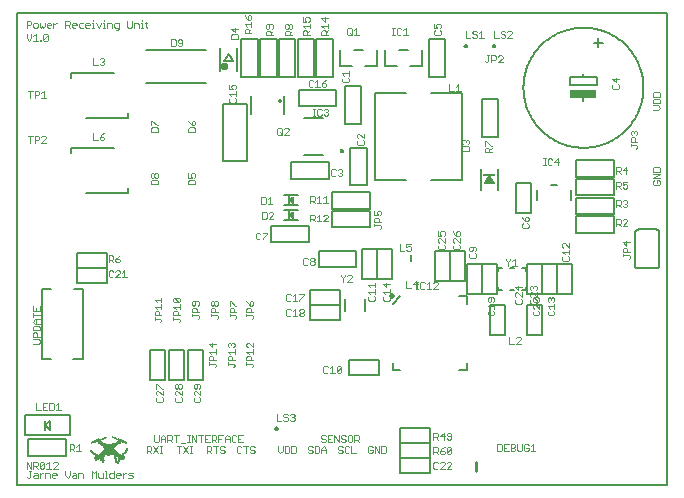
<source format=gto>
G75*
%MOIN*%
%OFA0B0*%
%FSLAX25Y25*%
%IPPOS*%
%LPD*%
%AMOC8*
5,1,8,0,0,1.08239X$1,22.5*
%
%ADD10C,0.00600*%
%ADD11C,0.00100*%
%ADD12R,0.00080X0.00010*%
%ADD13R,0.00120X0.00010*%
%ADD14R,0.00160X0.00010*%
%ADD15R,0.00180X0.00010*%
%ADD16R,0.00200X0.00010*%
%ADD17R,0.00230X0.00010*%
%ADD18R,0.00250X0.00010*%
%ADD19R,0.00270X0.00010*%
%ADD20R,0.00290X0.00010*%
%ADD21R,0.00320X0.00010*%
%ADD22R,0.00330X0.00010*%
%ADD23R,0.00350X0.00010*%
%ADD24R,0.00370X0.00010*%
%ADD25R,0.00390X0.00010*%
%ADD26R,0.00420X0.00010*%
%ADD27R,0.00430X0.00010*%
%ADD28R,0.00450X0.00010*%
%ADD29R,0.00470X0.00010*%
%ADD30R,0.00490X0.00010*%
%ADD31R,0.00050X0.00010*%
%ADD32R,0.00500X0.00010*%
%ADD33R,0.00090X0.00010*%
%ADD34R,0.00520X0.00010*%
%ADD35R,0.00110X0.00010*%
%ADD36R,0.00550X0.00010*%
%ADD37R,0.00140X0.00010*%
%ADD38R,0.00560X0.00010*%
%ADD39R,0.00170X0.00010*%
%ADD40R,0.00580X0.00010*%
%ADD41R,0.00210X0.00010*%
%ADD42R,0.00590X0.00010*%
%ADD43R,0.00260X0.00010*%
%ADD44R,0.00610X0.00010*%
%ADD45R,0.00280X0.00010*%
%ADD46R,0.00010X0.00010*%
%ADD47R,0.00020X0.00010*%
%ADD48R,0.00620X0.00010*%
%ADD49R,0.00150X0.00010*%
%ADD50R,0.00630X0.00010*%
%ADD51R,0.00650X0.00010*%
%ADD52R,0.00660X0.00010*%
%ADD53R,0.00360X0.00010*%
%ADD54R,0.00680X0.00010*%
%ADD55R,0.00370X0.00010*%
%ADD56R,0.00240X0.00010*%
%ADD57R,0.00690X0.00010*%
%ADD58R,0.00380X0.00010*%
%ADD59R,0.00700X0.00010*%
%ADD60R,0.00710X0.00010*%
%ADD61R,0.00720X0.00010*%
%ADD62R,0.00740X0.00010*%
%ADD63R,0.00750X0.00010*%
%ADD64R,0.00760X0.00010*%
%ADD65R,0.00400X0.00010*%
%ADD66R,0.00300X0.00010*%
%ADD67R,0.00770X0.00010*%
%ADD68R,0.00310X0.00010*%
%ADD69R,0.00780X0.00010*%
%ADD70R,0.00790X0.00010*%
%ADD71R,0.00800X0.00010*%
%ADD72R,0.00810X0.00010*%
%ADD73R,0.00410X0.00010*%
%ADD74R,0.00340X0.00010*%
%ADD75R,0.00830X0.00010*%
%ADD76R,0.00840X0.00010*%
%ADD77R,0.00850X0.00010*%
%ADD78R,0.00870X0.00010*%
%ADD79R,0.00860X0.00010*%
%ADD80R,0.00870X0.00010*%
%ADD81R,0.00880X0.00010*%
%ADD82R,0.00440X0.00010*%
%ADD83R,0.00890X0.00010*%
%ADD84R,0.00460X0.00010*%
%ADD85R,0.00900X0.00010*%
%ADD86R,0.00480X0.00010*%
%ADD87R,0.00910X0.00010*%
%ADD88R,0.00920X0.00010*%
%ADD89R,0.00920X0.00010*%
%ADD90R,0.00510X0.00010*%
%ADD91R,0.00930X0.00010*%
%ADD92R,0.00520X0.00010*%
%ADD93R,0.00530X0.00010*%
%ADD94R,0.00940X0.00010*%
%ADD95R,0.00950X0.00010*%
%ADD96R,0.00600X0.00010*%
%ADD97R,0.00960X0.00010*%
%ADD98R,0.00670X0.00010*%
%ADD99R,0.00970X0.00010*%
%ADD100R,0.00770X0.00010*%
%ADD101R,0.00970X0.00010*%
%ADD102R,0.00980X0.00010*%
%ADD103R,0.00820X0.00010*%
%ADD104R,0.00990X0.00010*%
%ADD105R,0.00990X0.00010*%
%ADD106R,0.01010X0.00010*%
%ADD107R,0.01020X0.00010*%
%ADD108R,0.01040X0.00010*%
%ADD109R,0.01050X0.00010*%
%ADD110R,0.01060X0.00010*%
%ADD111R,0.01080X0.00010*%
%ADD112R,0.01090X0.00010*%
%ADD113R,0.01090X0.00010*%
%ADD114R,0.01110X0.00010*%
%ADD115R,0.01120X0.00010*%
%ADD116R,0.01130X0.00010*%
%ADD117R,0.01140X0.00010*%
%ADD118R,0.01160X0.00010*%
%ADD119R,0.01150X0.00010*%
%ADD120R,0.01170X0.00010*%
%ADD121R,0.00190X0.00010*%
%ADD122R,0.01180X0.00010*%
%ADD123R,0.01190X0.00010*%
%ADD124R,0.01190X0.00010*%
%ADD125R,0.01200X0.00010*%
%ADD126R,0.01210X0.00010*%
%ADD127R,0.01220X0.00010*%
%ADD128R,0.00730X0.00010*%
%ADD129R,0.01230X0.00010*%
%ADD130R,0.01250X0.00010*%
%ADD131R,0.01270X0.00010*%
%ADD132R,0.00570X0.00010*%
%ADD133R,0.00620X0.00010*%
%ADD134R,0.01290X0.00010*%
%ADD135R,0.00670X0.00010*%
%ADD136R,0.01310X0.00010*%
%ADD137R,0.01000X0.00010*%
%ADD138R,0.00790X0.00010*%
%ADD139R,0.01330X0.00010*%
%ADD140R,0.01030X0.00010*%
%ADD141R,0.01340X0.00010*%
%ADD142R,0.00940X0.00010*%
%ADD143R,0.01350X0.00010*%
%ADD144R,0.00890X0.00010*%
%ADD145R,0.01070X0.00010*%
%ADD146R,0.01360X0.00010*%
%ADD147R,0.01100X0.00010*%
%ADD148R,0.01380X0.00010*%
%ADD149R,0.01400X0.00010*%
%ADD150R,0.01960X0.00010*%
%ADD151R,0.01410X0.00010*%
%ADD152R,0.01950X0.00010*%
%ADD153R,0.01420X0.00010*%
%ADD154R,0.01430X0.00010*%
%ADD155R,0.01440X0.00010*%
%ADD156R,0.01450X0.00010*%
%ADD157R,0.01940X0.00010*%
%ADD158R,0.01460X0.00010*%
%ADD159R,0.01220X0.00010*%
%ADD160R,0.01240X0.00010*%
%ADD161R,0.01480X0.00010*%
%ADD162R,0.01490X0.00010*%
%ADD163R,0.01940X0.00010*%
%ADD164R,0.01500X0.00010*%
%ADD165R,0.01280X0.00010*%
%ADD166R,0.01510X0.00010*%
%ADD167R,0.01530X0.00010*%
%ADD168R,0.01300X0.00010*%
%ADD169R,0.01320X0.00010*%
%ADD170R,0.01540X0.00010*%
%ADD171R,0.01550X0.00010*%
%ADD172R,0.01560X0.00010*%
%ADD173R,0.01570X0.00010*%
%ADD174R,0.01370X0.00010*%
%ADD175R,0.01570X0.00010*%
%ADD176R,0.01930X0.00010*%
%ADD177R,0.01590X0.00010*%
%ADD178R,0.01600X0.00010*%
%ADD179R,0.01610X0.00010*%
%ADD180R,0.01920X0.00010*%
%ADD181R,0.03010X0.00010*%
%ADD182R,0.01910X0.00010*%
%ADD183R,0.02590X0.00010*%
%ADD184R,0.02570X0.00010*%
%ADD185R,0.01900X0.00010*%
%ADD186R,0.02550X0.00010*%
%ADD187R,0.01880X0.00010*%
%ADD188R,0.02540X0.00010*%
%ADD189R,0.01890X0.00010*%
%ADD190R,0.02530X0.00010*%
%ADD191R,0.02510X0.00010*%
%ADD192R,0.01870X0.00010*%
%ADD193R,0.02490X0.00010*%
%ADD194R,0.01860X0.00010*%
%ADD195R,0.02480X0.00010*%
%ADD196R,0.01850X0.00010*%
%ADD197R,0.02470X0.00010*%
%ADD198R,0.02460X0.00010*%
%ADD199R,0.01840X0.00010*%
%ADD200R,0.02450X0.00010*%
%ADD201R,0.01830X0.00010*%
%ADD202R,0.02440X0.00010*%
%ADD203R,0.02430X0.00010*%
%ADD204R,0.01820X0.00010*%
%ADD205R,0.02420X0.00010*%
%ADD206R,0.02400X0.00010*%
%ADD207R,0.01810X0.00010*%
%ADD208R,0.02390X0.00010*%
%ADD209R,0.01800X0.00010*%
%ADD210R,0.02370X0.00010*%
%ADD211R,0.01790X0.00010*%
%ADD212R,0.02350X0.00010*%
%ADD213R,0.01780X0.00010*%
%ADD214R,0.02340X0.00010*%
%ADD215R,0.02330X0.00010*%
%ADD216R,0.01770X0.00010*%
%ADD217R,0.02320X0.00010*%
%ADD218R,0.01760X0.00010*%
%ADD219R,0.02300X0.00010*%
%ADD220R,0.02280X0.00010*%
%ADD221R,0.01750X0.00010*%
%ADD222R,0.02270X0.00010*%
%ADD223R,0.02260X0.00010*%
%ADD224R,0.01740X0.00010*%
%ADD225R,0.02250X0.00010*%
%ADD226R,0.01720X0.00010*%
%ADD227R,0.02230X0.00010*%
%ADD228R,0.02210X0.00010*%
%ADD229R,0.01710X0.00010*%
%ADD230R,0.02200X0.00010*%
%ADD231R,0.00390X0.00010*%
%ADD232R,0.01700X0.00010*%
%ADD233R,0.02180X0.00010*%
%ADD234R,0.01690X0.00010*%
%ADD235R,0.02170X0.00010*%
%ADD236R,0.02140X0.00010*%
%ADD237R,0.01670X0.00010*%
%ADD238R,0.02130X0.00010*%
%ADD239R,0.01660X0.00010*%
%ADD240R,0.02110X0.00010*%
%ADD241R,0.02100X0.00010*%
%ADD242R,0.01680X0.00010*%
%ADD243R,0.02080X0.00010*%
%ADD244R,0.02060X0.00010*%
%ADD245R,0.01730X0.00010*%
%ADD246R,0.02040X0.00010*%
%ADD247R,0.01740X0.00010*%
%ADD248R,0.02020X0.00010*%
%ADD249R,0.02000X0.00010*%
%ADD250R,0.01980X0.00010*%
%ADD251R,0.01870X0.00010*%
%ADD252R,0.01920X0.00010*%
%ADD253R,0.01970X0.00010*%
%ADD254R,0.01990X0.00010*%
%ADD255R,0.01970X0.00010*%
%ADD256R,0.02030X0.00010*%
%ADD257R,0.02010X0.00010*%
%ADD258R,0.02050X0.00010*%
%ADD259R,0.02070X0.00010*%
%ADD260R,0.02090X0.00010*%
%ADD261R,0.02120X0.00010*%
%ADD262R,0.02140X0.00010*%
%ADD263R,0.02150X0.00010*%
%ADD264R,0.02290X0.00010*%
%ADD265R,0.02310X0.00010*%
%ADD266R,0.02360X0.00010*%
%ADD267R,0.02380X0.00010*%
%ADD268R,0.02410X0.00010*%
%ADD269R,0.02390X0.00010*%
%ADD270R,0.00470X0.00010*%
%ADD271R,0.02470X0.00010*%
%ADD272R,0.02520X0.00010*%
%ADD273R,0.02500X0.00010*%
%ADD274R,0.03020X0.00010*%
%ADD275R,0.02610X0.00010*%
%ADD276R,0.02640X0.00010*%
%ADD277R,0.02650X0.00010*%
%ADD278R,0.02690X0.00010*%
%ADD279R,0.03170X0.00010*%
%ADD280R,0.03160X0.00010*%
%ADD281R,0.03030X0.00010*%
%ADD282R,0.03170X0.00010*%
%ADD283R,0.00720X0.00010*%
%ADD284R,0.00820X0.00010*%
%ADD285R,0.02220X0.00010*%
%ADD286R,0.02020X0.00010*%
%ADD287R,0.02190X0.00010*%
%ADD288R,0.02070X0.00010*%
%ADD289R,0.00640X0.00010*%
%ADD290R,0.00020X0.00010*%
%ADD291R,0.00840X0.00010*%
%ADD292R,0.00420X0.00010*%
%ADD293R,0.02090X0.00010*%
%ADD294R,0.02340X0.00010*%
%ADD295R,0.01520X0.00010*%
%ADD296R,0.01580X0.00010*%
%ADD297R,0.01640X0.00010*%
%ADD298R,0.00640X0.00010*%
%ADD299R,0.00440X0.00010*%
%ADD300R,0.02120X0.00010*%
%ADD301R,0.00030X0.00010*%
%ADD302R,0.00070X0.00010*%
%ADD303R,0.03090X0.00010*%
%ADD304R,0.03070X0.00010*%
%ADD305R,0.03060X0.00010*%
%ADD306R,0.03050X0.00010*%
%ADD307R,0.00040X0.00010*%
%ADD308R,0.00060X0.00010*%
%ADD309R,0.03000X0.00010*%
%ADD310R,0.00290X0.00010*%
%ADD311R,0.00100X0.00010*%
%ADD312R,0.02970X0.00010*%
%ADD313R,0.00540X0.00010*%
%ADD314R,0.00240X0.00010*%
%ADD315R,0.02970X0.00010*%
%ADD316R,0.00040X0.00010*%
%ADD317R,0.00130X0.00010*%
%ADD318R,0.00220X0.00010*%
%ADD319R,0.02960X0.00010*%
%ADD320R,0.00140X0.00010*%
%ADD321R,0.02940X0.00010*%
%ADD322R,0.02990X0.00010*%
%ADD323R,0.00320X0.00010*%
%ADD324R,0.02930X0.00010*%
%ADD325R,0.00340X0.00010*%
%ADD326R,0.02910X0.00010*%
%ADD327R,0.00570X0.00010*%
%ADD328R,0.02900X0.00010*%
%ADD329R,0.02890X0.00010*%
%ADD330R,0.00190X0.00010*%
%ADD331R,0.02880X0.00010*%
%ADD332R,0.02870X0.00010*%
%ADD333R,0.02850X0.00010*%
%ADD334R,0.02830X0.00010*%
%ADD335R,0.02890X0.00010*%
%ADD336R,0.00220X0.00010*%
%ADD337R,0.02840X0.00010*%
%ADD338R,0.02810X0.00010*%
%ADD339R,0.02860X0.00010*%
%ADD340R,0.02800X0.00010*%
%ADD341R,0.02780X0.00010*%
%ADD342R,0.02980X0.00010*%
%ADD343R,0.02770X0.00010*%
%ADD344R,0.02790X0.00010*%
%ADD345R,0.02760X0.00010*%
%ADD346R,0.02770X0.00010*%
%ADD347R,0.02750X0.00010*%
%ADD348R,0.02740X0.00010*%
%ADD349R,0.02720X0.00010*%
%ADD350R,0.02720X0.00010*%
%ADD351R,0.02710X0.00010*%
%ADD352R,0.03260X0.00010*%
%ADD353R,0.02700X0.00010*%
%ADD354R,0.01260X0.00010*%
%ADD355R,0.01890X0.00010*%
%ADD356R,0.02160X0.00010*%
%ADD357R,0.01820X0.00010*%
%ADD358R,0.01120X0.00010*%
%ADD359R,0.01720X0.00010*%
%ADD360R,0.02040X0.00010*%
%ADD361R,0.01670X0.00010*%
%ADD362R,0.01650X0.00010*%
%ADD363R,0.00540X0.00010*%
%ADD364R,0.01630X0.00010*%
%ADD365R,0.01620X0.00010*%
%ADD366R,0.01520X0.00010*%
%ADD367R,0.01770X0.00010*%
%ADD368R,0.01470X0.00010*%
%ADD369R,0.01590X0.00010*%
%ADD370R,0.00590X0.00010*%
%ADD371R,0.01620X0.00010*%
%ADD372R,0.01340X0.00010*%
%ADD373R,0.01320X0.00010*%
%ADD374R,0.01540X0.00010*%
%ADD375R,0.01290X0.00010*%
%ADD376R,0.01490X0.00010*%
%ADD377R,0.01470X0.00010*%
%ADD378R,0.01240X0.00010*%
%ADD379R,0.01420X0.00010*%
%ADD380R,0.01390X0.00010*%
%ADD381R,0.01170X0.00010*%
%ADD382R,0.00690X0.00010*%
%ADD383R,0.01690X0.00010*%
%ADD384R,0.01020X0.00010*%
%ADD385R,0.00740X0.00010*%
%ADD386R,0.01140X0.00010*%
%ADD387R,0.01270X0.00010*%
%ADD388R,0.01440X0.00010*%
%ADD389R,0.01390X0.00010*%
%ADD390R,0.03040X0.00010*%
%ADD391R,0.04790X0.00010*%
%ADD392R,0.04810X0.00010*%
%ADD393R,0.04820X0.00010*%
%ADD394R,0.04840X0.00010*%
%ADD395R,0.04860X0.00010*%
%ADD396R,0.04880X0.00010*%
%ADD397R,0.04900X0.00010*%
%ADD398R,0.04920X0.00010*%
%ADD399R,0.04940X0.00010*%
%ADD400R,0.04960X0.00010*%
%ADD401R,0.04980X0.00010*%
%ADD402R,0.04990X0.00010*%
%ADD403R,0.05020X0.00010*%
%ADD404R,0.05030X0.00010*%
%ADD405R,0.05060X0.00010*%
%ADD406R,0.05070X0.00010*%
%ADD407R,0.05090X0.00010*%
%ADD408R,0.05110X0.00010*%
%ADD409R,0.05130X0.00010*%
%ADD410R,0.05160X0.00010*%
%ADD411R,0.05170X0.00010*%
%ADD412R,0.05210X0.00010*%
%ADD413R,0.05220X0.00010*%
%ADD414R,0.05240X0.00010*%
%ADD415R,0.05270X0.00010*%
%ADD416R,0.02440X0.00010*%
%ADD417R,0.02290X0.00010*%
%ADD418R,0.01370X0.00010*%
%ADD419R,0.01070X0.00010*%
%ADD420R,0.01040X0.00010*%
%ADD421R,0.00270X0.00010*%
%ADD422R,0.00170X0.00010*%
%ADD423C,0.00500*%
%ADD424C,0.00787*%
%ADD425C,0.00800*%
%ADD426R,0.00787X0.03150*%
%ADD427C,0.00200*%
%ADD428R,0.09000X0.02500*%
%ADD429C,0.01414*%
%ADD430C,0.01000*%
%ADD431C,0.01969*%
%ADD432R,0.03937X0.00787*%
%ADD433C,0.01181*%
D10*
X0028250Y0020400D02*
X0244785Y0020400D01*
X0244785Y0177880D01*
X0028250Y0177880D01*
X0028250Y0020400D01*
X0095957Y0158350D02*
X0095957Y0166225D01*
X0098712Y0164256D02*
X0097138Y0161894D01*
X0100287Y0161894D01*
X0098712Y0164256D01*
X0101468Y0166225D02*
X0101468Y0158350D01*
X0212500Y0156400D02*
X0212500Y0153900D01*
X0221500Y0153900D01*
X0221500Y0156400D01*
X0217000Y0156400D01*
X0212500Y0156400D01*
X0217000Y0156400D02*
X0217000Y0157400D01*
X0197000Y0152900D02*
X0197006Y0153391D01*
X0197024Y0153881D01*
X0197054Y0154371D01*
X0197096Y0154860D01*
X0197150Y0155348D01*
X0197216Y0155835D01*
X0197294Y0156319D01*
X0197384Y0156802D01*
X0197486Y0157282D01*
X0197599Y0157760D01*
X0197724Y0158234D01*
X0197861Y0158706D01*
X0198009Y0159174D01*
X0198169Y0159638D01*
X0198340Y0160098D01*
X0198522Y0160554D01*
X0198716Y0161005D01*
X0198920Y0161451D01*
X0199136Y0161892D01*
X0199362Y0162328D01*
X0199598Y0162758D01*
X0199845Y0163182D01*
X0200103Y0163600D01*
X0200371Y0164011D01*
X0200648Y0164416D01*
X0200936Y0164814D01*
X0201233Y0165205D01*
X0201540Y0165588D01*
X0201856Y0165963D01*
X0202181Y0166331D01*
X0202515Y0166691D01*
X0202858Y0167042D01*
X0203209Y0167385D01*
X0203569Y0167719D01*
X0203937Y0168044D01*
X0204312Y0168360D01*
X0204695Y0168667D01*
X0205086Y0168964D01*
X0205484Y0169252D01*
X0205889Y0169529D01*
X0206300Y0169797D01*
X0206718Y0170055D01*
X0207142Y0170302D01*
X0207572Y0170538D01*
X0208008Y0170764D01*
X0208449Y0170980D01*
X0208895Y0171184D01*
X0209346Y0171378D01*
X0209802Y0171560D01*
X0210262Y0171731D01*
X0210726Y0171891D01*
X0211194Y0172039D01*
X0211666Y0172176D01*
X0212140Y0172301D01*
X0212618Y0172414D01*
X0213098Y0172516D01*
X0213581Y0172606D01*
X0214065Y0172684D01*
X0214552Y0172750D01*
X0215040Y0172804D01*
X0215529Y0172846D01*
X0216019Y0172876D01*
X0216509Y0172894D01*
X0217000Y0172900D01*
X0217491Y0172894D01*
X0217981Y0172876D01*
X0218471Y0172846D01*
X0218960Y0172804D01*
X0219448Y0172750D01*
X0219935Y0172684D01*
X0220419Y0172606D01*
X0220902Y0172516D01*
X0221382Y0172414D01*
X0221860Y0172301D01*
X0222334Y0172176D01*
X0222806Y0172039D01*
X0223274Y0171891D01*
X0223738Y0171731D01*
X0224198Y0171560D01*
X0224654Y0171378D01*
X0225105Y0171184D01*
X0225551Y0170980D01*
X0225992Y0170764D01*
X0226428Y0170538D01*
X0226858Y0170302D01*
X0227282Y0170055D01*
X0227700Y0169797D01*
X0228111Y0169529D01*
X0228516Y0169252D01*
X0228914Y0168964D01*
X0229305Y0168667D01*
X0229688Y0168360D01*
X0230063Y0168044D01*
X0230431Y0167719D01*
X0230791Y0167385D01*
X0231142Y0167042D01*
X0231485Y0166691D01*
X0231819Y0166331D01*
X0232144Y0165963D01*
X0232460Y0165588D01*
X0232767Y0165205D01*
X0233064Y0164814D01*
X0233352Y0164416D01*
X0233629Y0164011D01*
X0233897Y0163600D01*
X0234155Y0163182D01*
X0234402Y0162758D01*
X0234638Y0162328D01*
X0234864Y0161892D01*
X0235080Y0161451D01*
X0235284Y0161005D01*
X0235478Y0160554D01*
X0235660Y0160098D01*
X0235831Y0159638D01*
X0235991Y0159174D01*
X0236139Y0158706D01*
X0236276Y0158234D01*
X0236401Y0157760D01*
X0236514Y0157282D01*
X0236616Y0156802D01*
X0236706Y0156319D01*
X0236784Y0155835D01*
X0236850Y0155348D01*
X0236904Y0154860D01*
X0236946Y0154371D01*
X0236976Y0153881D01*
X0236994Y0153391D01*
X0237000Y0152900D01*
X0236994Y0152409D01*
X0236976Y0151919D01*
X0236946Y0151429D01*
X0236904Y0150940D01*
X0236850Y0150452D01*
X0236784Y0149965D01*
X0236706Y0149481D01*
X0236616Y0148998D01*
X0236514Y0148518D01*
X0236401Y0148040D01*
X0236276Y0147566D01*
X0236139Y0147094D01*
X0235991Y0146626D01*
X0235831Y0146162D01*
X0235660Y0145702D01*
X0235478Y0145246D01*
X0235284Y0144795D01*
X0235080Y0144349D01*
X0234864Y0143908D01*
X0234638Y0143472D01*
X0234402Y0143042D01*
X0234155Y0142618D01*
X0233897Y0142200D01*
X0233629Y0141789D01*
X0233352Y0141384D01*
X0233064Y0140986D01*
X0232767Y0140595D01*
X0232460Y0140212D01*
X0232144Y0139837D01*
X0231819Y0139469D01*
X0231485Y0139109D01*
X0231142Y0138758D01*
X0230791Y0138415D01*
X0230431Y0138081D01*
X0230063Y0137756D01*
X0229688Y0137440D01*
X0229305Y0137133D01*
X0228914Y0136836D01*
X0228516Y0136548D01*
X0228111Y0136271D01*
X0227700Y0136003D01*
X0227282Y0135745D01*
X0226858Y0135498D01*
X0226428Y0135262D01*
X0225992Y0135036D01*
X0225551Y0134820D01*
X0225105Y0134616D01*
X0224654Y0134422D01*
X0224198Y0134240D01*
X0223738Y0134069D01*
X0223274Y0133909D01*
X0222806Y0133761D01*
X0222334Y0133624D01*
X0221860Y0133499D01*
X0221382Y0133386D01*
X0220902Y0133284D01*
X0220419Y0133194D01*
X0219935Y0133116D01*
X0219448Y0133050D01*
X0218960Y0132996D01*
X0218471Y0132954D01*
X0217981Y0132924D01*
X0217491Y0132906D01*
X0217000Y0132900D01*
X0216509Y0132906D01*
X0216019Y0132924D01*
X0215529Y0132954D01*
X0215040Y0132996D01*
X0214552Y0133050D01*
X0214065Y0133116D01*
X0213581Y0133194D01*
X0213098Y0133284D01*
X0212618Y0133386D01*
X0212140Y0133499D01*
X0211666Y0133624D01*
X0211194Y0133761D01*
X0210726Y0133909D01*
X0210262Y0134069D01*
X0209802Y0134240D01*
X0209346Y0134422D01*
X0208895Y0134616D01*
X0208449Y0134820D01*
X0208008Y0135036D01*
X0207572Y0135262D01*
X0207142Y0135498D01*
X0206718Y0135745D01*
X0206300Y0136003D01*
X0205889Y0136271D01*
X0205484Y0136548D01*
X0205086Y0136836D01*
X0204695Y0137133D01*
X0204312Y0137440D01*
X0203937Y0137756D01*
X0203569Y0138081D01*
X0203209Y0138415D01*
X0202858Y0138758D01*
X0202515Y0139109D01*
X0202181Y0139469D01*
X0201856Y0139837D01*
X0201540Y0140212D01*
X0201233Y0140595D01*
X0200936Y0140986D01*
X0200648Y0141384D01*
X0200371Y0141789D01*
X0200103Y0142200D01*
X0199845Y0142618D01*
X0199598Y0143042D01*
X0199362Y0143472D01*
X0199136Y0143908D01*
X0198920Y0144349D01*
X0198716Y0144795D01*
X0198522Y0145246D01*
X0198340Y0145702D01*
X0198169Y0146162D01*
X0198009Y0146626D01*
X0197861Y0147094D01*
X0197724Y0147566D01*
X0197599Y0148040D01*
X0197486Y0148518D01*
X0197384Y0148998D01*
X0197294Y0149481D01*
X0197216Y0149965D01*
X0197150Y0150452D01*
X0197096Y0150940D01*
X0197054Y0151429D01*
X0197024Y0151919D01*
X0197006Y0152409D01*
X0197000Y0152900D01*
X0217000Y0150400D02*
X0217000Y0148400D01*
X0222000Y0166400D02*
X0222000Y0169400D01*
X0223500Y0167900D02*
X0220500Y0167900D01*
D11*
X0226598Y0155891D02*
X0227749Y0154740D01*
X0227749Y0156275D01*
X0228900Y0155891D02*
X0226598Y0155891D01*
X0226982Y0154065D02*
X0226598Y0153681D01*
X0226598Y0152914D01*
X0226982Y0152530D01*
X0228516Y0152530D01*
X0228900Y0152914D01*
X0228900Y0153681D01*
X0228516Y0154065D01*
X0240273Y0151021D02*
X0240273Y0149870D01*
X0242575Y0149870D01*
X0242575Y0151021D01*
X0242191Y0151404D01*
X0240657Y0151404D01*
X0240273Y0151021D01*
X0240657Y0149195D02*
X0240273Y0148811D01*
X0240273Y0147660D01*
X0242575Y0147660D01*
X0242575Y0148811D01*
X0242191Y0149195D01*
X0240657Y0149195D01*
X0240273Y0146985D02*
X0241808Y0146985D01*
X0242575Y0146217D01*
X0241808Y0145450D01*
X0240273Y0145450D01*
X0234629Y0138592D02*
X0235012Y0138208D01*
X0235012Y0137441D01*
X0234629Y0137057D01*
X0233862Y0136382D02*
X0234245Y0135998D01*
X0234245Y0134847D01*
X0235012Y0134847D02*
X0232711Y0134847D01*
X0232711Y0135998D01*
X0233094Y0136382D01*
X0233862Y0136382D01*
X0233094Y0137057D02*
X0232711Y0137441D01*
X0232711Y0138208D01*
X0233094Y0138592D01*
X0233478Y0138592D01*
X0233862Y0138208D01*
X0234245Y0138592D01*
X0234629Y0138592D01*
X0233862Y0138208D02*
X0233862Y0137825D01*
X0232711Y0134172D02*
X0232711Y0133405D01*
X0232711Y0133788D02*
X0234629Y0133788D01*
X0235012Y0133405D01*
X0235012Y0133021D01*
X0234629Y0132638D01*
X0231261Y0126614D02*
X0230110Y0125463D01*
X0231645Y0125463D01*
X0231261Y0124312D02*
X0231261Y0126614D01*
X0229435Y0126231D02*
X0229435Y0125463D01*
X0229051Y0125080D01*
X0227900Y0125080D01*
X0228667Y0125080D02*
X0229435Y0124312D01*
X0227900Y0124312D02*
X0227900Y0126614D01*
X0229051Y0126614D01*
X0229435Y0126231D01*
X0229051Y0121614D02*
X0229435Y0121231D01*
X0229435Y0120463D01*
X0229051Y0120080D01*
X0227900Y0120080D01*
X0228667Y0120080D02*
X0229435Y0119312D01*
X0230110Y0119696D02*
X0230494Y0119312D01*
X0231261Y0119312D01*
X0231645Y0119696D01*
X0231645Y0120463D01*
X0231261Y0120847D01*
X0230877Y0120847D01*
X0230110Y0120463D01*
X0230110Y0121614D01*
X0231645Y0121614D01*
X0229051Y0121614D02*
X0227900Y0121614D01*
X0227900Y0119312D01*
X0227900Y0115364D02*
X0229051Y0115364D01*
X0229435Y0114981D01*
X0229435Y0114213D01*
X0229051Y0113830D01*
X0227900Y0113830D01*
X0228667Y0113830D02*
X0229435Y0113062D01*
X0230110Y0113446D02*
X0230494Y0113062D01*
X0231261Y0113062D01*
X0231645Y0113446D01*
X0231645Y0113830D01*
X0231261Y0114213D01*
X0230877Y0114213D01*
X0231261Y0114213D02*
X0231645Y0114597D01*
X0231645Y0114981D01*
X0231261Y0115364D01*
X0230494Y0115364D01*
X0230110Y0114981D01*
X0227900Y0115364D02*
X0227900Y0113062D01*
X0227900Y0109114D02*
X0229051Y0109114D01*
X0229435Y0108731D01*
X0229435Y0107963D01*
X0229051Y0107580D01*
X0227900Y0107580D01*
X0228667Y0107580D02*
X0229435Y0106812D01*
X0230110Y0106812D02*
X0231645Y0108347D01*
X0231645Y0108731D01*
X0231261Y0109114D01*
X0230494Y0109114D01*
X0230110Y0108731D01*
X0230110Y0106812D02*
X0231645Y0106812D01*
X0227900Y0106812D02*
X0227900Y0109114D01*
X0231299Y0101840D02*
X0231299Y0100305D01*
X0230148Y0101456D01*
X0232450Y0101456D01*
X0231299Y0099630D02*
X0231683Y0099246D01*
X0231683Y0098095D01*
X0232450Y0098095D02*
X0230148Y0098095D01*
X0230148Y0099246D01*
X0230532Y0099630D01*
X0231299Y0099630D01*
X0230148Y0097420D02*
X0230148Y0096652D01*
X0230148Y0097036D02*
X0232066Y0097036D01*
X0232450Y0096652D01*
X0232450Y0096269D01*
X0232066Y0095885D01*
X0212250Y0095596D02*
X0211866Y0095212D01*
X0210332Y0095212D01*
X0209948Y0095596D01*
X0209948Y0096363D01*
X0210332Y0096747D01*
X0210715Y0097422D02*
X0209948Y0098190D01*
X0212250Y0098190D01*
X0212250Y0098957D02*
X0212250Y0097422D01*
X0211866Y0096747D02*
X0212250Y0096363D01*
X0212250Y0095596D01*
X0212250Y0099632D02*
X0210715Y0101167D01*
X0210332Y0101167D01*
X0209948Y0100783D01*
X0209948Y0100016D01*
X0210332Y0099632D01*
X0212250Y0099632D02*
X0212250Y0101167D01*
X0198700Y0106526D02*
X0198700Y0107294D01*
X0198316Y0107677D01*
X0198316Y0108353D02*
X0198700Y0108736D01*
X0198700Y0109504D01*
X0198316Y0109887D01*
X0197933Y0109887D01*
X0197549Y0109504D01*
X0197549Y0108353D01*
X0198316Y0108353D01*
X0197549Y0108353D02*
X0196782Y0109120D01*
X0196398Y0109887D01*
X0196782Y0107677D02*
X0196398Y0107294D01*
X0196398Y0106526D01*
X0196782Y0106143D01*
X0198316Y0106143D01*
X0198700Y0106526D01*
X0194067Y0095833D02*
X0194067Y0093531D01*
X0193300Y0093531D02*
X0194835Y0093531D01*
X0193300Y0095065D02*
X0194067Y0095833D01*
X0192625Y0095833D02*
X0192625Y0095449D01*
X0191857Y0094682D01*
X0191857Y0093531D01*
X0191857Y0094682D02*
X0191090Y0095449D01*
X0191090Y0095833D01*
X0181200Y0096584D02*
X0181200Y0097351D01*
X0180816Y0097735D01*
X0180816Y0098410D02*
X0181200Y0098794D01*
X0181200Y0099561D01*
X0180816Y0099945D01*
X0179282Y0099945D01*
X0178898Y0099561D01*
X0178898Y0098794D01*
X0179282Y0098410D01*
X0179665Y0098410D01*
X0180049Y0098794D01*
X0180049Y0099945D01*
X0179282Y0097735D02*
X0178898Y0097351D01*
X0178898Y0096584D01*
X0179282Y0096200D01*
X0180816Y0096200D01*
X0181200Y0096584D01*
X0175825Y0099459D02*
X0175825Y0100226D01*
X0175441Y0100610D01*
X0175825Y0101285D02*
X0174290Y0102820D01*
X0173907Y0102820D01*
X0173523Y0102436D01*
X0173523Y0101669D01*
X0173907Y0101285D01*
X0173907Y0100610D02*
X0173523Y0100226D01*
X0173523Y0099459D01*
X0173907Y0099075D01*
X0175441Y0099075D01*
X0175825Y0099459D01*
X0175825Y0101285D02*
X0175825Y0102820D01*
X0175441Y0103495D02*
X0175825Y0103878D01*
X0175825Y0104646D01*
X0175441Y0105029D01*
X0175058Y0105029D01*
X0174674Y0104646D01*
X0174674Y0103495D01*
X0175441Y0103495D01*
X0174674Y0103495D02*
X0173907Y0104262D01*
X0173523Y0105029D01*
X0170825Y0104646D02*
X0170825Y0103878D01*
X0170441Y0103495D01*
X0169674Y0103495D02*
X0169290Y0104262D01*
X0169290Y0104646D01*
X0169674Y0105029D01*
X0170441Y0105029D01*
X0170825Y0104646D01*
X0169674Y0103495D02*
X0168523Y0103495D01*
X0168523Y0105029D01*
X0168907Y0102820D02*
X0168523Y0102436D01*
X0168523Y0101669D01*
X0168907Y0101285D01*
X0168907Y0100610D02*
X0168523Y0100226D01*
X0168523Y0099459D01*
X0168907Y0099075D01*
X0170441Y0099075D01*
X0170825Y0099459D01*
X0170825Y0100226D01*
X0170441Y0100610D01*
X0170825Y0101285D02*
X0169290Y0102820D01*
X0168907Y0102820D01*
X0170825Y0102820D02*
X0170825Y0101285D01*
X0159545Y0100877D02*
X0158010Y0100877D01*
X0158010Y0099726D01*
X0158777Y0100110D01*
X0159161Y0100110D01*
X0159545Y0099726D01*
X0159545Y0098959D01*
X0159161Y0098575D01*
X0158394Y0098575D01*
X0158010Y0098959D01*
X0157335Y0098575D02*
X0155800Y0098575D01*
X0155800Y0100877D01*
X0149588Y0106281D02*
X0149588Y0106665D01*
X0149204Y0107049D01*
X0147286Y0107049D01*
X0147286Y0107432D02*
X0147286Y0106665D01*
X0147286Y0108108D02*
X0147286Y0109259D01*
X0147669Y0109642D01*
X0148437Y0109642D01*
X0148820Y0109259D01*
X0148820Y0108108D01*
X0149588Y0108108D02*
X0147286Y0108108D01*
X0147286Y0110317D02*
X0148437Y0110317D01*
X0148053Y0111085D01*
X0148053Y0111468D01*
X0148437Y0111852D01*
X0149204Y0111852D01*
X0149588Y0111468D01*
X0149588Y0110701D01*
X0149204Y0110317D01*
X0147286Y0110317D02*
X0147286Y0111852D01*
X0149588Y0106281D02*
X0149204Y0105898D01*
X0131862Y0108337D02*
X0130328Y0108337D01*
X0131862Y0109872D01*
X0131862Y0110256D01*
X0131479Y0110639D01*
X0130711Y0110639D01*
X0130328Y0110256D01*
X0128885Y0110639D02*
X0128885Y0108337D01*
X0128118Y0108337D02*
X0129652Y0108337D01*
X0128118Y0109872D02*
X0128885Y0110639D01*
X0127442Y0110256D02*
X0127442Y0109488D01*
X0127059Y0109105D01*
X0125908Y0109105D01*
X0126675Y0109105D02*
X0127442Y0108337D01*
X0125908Y0108337D02*
X0125908Y0110639D01*
X0127059Y0110639D01*
X0127442Y0110256D01*
X0127442Y0114462D02*
X0126675Y0115230D01*
X0127059Y0115230D02*
X0125908Y0115230D01*
X0125908Y0114462D02*
X0125908Y0116764D01*
X0127059Y0116764D01*
X0127442Y0116381D01*
X0127442Y0115613D01*
X0127059Y0115230D01*
X0128118Y0115997D02*
X0128885Y0116764D01*
X0128885Y0114462D01*
X0128118Y0114462D02*
X0129652Y0114462D01*
X0130328Y0114462D02*
X0131862Y0114462D01*
X0131095Y0114462D02*
X0131095Y0116764D01*
X0130328Y0115997D01*
X0133259Y0123425D02*
X0134026Y0123425D01*
X0134410Y0123809D01*
X0135085Y0123809D02*
X0135469Y0123425D01*
X0136236Y0123425D01*
X0136620Y0123809D01*
X0136620Y0124192D01*
X0136236Y0124576D01*
X0135852Y0124576D01*
X0136236Y0124576D02*
X0136620Y0124960D01*
X0136620Y0125343D01*
X0136236Y0125727D01*
X0135469Y0125727D01*
X0135085Y0125343D01*
X0134410Y0125343D02*
X0134026Y0125727D01*
X0133259Y0125727D01*
X0132875Y0125343D01*
X0132875Y0123809D01*
X0133259Y0123425D01*
X0141882Y0133863D02*
X0143416Y0133863D01*
X0143800Y0134246D01*
X0143800Y0135013D01*
X0143416Y0135397D01*
X0143800Y0136072D02*
X0142265Y0137607D01*
X0141882Y0137607D01*
X0141498Y0137223D01*
X0141498Y0136456D01*
X0141882Y0136072D01*
X0141882Y0135397D02*
X0141498Y0135013D01*
X0141498Y0134246D01*
X0141882Y0133863D01*
X0143800Y0136072D02*
X0143800Y0137607D01*
X0131968Y0144021D02*
X0131584Y0143638D01*
X0130817Y0143638D01*
X0130433Y0144021D01*
X0129758Y0144021D02*
X0129374Y0143638D01*
X0128607Y0143638D01*
X0128223Y0144021D01*
X0128223Y0145556D01*
X0128607Y0145939D01*
X0129374Y0145939D01*
X0129758Y0145556D01*
X0130433Y0145556D02*
X0130817Y0145939D01*
X0131584Y0145939D01*
X0131968Y0145556D01*
X0131968Y0145172D01*
X0131584Y0144788D01*
X0131968Y0144405D01*
X0131968Y0144021D01*
X0131584Y0144788D02*
X0131200Y0144788D01*
X0127517Y0143638D02*
X0126750Y0143638D01*
X0127134Y0143638D02*
X0127134Y0145939D01*
X0127517Y0145939D02*
X0126750Y0145939D01*
X0126513Y0153238D02*
X0125746Y0153238D01*
X0125362Y0153621D01*
X0125362Y0155156D01*
X0125746Y0155539D01*
X0126513Y0155539D01*
X0126897Y0155156D01*
X0127572Y0154772D02*
X0128340Y0155539D01*
X0128340Y0153238D01*
X0129107Y0153238D02*
X0127572Y0153238D01*
X0126897Y0153621D02*
X0126513Y0153238D01*
X0129782Y0153621D02*
X0130166Y0153238D01*
X0130933Y0153238D01*
X0131317Y0153621D01*
X0131317Y0154005D01*
X0130933Y0154388D01*
X0129782Y0154388D01*
X0129782Y0153621D01*
X0129782Y0154388D02*
X0130550Y0155156D01*
X0131317Y0155539D01*
X0136498Y0155826D02*
X0136498Y0155059D01*
X0136882Y0154675D01*
X0138416Y0154675D01*
X0138800Y0155059D01*
X0138800Y0155826D01*
X0138416Y0156210D01*
X0138800Y0156885D02*
X0138800Y0158420D01*
X0138800Y0157652D02*
X0136498Y0157652D01*
X0137265Y0156885D01*
X0136882Y0156210D02*
X0136498Y0155826D01*
X0138684Y0170450D02*
X0138300Y0170834D01*
X0138300Y0172368D01*
X0138684Y0172752D01*
X0139451Y0172752D01*
X0139835Y0172368D01*
X0139835Y0170834D01*
X0139451Y0170450D01*
X0138684Y0170450D01*
X0139067Y0171217D02*
X0139835Y0170450D01*
X0140510Y0170450D02*
X0142045Y0170450D01*
X0141277Y0170450D02*
X0141277Y0172752D01*
X0140510Y0171985D01*
X0131950Y0171985D02*
X0131183Y0171217D01*
X0131183Y0171601D02*
X0131183Y0170450D01*
X0131950Y0170450D02*
X0129648Y0170450D01*
X0129648Y0171601D01*
X0130032Y0171985D01*
X0130799Y0171985D01*
X0131183Y0171601D01*
X0131950Y0172660D02*
X0131950Y0174195D01*
X0131950Y0173427D02*
X0129648Y0173427D01*
X0130415Y0172660D01*
X0130799Y0174870D02*
X0130799Y0176404D01*
X0129648Y0176021D02*
X0130799Y0174870D01*
X0131950Y0176021D02*
X0129648Y0176021D01*
X0125700Y0176021D02*
X0125700Y0175253D01*
X0125316Y0174870D01*
X0124549Y0174870D02*
X0124165Y0175637D01*
X0124165Y0176021D01*
X0124549Y0176404D01*
X0125316Y0176404D01*
X0125700Y0176021D01*
X0124549Y0174870D02*
X0123398Y0174870D01*
X0123398Y0176404D01*
X0123398Y0173427D02*
X0125700Y0173427D01*
X0125700Y0172660D02*
X0125700Y0174195D01*
X0124165Y0172660D02*
X0123398Y0173427D01*
X0123782Y0171985D02*
X0124549Y0171985D01*
X0124933Y0171601D01*
X0124933Y0170450D01*
X0125700Y0170450D02*
X0123398Y0170450D01*
X0123398Y0171601D01*
X0123782Y0171985D01*
X0124933Y0171217D02*
X0125700Y0171985D01*
X0119850Y0171897D02*
X0119083Y0171130D01*
X0119083Y0171513D02*
X0119083Y0170363D01*
X0119850Y0170363D02*
X0117548Y0170363D01*
X0117548Y0171513D01*
X0117932Y0171897D01*
X0118699Y0171897D01*
X0119083Y0171513D01*
X0119083Y0172572D02*
X0118699Y0172956D01*
X0118699Y0173723D01*
X0119083Y0174107D01*
X0119466Y0174107D01*
X0119850Y0173723D01*
X0119850Y0172956D01*
X0119466Y0172572D01*
X0119083Y0172572D01*
X0118699Y0172956D02*
X0118315Y0172572D01*
X0117932Y0172572D01*
X0117548Y0172956D01*
X0117548Y0173723D01*
X0117932Y0174107D01*
X0118315Y0174107D01*
X0118699Y0173723D01*
X0113475Y0173723D02*
X0113091Y0174107D01*
X0111557Y0174107D01*
X0111173Y0173723D01*
X0111173Y0172956D01*
X0111557Y0172572D01*
X0111940Y0172572D01*
X0112324Y0172956D01*
X0112324Y0174107D01*
X0113475Y0173723D02*
X0113475Y0172956D01*
X0113091Y0172572D01*
X0113475Y0171897D02*
X0112708Y0171130D01*
X0112708Y0171513D02*
X0112708Y0170363D01*
X0113475Y0170363D02*
X0111173Y0170363D01*
X0111173Y0171513D01*
X0111557Y0171897D01*
X0112324Y0171897D01*
X0112708Y0171513D01*
X0106337Y0171088D02*
X0104036Y0171088D01*
X0104036Y0172238D01*
X0104419Y0172622D01*
X0105187Y0172622D01*
X0105570Y0172238D01*
X0105570Y0171088D01*
X0105570Y0171855D02*
X0106337Y0172622D01*
X0106337Y0173297D02*
X0106337Y0174832D01*
X0106337Y0174065D02*
X0104036Y0174065D01*
X0104803Y0173297D01*
X0105187Y0175507D02*
X0105187Y0176658D01*
X0105570Y0177042D01*
X0105954Y0177042D01*
X0106337Y0176658D01*
X0106337Y0175891D01*
X0105954Y0175507D01*
X0105187Y0175507D01*
X0104419Y0176275D01*
X0104036Y0177042D01*
X0101950Y0172561D02*
X0099648Y0172561D01*
X0100799Y0171410D01*
X0100799Y0172945D01*
X0100032Y0170735D02*
X0099648Y0170351D01*
X0099648Y0169200D01*
X0101950Y0169200D01*
X0101950Y0170351D01*
X0101566Y0170735D01*
X0100032Y0170735D01*
X0083295Y0168618D02*
X0083295Y0167084D01*
X0082911Y0166700D01*
X0082144Y0166700D01*
X0081760Y0167084D01*
X0081085Y0167084D02*
X0081085Y0168618D01*
X0080701Y0169002D01*
X0079550Y0169002D01*
X0079550Y0166700D01*
X0080701Y0166700D01*
X0081085Y0167084D01*
X0082144Y0167851D02*
X0083295Y0167851D01*
X0083295Y0168618D02*
X0082911Y0169002D01*
X0082144Y0169002D01*
X0081760Y0168618D01*
X0081760Y0168235D01*
X0082144Y0167851D01*
X0071602Y0172950D02*
X0071218Y0173334D01*
X0071218Y0174868D01*
X0070835Y0174485D02*
X0071602Y0174485D01*
X0069745Y0174485D02*
X0069745Y0172950D01*
X0069361Y0172950D02*
X0070129Y0172950D01*
X0068686Y0172950D02*
X0068686Y0174101D01*
X0068302Y0174485D01*
X0067151Y0174485D01*
X0067151Y0172950D01*
X0066476Y0173334D02*
X0066476Y0175252D01*
X0064942Y0175252D02*
X0064942Y0173334D01*
X0065325Y0172950D01*
X0066092Y0172950D01*
X0066476Y0173334D01*
X0069361Y0174485D02*
X0069745Y0174485D01*
X0069745Y0175252D02*
X0069745Y0175636D01*
X0062056Y0174485D02*
X0062056Y0172566D01*
X0061673Y0172183D01*
X0061289Y0172183D01*
X0060905Y0172950D02*
X0062056Y0172950D01*
X0060905Y0172950D02*
X0060522Y0173334D01*
X0060522Y0174101D01*
X0060905Y0174485D01*
X0062056Y0174485D01*
X0059847Y0174101D02*
X0059847Y0172950D01*
X0059847Y0174101D02*
X0059463Y0174485D01*
X0058312Y0174485D01*
X0058312Y0172950D01*
X0057606Y0172950D02*
X0056839Y0172950D01*
X0057222Y0172950D02*
X0057222Y0174485D01*
X0056839Y0174485D01*
X0056163Y0174485D02*
X0055396Y0172950D01*
X0054629Y0174485D01*
X0053539Y0174485D02*
X0053539Y0172950D01*
X0053155Y0172950D02*
X0053923Y0172950D01*
X0053539Y0174485D02*
X0053155Y0174485D01*
X0052480Y0174101D02*
X0052097Y0174485D01*
X0051329Y0174485D01*
X0050946Y0174101D01*
X0050946Y0173334D01*
X0051329Y0172950D01*
X0052097Y0172950D01*
X0052480Y0173717D02*
X0050946Y0173717D01*
X0050270Y0172950D02*
X0049119Y0172950D01*
X0048736Y0173334D01*
X0048736Y0174101D01*
X0049119Y0174485D01*
X0050270Y0174485D01*
X0048060Y0174101D02*
X0048060Y0173717D01*
X0046526Y0173717D01*
X0046526Y0173334D02*
X0046526Y0174101D01*
X0046909Y0174485D01*
X0047677Y0174485D01*
X0048060Y0174101D01*
X0047677Y0172950D02*
X0046909Y0172950D01*
X0046526Y0173334D01*
X0045851Y0172950D02*
X0045083Y0173717D01*
X0045467Y0173717D02*
X0044316Y0173717D01*
X0044316Y0172950D02*
X0044316Y0175252D01*
X0045467Y0175252D01*
X0045851Y0174868D01*
X0045851Y0174101D01*
X0045467Y0173717D01*
X0041415Y0174485D02*
X0041032Y0174485D01*
X0040265Y0173717D01*
X0039589Y0173717D02*
X0038055Y0173717D01*
X0038055Y0173334D02*
X0038055Y0174101D01*
X0038438Y0174485D01*
X0039206Y0174485D01*
X0039589Y0174101D01*
X0039589Y0173717D01*
X0039206Y0172950D02*
X0038438Y0172950D01*
X0038055Y0173334D01*
X0037379Y0173334D02*
X0037379Y0174485D01*
X0037379Y0173334D02*
X0036996Y0172950D01*
X0036612Y0173334D01*
X0036228Y0172950D01*
X0035845Y0173334D01*
X0035845Y0174485D01*
X0035170Y0174101D02*
X0034786Y0174485D01*
X0034019Y0174485D01*
X0033635Y0174101D01*
X0033635Y0173334D01*
X0034019Y0172950D01*
X0034786Y0172950D01*
X0035170Y0173334D01*
X0035170Y0174101D01*
X0032960Y0174101D02*
X0032576Y0173717D01*
X0031425Y0173717D01*
X0031425Y0172950D02*
X0031425Y0175252D01*
X0032576Y0175252D01*
X0032960Y0174868D01*
X0032960Y0174101D01*
X0032960Y0170877D02*
X0032960Y0169342D01*
X0032192Y0168575D01*
X0031425Y0169342D01*
X0031425Y0170877D01*
X0033635Y0170110D02*
X0034402Y0170877D01*
X0034402Y0168575D01*
X0033635Y0168575D02*
X0035170Y0168575D01*
X0035845Y0168575D02*
X0036228Y0168575D01*
X0036228Y0168959D01*
X0035845Y0168959D01*
X0035845Y0168575D01*
X0036950Y0168959D02*
X0038484Y0170493D01*
X0038484Y0168959D01*
X0038101Y0168575D01*
X0037333Y0168575D01*
X0036950Y0168959D01*
X0036950Y0170493D01*
X0037333Y0170877D01*
X0038101Y0170877D01*
X0038484Y0170493D01*
X0040265Y0172950D02*
X0040265Y0174485D01*
X0052480Y0174101D02*
X0052480Y0173717D01*
X0053539Y0175252D02*
X0053539Y0175636D01*
X0057222Y0175636D02*
X0057222Y0175252D01*
X0056951Y0162752D02*
X0057335Y0162368D01*
X0057335Y0161985D01*
X0056951Y0161601D01*
X0057335Y0161217D01*
X0057335Y0160834D01*
X0056951Y0160450D01*
X0056184Y0160450D01*
X0055800Y0160834D01*
X0055125Y0160450D02*
X0053590Y0160450D01*
X0053590Y0162752D01*
X0055800Y0162368D02*
X0056184Y0162752D01*
X0056951Y0162752D01*
X0056951Y0161601D02*
X0056567Y0161601D01*
X0037050Y0151886D02*
X0037050Y0149584D01*
X0036283Y0149584D02*
X0037817Y0149584D01*
X0036283Y0151118D02*
X0037050Y0151886D01*
X0035608Y0151502D02*
X0035608Y0150735D01*
X0035224Y0150351D01*
X0034073Y0150351D01*
X0034073Y0149584D02*
X0034073Y0151886D01*
X0035224Y0151886D01*
X0035608Y0151502D01*
X0033398Y0151886D02*
X0031863Y0151886D01*
X0032630Y0151886D02*
X0032630Y0149584D01*
X0032630Y0136886D02*
X0032630Y0134584D01*
X0034073Y0134584D02*
X0034073Y0136886D01*
X0035224Y0136886D01*
X0035608Y0136502D01*
X0035608Y0135735D01*
X0035224Y0135351D01*
X0034073Y0135351D01*
X0033398Y0136886D02*
X0031863Y0136886D01*
X0036283Y0136502D02*
X0036666Y0136886D01*
X0037434Y0136886D01*
X0037817Y0136502D01*
X0037817Y0136118D01*
X0036283Y0134584D01*
X0037817Y0134584D01*
X0053590Y0135450D02*
X0055125Y0135450D01*
X0055800Y0135834D02*
X0056184Y0135450D01*
X0056951Y0135450D01*
X0057335Y0135834D01*
X0057335Y0136217D01*
X0056951Y0136601D01*
X0055800Y0136601D01*
X0055800Y0135834D01*
X0055800Y0136601D02*
X0056567Y0137368D01*
X0057335Y0137752D01*
X0053590Y0137752D02*
X0053590Y0135450D01*
X0072833Y0138160D02*
X0072833Y0139311D01*
X0073216Y0139695D01*
X0074751Y0139695D01*
X0075135Y0139311D01*
X0075135Y0138160D01*
X0072833Y0138160D01*
X0072833Y0140370D02*
X0072833Y0141905D01*
X0073216Y0141905D01*
X0074751Y0140370D01*
X0075135Y0140370D01*
X0085333Y0139311D02*
X0085333Y0138160D01*
X0087635Y0138160D01*
X0087635Y0139311D01*
X0087251Y0139695D01*
X0085716Y0139695D01*
X0085333Y0139311D01*
X0086484Y0140370D02*
X0086484Y0141521D01*
X0086867Y0141905D01*
X0087251Y0141905D01*
X0087635Y0141521D01*
X0087635Y0140754D01*
X0087251Y0140370D01*
X0086484Y0140370D01*
X0085716Y0141137D01*
X0085333Y0141905D01*
X0098898Y0148334D02*
X0099282Y0147950D01*
X0100816Y0147950D01*
X0101200Y0148334D01*
X0101200Y0149101D01*
X0100816Y0149485D01*
X0101200Y0150160D02*
X0101200Y0151695D01*
X0101200Y0150927D02*
X0098898Y0150927D01*
X0099665Y0150160D01*
X0099282Y0149485D02*
X0098898Y0149101D01*
X0098898Y0148334D01*
X0098898Y0152370D02*
X0100049Y0152370D01*
X0099665Y0153137D01*
X0099665Y0153521D01*
X0100049Y0153904D01*
X0100816Y0153904D01*
X0101200Y0153521D01*
X0101200Y0152753D01*
X0100816Y0152370D01*
X0098898Y0152370D02*
X0098898Y0153904D01*
X0114968Y0139131D02*
X0115351Y0139514D01*
X0116119Y0139514D01*
X0116502Y0139131D01*
X0116502Y0137596D01*
X0116119Y0137213D01*
X0115351Y0137213D01*
X0114968Y0137596D01*
X0114968Y0139131D01*
X0115735Y0137980D02*
X0116502Y0137213D01*
X0117178Y0137213D02*
X0118712Y0138747D01*
X0118712Y0139131D01*
X0118329Y0139514D01*
X0117561Y0139514D01*
X0117178Y0139131D01*
X0117178Y0137213D02*
X0118712Y0137213D01*
X0112527Y0116502D02*
X0112527Y0114200D01*
X0111760Y0114200D02*
X0113295Y0114200D01*
X0111760Y0115735D02*
X0112527Y0116502D01*
X0111085Y0116118D02*
X0110701Y0116502D01*
X0109550Y0116502D01*
X0109550Y0114200D01*
X0110701Y0114200D01*
X0111085Y0114584D01*
X0111085Y0116118D01*
X0111020Y0111565D02*
X0109869Y0111565D01*
X0109869Y0109263D01*
X0111020Y0109263D01*
X0111404Y0109647D01*
X0111404Y0111181D01*
X0111020Y0111565D01*
X0112079Y0111181D02*
X0112462Y0111565D01*
X0113230Y0111565D01*
X0113613Y0111181D01*
X0113613Y0110798D01*
X0112079Y0109263D01*
X0113613Y0109263D01*
X0111562Y0104639D02*
X0111562Y0104256D01*
X0110028Y0102721D01*
X0110028Y0102337D01*
X0109352Y0102721D02*
X0108969Y0102337D01*
X0108201Y0102337D01*
X0107818Y0102721D01*
X0107818Y0104256D01*
X0108201Y0104639D01*
X0108969Y0104639D01*
X0109352Y0104256D01*
X0110028Y0104639D02*
X0111562Y0104639D01*
X0123618Y0095831D02*
X0123618Y0094296D01*
X0124001Y0093912D01*
X0124769Y0093912D01*
X0125152Y0094296D01*
X0125828Y0094296D02*
X0125828Y0094680D01*
X0126211Y0095063D01*
X0126979Y0095063D01*
X0127362Y0094680D01*
X0127362Y0094296D01*
X0126979Y0093912D01*
X0126211Y0093912D01*
X0125828Y0094296D01*
X0126211Y0095063D02*
X0125828Y0095447D01*
X0125828Y0095831D01*
X0126211Y0096214D01*
X0126979Y0096214D01*
X0127362Y0095831D01*
X0127362Y0095447D01*
X0126979Y0095063D01*
X0125152Y0095831D02*
X0124769Y0096214D01*
X0124001Y0096214D01*
X0123618Y0095831D01*
X0136090Y0090608D02*
X0136090Y0090225D01*
X0136857Y0089457D01*
X0136857Y0088306D01*
X0136857Y0089457D02*
X0137625Y0090225D01*
X0137625Y0090608D01*
X0138300Y0090225D02*
X0138684Y0090608D01*
X0139451Y0090608D01*
X0139835Y0090225D01*
X0139835Y0089841D01*
X0138300Y0088306D01*
X0139835Y0088306D01*
X0145173Y0087132D02*
X0145940Y0086365D01*
X0145173Y0087132D02*
X0147475Y0087132D01*
X0147475Y0086365D02*
X0147475Y0087900D01*
X0147475Y0085690D02*
X0147475Y0084155D01*
X0147475Y0084923D02*
X0145173Y0084923D01*
X0145940Y0084155D01*
X0145557Y0083480D02*
X0145173Y0083096D01*
X0145173Y0082329D01*
X0145557Y0081945D01*
X0147091Y0081945D01*
X0147475Y0082329D01*
X0147475Y0083096D01*
X0147091Y0083480D01*
X0150173Y0083096D02*
X0150173Y0082329D01*
X0150557Y0081945D01*
X0152091Y0081945D01*
X0152475Y0082329D01*
X0152475Y0083096D01*
X0152091Y0083480D01*
X0152475Y0084155D02*
X0152475Y0085690D01*
X0152475Y0084923D02*
X0150173Y0084923D01*
X0150940Y0084155D01*
X0150557Y0083480D02*
X0150173Y0083096D01*
X0151324Y0086365D02*
X0151324Y0087900D01*
X0152475Y0087516D02*
X0150173Y0087516D01*
X0151324Y0086365D01*
X0157965Y0086300D02*
X0159500Y0086300D01*
X0160175Y0087451D02*
X0161710Y0087451D01*
X0161891Y0088194D02*
X0161124Y0088194D01*
X0161507Y0088194D02*
X0161507Y0085892D01*
X0161124Y0085892D02*
X0161891Y0085892D01*
X0161326Y0086300D02*
X0161326Y0088602D01*
X0160175Y0087451D01*
X0162597Y0087810D02*
X0162597Y0086276D01*
X0162980Y0085892D01*
X0163748Y0085892D01*
X0164131Y0086276D01*
X0164807Y0085892D02*
X0166341Y0085892D01*
X0167017Y0085892D02*
X0168551Y0087427D01*
X0168551Y0087810D01*
X0168168Y0088194D01*
X0167400Y0088194D01*
X0167017Y0087810D01*
X0165574Y0088194D02*
X0165574Y0085892D01*
X0167017Y0085892D02*
X0168551Y0085892D01*
X0165574Y0088194D02*
X0164807Y0087427D01*
X0164131Y0087810D02*
X0163748Y0088194D01*
X0162980Y0088194D01*
X0162597Y0087810D01*
X0157965Y0088602D02*
X0157965Y0086300D01*
X0185048Y0082641D02*
X0185048Y0081874D01*
X0185432Y0081490D01*
X0185815Y0081490D01*
X0186199Y0081874D01*
X0186199Y0083025D01*
X0185432Y0083025D02*
X0185048Y0082641D01*
X0185432Y0083025D02*
X0186966Y0083025D01*
X0187350Y0082641D01*
X0187350Y0081874D01*
X0186966Y0081490D01*
X0187350Y0080815D02*
X0187350Y0079280D01*
X0187350Y0080048D02*
X0185048Y0080048D01*
X0185815Y0079280D01*
X0185432Y0078605D02*
X0185048Y0078221D01*
X0185048Y0077454D01*
X0185432Y0077070D01*
X0186966Y0077070D01*
X0187350Y0077454D01*
X0187350Y0078221D01*
X0186966Y0078605D01*
X0194148Y0081334D02*
X0194532Y0080950D01*
X0196066Y0080950D01*
X0196450Y0081334D01*
X0196450Y0082101D01*
X0196066Y0082485D01*
X0196450Y0083160D02*
X0194915Y0084695D01*
X0194532Y0084695D01*
X0194148Y0084311D01*
X0194148Y0083544D01*
X0194532Y0083160D01*
X0194532Y0082485D02*
X0194148Y0082101D01*
X0194148Y0081334D01*
X0196450Y0083160D02*
X0196450Y0084695D01*
X0195299Y0085370D02*
X0194148Y0086521D01*
X0196450Y0086521D01*
X0195299Y0086904D02*
X0195299Y0085370D01*
X0199148Y0085753D02*
X0199148Y0086521D01*
X0199532Y0086904D01*
X0199915Y0086904D01*
X0200299Y0086521D01*
X0200683Y0086904D01*
X0201066Y0086904D01*
X0201450Y0086521D01*
X0201450Y0085753D01*
X0201066Y0085370D01*
X0201450Y0084695D02*
X0201450Y0083160D01*
X0199915Y0084695D01*
X0199532Y0084695D01*
X0199148Y0084311D01*
X0199148Y0083544D01*
X0199532Y0083160D01*
X0199532Y0082485D02*
X0199148Y0082101D01*
X0199148Y0081334D01*
X0199532Y0080950D01*
X0201066Y0080950D01*
X0201450Y0081334D01*
X0201450Y0082101D01*
X0201066Y0082485D01*
X0200432Y0083025D02*
X0201966Y0081490D01*
X0202350Y0081874D01*
X0202350Y0082641D01*
X0201966Y0083025D01*
X0200432Y0083025D01*
X0200048Y0082641D01*
X0200048Y0081874D01*
X0200432Y0081490D01*
X0201966Y0081490D01*
X0202350Y0080815D02*
X0202350Y0079280D01*
X0200815Y0080815D01*
X0200432Y0080815D01*
X0200048Y0080431D01*
X0200048Y0079664D01*
X0200432Y0079280D01*
X0200432Y0078605D02*
X0200048Y0078221D01*
X0200048Y0077454D01*
X0200432Y0077070D01*
X0201966Y0077070D01*
X0202350Y0077454D01*
X0202350Y0078221D01*
X0201966Y0078605D01*
X0205048Y0078221D02*
X0205048Y0077454D01*
X0205432Y0077070D01*
X0206966Y0077070D01*
X0207350Y0077454D01*
X0207350Y0078221D01*
X0206966Y0078605D01*
X0207350Y0079280D02*
X0207350Y0080815D01*
X0207350Y0080048D02*
X0205048Y0080048D01*
X0205815Y0079280D01*
X0205432Y0078605D02*
X0205048Y0078221D01*
X0205432Y0081490D02*
X0205048Y0081874D01*
X0205048Y0082641D01*
X0205432Y0083025D01*
X0205815Y0083025D01*
X0206199Y0082641D01*
X0206583Y0083025D01*
X0206966Y0083025D01*
X0207350Y0082641D01*
X0207350Y0081874D01*
X0206966Y0081490D01*
X0206199Y0082257D02*
X0206199Y0082641D01*
X0200299Y0086137D02*
X0200299Y0086521D01*
X0199532Y0085370D02*
X0199148Y0085753D01*
X0195701Y0069852D02*
X0194934Y0069852D01*
X0194550Y0069468D01*
X0195701Y0069852D02*
X0196085Y0069468D01*
X0196085Y0069085D01*
X0194550Y0067550D01*
X0196085Y0067550D01*
X0193875Y0067550D02*
X0192340Y0067550D01*
X0192340Y0069852D01*
X0172583Y0037939D02*
X0171816Y0037939D01*
X0171432Y0037556D01*
X0171432Y0037172D01*
X0171816Y0036788D01*
X0172967Y0036788D01*
X0172967Y0036021D02*
X0172967Y0037556D01*
X0172583Y0037939D01*
X0172967Y0036021D02*
X0172583Y0035638D01*
X0171816Y0035638D01*
X0171432Y0036021D01*
X0170757Y0036788D02*
X0169222Y0036788D01*
X0170373Y0037939D01*
X0170373Y0035638D01*
X0168547Y0035638D02*
X0167780Y0036405D01*
X0168163Y0036405D02*
X0167013Y0036405D01*
X0167013Y0035638D02*
X0167013Y0037939D01*
X0168163Y0037939D01*
X0168547Y0037556D01*
X0168547Y0036788D01*
X0168163Y0036405D01*
X0168163Y0033039D02*
X0167013Y0033039D01*
X0167013Y0030737D01*
X0167013Y0031505D02*
X0168163Y0031505D01*
X0168547Y0031888D01*
X0168547Y0032656D01*
X0168163Y0033039D01*
X0169222Y0031888D02*
X0170373Y0031888D01*
X0170757Y0031505D01*
X0170757Y0031121D01*
X0170373Y0030737D01*
X0169606Y0030737D01*
X0169222Y0031121D01*
X0169222Y0031888D01*
X0169990Y0032656D01*
X0170757Y0033039D01*
X0171432Y0032656D02*
X0171816Y0033039D01*
X0172583Y0033039D01*
X0172967Y0032656D01*
X0171432Y0031121D01*
X0171816Y0030737D01*
X0172583Y0030737D01*
X0172967Y0031121D01*
X0172967Y0032656D01*
X0171432Y0032656D02*
X0171432Y0031121D01*
X0168547Y0030737D02*
X0167780Y0031505D01*
X0168163Y0028139D02*
X0167396Y0028139D01*
X0167013Y0027756D01*
X0167013Y0026221D01*
X0167396Y0025837D01*
X0168163Y0025837D01*
X0168547Y0026221D01*
X0169222Y0025837D02*
X0170757Y0027372D01*
X0170757Y0027756D01*
X0170373Y0028139D01*
X0169606Y0028139D01*
X0169222Y0027756D01*
X0168547Y0027756D02*
X0168163Y0028139D01*
X0169222Y0025837D02*
X0170757Y0025837D01*
X0171432Y0025837D02*
X0172967Y0027372D01*
X0172967Y0027756D01*
X0172583Y0028139D01*
X0171816Y0028139D01*
X0171432Y0027756D01*
X0171432Y0025837D02*
X0172967Y0025837D01*
X0188350Y0031800D02*
X0189501Y0031800D01*
X0189885Y0032184D01*
X0189885Y0033718D01*
X0189501Y0034102D01*
X0188350Y0034102D01*
X0188350Y0031800D01*
X0190560Y0031800D02*
X0190560Y0034102D01*
X0192095Y0034102D01*
X0192770Y0034102D02*
X0193921Y0034102D01*
X0194304Y0033718D01*
X0194304Y0033335D01*
X0193921Y0032951D01*
X0192770Y0032951D01*
X0193921Y0032951D02*
X0194304Y0032567D01*
X0194304Y0032184D01*
X0193921Y0031800D01*
X0192770Y0031800D01*
X0192770Y0034102D01*
X0191327Y0032951D02*
X0190560Y0032951D01*
X0190560Y0031800D02*
X0192095Y0031800D01*
X0194980Y0032184D02*
X0194980Y0034102D01*
X0196514Y0034102D02*
X0196514Y0032184D01*
X0196131Y0031800D01*
X0195363Y0031800D01*
X0194980Y0032184D01*
X0197190Y0032184D02*
X0197573Y0031800D01*
X0198340Y0031800D01*
X0198724Y0032184D01*
X0198724Y0032951D01*
X0197957Y0032951D01*
X0198724Y0033718D02*
X0198340Y0034102D01*
X0197573Y0034102D01*
X0197190Y0033718D01*
X0197190Y0032184D01*
X0199399Y0031800D02*
X0200934Y0031800D01*
X0200167Y0031800D02*
X0200167Y0034102D01*
X0199399Y0033335D01*
X0151129Y0032993D02*
X0150746Y0033377D01*
X0149595Y0033377D01*
X0149595Y0031075D01*
X0150746Y0031075D01*
X0151129Y0031459D01*
X0151129Y0032993D01*
X0148920Y0033377D02*
X0148920Y0031075D01*
X0147385Y0033377D01*
X0147385Y0031075D01*
X0146710Y0031459D02*
X0146326Y0031075D01*
X0145559Y0031075D01*
X0145175Y0031459D01*
X0145175Y0032993D01*
X0145559Y0033377D01*
X0146326Y0033377D01*
X0146710Y0032993D01*
X0146710Y0032226D02*
X0145942Y0032226D01*
X0146710Y0032226D02*
X0146710Y0031459D01*
X0141129Y0031075D02*
X0139595Y0031075D01*
X0139595Y0033377D01*
X0138920Y0032993D02*
X0138536Y0033377D01*
X0137769Y0033377D01*
X0137385Y0032993D01*
X0137385Y0031459D01*
X0137769Y0031075D01*
X0138536Y0031075D01*
X0138920Y0031459D01*
X0136710Y0031459D02*
X0136326Y0031075D01*
X0135559Y0031075D01*
X0135175Y0031459D01*
X0135559Y0032226D02*
X0136326Y0032226D01*
X0136710Y0031842D01*
X0136710Y0031459D01*
X0135559Y0032226D02*
X0135175Y0032610D01*
X0135175Y0032993D01*
X0135559Y0033377D01*
X0136326Y0033377D01*
X0136710Y0032993D01*
X0136563Y0034825D02*
X0136180Y0035209D01*
X0136563Y0034825D02*
X0137331Y0034825D01*
X0137714Y0035209D01*
X0137714Y0035592D01*
X0137331Y0035976D01*
X0136563Y0035976D01*
X0136180Y0036360D01*
X0136180Y0036743D01*
X0136563Y0037127D01*
X0137331Y0037127D01*
X0137714Y0036743D01*
X0138390Y0036743D02*
X0138390Y0035209D01*
X0138773Y0034825D01*
X0139540Y0034825D01*
X0139924Y0035209D01*
X0139924Y0036743D01*
X0139540Y0037127D01*
X0138773Y0037127D01*
X0138390Y0036743D01*
X0140599Y0037127D02*
X0140599Y0034825D01*
X0140599Y0035592D02*
X0141750Y0035592D01*
X0142134Y0035976D01*
X0142134Y0036743D01*
X0141750Y0037127D01*
X0140599Y0037127D01*
X0141367Y0035592D02*
X0142134Y0034825D01*
X0135504Y0034825D02*
X0135504Y0037127D01*
X0133970Y0037127D02*
X0133970Y0034825D01*
X0133295Y0034825D02*
X0131760Y0034825D01*
X0131760Y0037127D01*
X0133295Y0037127D01*
X0133970Y0037127D02*
X0135504Y0034825D01*
X0132527Y0035976D02*
X0131760Y0035976D01*
X0131085Y0035592D02*
X0131085Y0035209D01*
X0130701Y0034825D01*
X0129934Y0034825D01*
X0129550Y0035209D01*
X0129934Y0035976D02*
X0130701Y0035976D01*
X0131085Y0035592D01*
X0131085Y0036743D02*
X0130701Y0037127D01*
X0129934Y0037127D01*
X0129550Y0036743D01*
X0129550Y0036360D01*
X0129934Y0035976D01*
X0130362Y0033377D02*
X0131129Y0032610D01*
X0131129Y0031075D01*
X0131129Y0032226D02*
X0129595Y0032226D01*
X0129595Y0032610D02*
X0130362Y0033377D01*
X0129595Y0032610D02*
X0129595Y0031075D01*
X0128920Y0031459D02*
X0128920Y0032993D01*
X0128536Y0033377D01*
X0127385Y0033377D01*
X0127385Y0031075D01*
X0128536Y0031075D01*
X0128920Y0031459D01*
X0126710Y0031459D02*
X0126326Y0031075D01*
X0125559Y0031075D01*
X0125175Y0031459D01*
X0125559Y0032226D02*
X0126326Y0032226D01*
X0126710Y0031842D01*
X0126710Y0031459D01*
X0125559Y0032226D02*
X0125175Y0032610D01*
X0125175Y0032993D01*
X0125559Y0033377D01*
X0126326Y0033377D01*
X0126710Y0032993D01*
X0121129Y0032993D02*
X0120746Y0033377D01*
X0119595Y0033377D01*
X0119595Y0031075D01*
X0120746Y0031075D01*
X0121129Y0031459D01*
X0121129Y0032993D01*
X0118920Y0032993D02*
X0118536Y0033377D01*
X0117385Y0033377D01*
X0117385Y0031075D01*
X0118536Y0031075D01*
X0118920Y0031459D01*
X0118920Y0032993D01*
X0116710Y0033377D02*
X0116710Y0031842D01*
X0115942Y0031075D01*
X0115175Y0031842D01*
X0115175Y0033377D01*
X0107379Y0032993D02*
X0106996Y0033377D01*
X0106228Y0033377D01*
X0105845Y0032993D01*
X0105845Y0032610D01*
X0106228Y0032226D01*
X0106996Y0032226D01*
X0107379Y0031842D01*
X0107379Y0031459D01*
X0106996Y0031075D01*
X0106228Y0031075D01*
X0105845Y0031459D01*
X0104402Y0031075D02*
X0104402Y0033377D01*
X0103635Y0033377D02*
X0105170Y0033377D01*
X0102960Y0032993D02*
X0102576Y0033377D01*
X0101809Y0033377D01*
X0101425Y0032993D01*
X0101425Y0031459D01*
X0101809Y0031075D01*
X0102576Y0031075D01*
X0102960Y0031459D01*
X0103451Y0034825D02*
X0101917Y0034825D01*
X0101917Y0037127D01*
X0103451Y0037127D01*
X0102684Y0035976D02*
X0101917Y0035976D01*
X0101242Y0036743D02*
X0100858Y0037127D01*
X0100091Y0037127D01*
X0099707Y0036743D01*
X0099707Y0035209D01*
X0100091Y0034825D01*
X0100858Y0034825D01*
X0101242Y0035209D01*
X0099032Y0034825D02*
X0099032Y0036360D01*
X0098264Y0037127D01*
X0097497Y0036360D01*
X0097497Y0034825D01*
X0097497Y0035976D02*
X0099032Y0035976D01*
X0096822Y0037127D02*
X0095287Y0037127D01*
X0095287Y0034825D01*
X0094612Y0034825D02*
X0093845Y0035592D01*
X0094228Y0035592D02*
X0093077Y0035592D01*
X0093077Y0034825D02*
X0093077Y0037127D01*
X0094228Y0037127D01*
X0094612Y0036743D01*
X0094612Y0035976D01*
X0094228Y0035592D01*
X0095287Y0035976D02*
X0096054Y0035976D01*
X0096228Y0033377D02*
X0095845Y0032993D01*
X0095845Y0032610D01*
X0096228Y0032226D01*
X0096996Y0032226D01*
X0097379Y0031842D01*
X0097379Y0031459D01*
X0096996Y0031075D01*
X0096228Y0031075D01*
X0095845Y0031459D01*
X0094402Y0031075D02*
X0094402Y0033377D01*
X0093635Y0033377D02*
X0095170Y0033377D01*
X0096228Y0033377D02*
X0096996Y0033377D01*
X0097379Y0032993D01*
X0092960Y0032993D02*
X0092960Y0032226D01*
X0092576Y0031842D01*
X0091425Y0031842D01*
X0091425Y0031075D02*
X0091425Y0033377D01*
X0092576Y0033377D01*
X0092960Y0032993D01*
X0092192Y0031842D02*
X0092960Y0031075D01*
X0092402Y0034825D02*
X0090867Y0034825D01*
X0090867Y0037127D01*
X0092402Y0037127D01*
X0091635Y0035976D02*
X0090867Y0035976D01*
X0090192Y0037127D02*
X0088658Y0037127D01*
X0087982Y0037127D02*
X0087982Y0034825D01*
X0086448Y0037127D01*
X0086448Y0034825D01*
X0085742Y0034825D02*
X0084974Y0034825D01*
X0085358Y0034825D02*
X0085358Y0037127D01*
X0084974Y0037127D02*
X0085742Y0037127D01*
X0084299Y0034441D02*
X0082765Y0034441D01*
X0082960Y0033377D02*
X0081425Y0033377D01*
X0082192Y0033377D02*
X0082192Y0031075D01*
X0083635Y0031075D02*
X0085170Y0033377D01*
X0085845Y0033377D02*
X0086612Y0033377D01*
X0086228Y0033377D02*
X0086228Y0031075D01*
X0085845Y0031075D02*
X0086612Y0031075D01*
X0085170Y0031075D02*
X0083635Y0033377D01*
X0081322Y0034825D02*
X0081322Y0037127D01*
X0080555Y0037127D02*
X0082089Y0037127D01*
X0079879Y0036743D02*
X0079879Y0035976D01*
X0079496Y0035592D01*
X0078345Y0035592D01*
X0078345Y0034825D02*
X0078345Y0037127D01*
X0079496Y0037127D01*
X0079879Y0036743D01*
X0079112Y0035592D02*
X0079879Y0034825D01*
X0077670Y0034825D02*
X0077670Y0036360D01*
X0076902Y0037127D01*
X0076135Y0036360D01*
X0076135Y0034825D01*
X0075460Y0035209D02*
X0075460Y0037127D01*
X0076135Y0035976D02*
X0077670Y0035976D01*
X0075460Y0035209D02*
X0075076Y0034825D01*
X0074309Y0034825D01*
X0073925Y0035209D01*
X0073925Y0037127D01*
X0073635Y0033377D02*
X0075170Y0031075D01*
X0075845Y0031075D02*
X0076612Y0031075D01*
X0076228Y0031075D02*
X0076228Y0033377D01*
X0075845Y0033377D02*
X0076612Y0033377D01*
X0075170Y0033377D02*
X0073635Y0031075D01*
X0072960Y0031075D02*
X0072192Y0031842D01*
X0072576Y0031842D02*
X0071425Y0031842D01*
X0071425Y0031075D02*
X0071425Y0033377D01*
X0072576Y0033377D01*
X0072960Y0032993D01*
X0072960Y0032226D01*
X0072576Y0031842D01*
X0066782Y0024435D02*
X0065631Y0024435D01*
X0065247Y0024051D01*
X0065631Y0023667D01*
X0066398Y0023667D01*
X0066782Y0023284D01*
X0066398Y0022900D01*
X0065247Y0022900D01*
X0064557Y0024435D02*
X0064173Y0024435D01*
X0063406Y0023667D01*
X0062731Y0023667D02*
X0061196Y0023667D01*
X0061196Y0023284D02*
X0061196Y0024051D01*
X0061580Y0024435D01*
X0062347Y0024435D01*
X0062731Y0024051D01*
X0062731Y0023667D01*
X0062347Y0022900D02*
X0061580Y0022900D01*
X0061196Y0023284D01*
X0060521Y0022900D02*
X0059370Y0022900D01*
X0058986Y0023284D01*
X0058986Y0024051D01*
X0059370Y0024435D01*
X0060521Y0024435D01*
X0060521Y0025202D02*
X0060521Y0022900D01*
X0058280Y0022900D02*
X0057513Y0022900D01*
X0057896Y0022900D02*
X0057896Y0025202D01*
X0057513Y0025202D01*
X0056837Y0024435D02*
X0056837Y0022900D01*
X0055687Y0022900D01*
X0055303Y0023284D01*
X0055303Y0024435D01*
X0054628Y0025202D02*
X0054628Y0022900D01*
X0053093Y0022900D02*
X0053093Y0025202D01*
X0053860Y0024435D01*
X0054628Y0025202D01*
X0050208Y0024051D02*
X0050208Y0022900D01*
X0050208Y0024051D02*
X0049824Y0024435D01*
X0048673Y0024435D01*
X0048673Y0022900D01*
X0047998Y0022900D02*
X0046847Y0022900D01*
X0046463Y0023284D01*
X0046847Y0023667D01*
X0047998Y0023667D01*
X0047998Y0024051D02*
X0047998Y0022900D01*
X0047998Y0024051D02*
X0047614Y0024435D01*
X0046847Y0024435D01*
X0045788Y0025202D02*
X0045788Y0023667D01*
X0045021Y0022900D01*
X0044253Y0023667D01*
X0044253Y0025202D01*
X0041737Y0025962D02*
X0040202Y0025962D01*
X0041737Y0027497D01*
X0041737Y0027881D01*
X0041353Y0028264D01*
X0040586Y0028264D01*
X0040202Y0027881D01*
X0038759Y0028264D02*
X0038759Y0025962D01*
X0037992Y0025962D02*
X0039527Y0025962D01*
X0040217Y0024435D02*
X0040985Y0024435D01*
X0041368Y0024051D01*
X0041368Y0023667D01*
X0039834Y0023667D01*
X0039834Y0023284D02*
X0039834Y0024051D01*
X0040217Y0024435D01*
X0039158Y0024051D02*
X0039158Y0022900D01*
X0039834Y0023284D02*
X0040217Y0022900D01*
X0040985Y0022900D01*
X0039158Y0024051D02*
X0038775Y0024435D01*
X0037624Y0024435D01*
X0037624Y0022900D01*
X0036933Y0024435D02*
X0036550Y0024435D01*
X0035782Y0023667D01*
X0035107Y0023667D02*
X0033956Y0023667D01*
X0033572Y0023284D01*
X0033956Y0022900D01*
X0035107Y0022900D01*
X0035107Y0024051D01*
X0034723Y0024435D01*
X0033956Y0024435D01*
X0032897Y0025202D02*
X0032130Y0025202D01*
X0032513Y0025202D02*
X0032513Y0023284D01*
X0032130Y0022900D01*
X0031746Y0022900D01*
X0031362Y0023284D01*
X0031362Y0025962D02*
X0031362Y0028264D01*
X0032897Y0025962D01*
X0032897Y0028264D01*
X0033572Y0028264D02*
X0034723Y0028264D01*
X0035107Y0027881D01*
X0035107Y0027113D01*
X0034723Y0026730D01*
X0033572Y0026730D01*
X0033572Y0025962D02*
X0033572Y0028264D01*
X0034340Y0026730D02*
X0035107Y0025962D01*
X0035782Y0026346D02*
X0037317Y0027881D01*
X0037317Y0026346D01*
X0036933Y0025962D01*
X0036166Y0025962D01*
X0035782Y0026346D01*
X0035782Y0027881D01*
X0036166Y0028264D01*
X0036933Y0028264D01*
X0037317Y0027881D01*
X0037992Y0027497D02*
X0038759Y0028264D01*
X0035782Y0024435D02*
X0035782Y0022900D01*
X0045800Y0031700D02*
X0045800Y0034002D01*
X0046951Y0034002D01*
X0047335Y0033618D01*
X0047335Y0032851D01*
X0046951Y0032467D01*
X0045800Y0032467D01*
X0046567Y0032467D02*
X0047335Y0031700D01*
X0048010Y0031700D02*
X0049545Y0031700D01*
X0048777Y0031700D02*
X0048777Y0034002D01*
X0048010Y0033235D01*
X0042714Y0045450D02*
X0041180Y0045450D01*
X0041947Y0045450D02*
X0041947Y0047752D01*
X0041180Y0046985D01*
X0040504Y0047368D02*
X0040121Y0047752D01*
X0038970Y0047752D01*
X0038970Y0045450D01*
X0040121Y0045450D01*
X0040504Y0045834D01*
X0040504Y0047368D01*
X0038295Y0047752D02*
X0036760Y0047752D01*
X0036760Y0045450D01*
X0038295Y0045450D01*
X0037527Y0046601D02*
X0036760Y0046601D01*
X0036085Y0045450D02*
X0034550Y0045450D01*
X0034550Y0047752D01*
X0035316Y0067570D02*
X0035700Y0067954D01*
X0035700Y0068721D01*
X0035316Y0069105D01*
X0033398Y0069105D01*
X0033398Y0069780D02*
X0033398Y0070931D01*
X0033782Y0071315D01*
X0034549Y0071315D01*
X0034933Y0070931D01*
X0034933Y0069780D01*
X0035700Y0069780D02*
X0033398Y0069780D01*
X0033398Y0067570D02*
X0035316Y0067570D01*
X0035700Y0071990D02*
X0033398Y0071990D01*
X0033398Y0073141D01*
X0033782Y0073525D01*
X0035316Y0073525D01*
X0035700Y0073141D01*
X0035700Y0071990D01*
X0035700Y0074200D02*
X0034165Y0074200D01*
X0033398Y0074967D01*
X0034165Y0075735D01*
X0035700Y0075735D01*
X0034549Y0075735D02*
X0034549Y0074200D01*
X0033398Y0076410D02*
X0033398Y0077944D01*
X0033398Y0078620D02*
X0035700Y0078620D01*
X0035700Y0080154D01*
X0034549Y0079387D02*
X0034549Y0078620D01*
X0033398Y0078620D02*
X0033398Y0080154D01*
X0033398Y0077177D02*
X0035700Y0077177D01*
X0058800Y0090084D02*
X0059184Y0089700D01*
X0059951Y0089700D01*
X0060335Y0090084D01*
X0061010Y0089700D02*
X0062545Y0091235D01*
X0062545Y0091618D01*
X0062161Y0092002D01*
X0061394Y0092002D01*
X0061010Y0091618D01*
X0060335Y0091618D02*
X0059951Y0092002D01*
X0059184Y0092002D01*
X0058800Y0091618D01*
X0058800Y0090084D01*
X0061010Y0089700D02*
X0062545Y0089700D01*
X0063220Y0089700D02*
X0064754Y0089700D01*
X0063987Y0089700D02*
X0063987Y0092002D01*
X0063220Y0091235D01*
X0062161Y0094700D02*
X0062545Y0095084D01*
X0062545Y0095467D01*
X0062161Y0095851D01*
X0061010Y0095851D01*
X0061010Y0095084D01*
X0061394Y0094700D01*
X0062161Y0094700D01*
X0061010Y0095851D02*
X0061777Y0096618D01*
X0062545Y0097002D01*
X0060335Y0096618D02*
X0060335Y0095851D01*
X0059951Y0095467D01*
X0058800Y0095467D01*
X0058800Y0094700D02*
X0058800Y0097002D01*
X0059951Y0097002D01*
X0060335Y0096618D01*
X0059567Y0095467D02*
X0060335Y0094700D01*
X0074023Y0082177D02*
X0076325Y0082177D01*
X0076325Y0081410D02*
X0076325Y0082945D01*
X0074790Y0081410D02*
X0074023Y0082177D01*
X0074023Y0079967D02*
X0076325Y0079967D01*
X0076325Y0079200D02*
X0076325Y0080735D01*
X0074790Y0079200D02*
X0074023Y0079967D01*
X0074407Y0078525D02*
X0075174Y0078525D01*
X0075558Y0078141D01*
X0075558Y0076990D01*
X0076325Y0076990D02*
X0074023Y0076990D01*
X0074023Y0078141D01*
X0074407Y0078525D01*
X0074023Y0076315D02*
X0074023Y0075548D01*
X0074023Y0075931D02*
X0075941Y0075931D01*
X0076325Y0075548D01*
X0076325Y0075164D01*
X0075941Y0074780D01*
X0080273Y0075548D02*
X0080273Y0076315D01*
X0080273Y0075931D02*
X0082191Y0075931D01*
X0082575Y0075548D01*
X0082575Y0075164D01*
X0082191Y0074780D01*
X0081808Y0076990D02*
X0081808Y0078141D01*
X0081424Y0078525D01*
X0080657Y0078525D01*
X0080273Y0078141D01*
X0080273Y0076990D01*
X0082575Y0076990D01*
X0082575Y0079200D02*
X0082575Y0080735D01*
X0082575Y0079967D02*
X0080273Y0079967D01*
X0081040Y0079200D01*
X0080657Y0081410D02*
X0080273Y0081794D01*
X0080273Y0082561D01*
X0080657Y0082945D01*
X0082191Y0081410D01*
X0082575Y0081794D01*
X0082575Y0082561D01*
X0082191Y0082945D01*
X0080657Y0082945D01*
X0080657Y0081410D02*
X0082191Y0081410D01*
X0086523Y0081456D02*
X0086523Y0080689D01*
X0086907Y0080305D01*
X0087290Y0080305D01*
X0087674Y0080689D01*
X0087674Y0081840D01*
X0088441Y0081840D02*
X0086907Y0081840D01*
X0086523Y0081456D01*
X0086907Y0079630D02*
X0087674Y0079630D01*
X0088058Y0079246D01*
X0088058Y0078095D01*
X0088825Y0078095D02*
X0086523Y0078095D01*
X0086523Y0079246D01*
X0086907Y0079630D01*
X0088441Y0080305D02*
X0088825Y0080689D01*
X0088825Y0081456D01*
X0088441Y0081840D01*
X0092773Y0081456D02*
X0092773Y0080689D01*
X0093157Y0080305D01*
X0093540Y0080305D01*
X0093924Y0080689D01*
X0093924Y0081456D01*
X0094308Y0081840D01*
X0094691Y0081840D01*
X0095075Y0081456D01*
X0095075Y0080689D01*
X0094691Y0080305D01*
X0094308Y0080305D01*
X0093924Y0080689D01*
X0093924Y0081456D02*
X0093540Y0081840D01*
X0093157Y0081840D01*
X0092773Y0081456D01*
X0093157Y0079630D02*
X0092773Y0079246D01*
X0092773Y0078095D01*
X0095075Y0078095D01*
X0094308Y0078095D02*
X0094308Y0079246D01*
X0093924Y0079630D01*
X0093157Y0079630D01*
X0092773Y0077420D02*
X0092773Y0076652D01*
X0092773Y0077036D02*
X0094691Y0077036D01*
X0095075Y0076652D01*
X0095075Y0076269D01*
X0094691Y0075885D01*
X0099023Y0076652D02*
X0099023Y0077420D01*
X0099023Y0077036D02*
X0100941Y0077036D01*
X0101325Y0076652D01*
X0101325Y0076269D01*
X0100941Y0075885D01*
X0100558Y0078095D02*
X0100558Y0079246D01*
X0100174Y0079630D01*
X0099407Y0079630D01*
X0099023Y0079246D01*
X0099023Y0078095D01*
X0101325Y0078095D01*
X0101325Y0080305D02*
X0100941Y0080305D01*
X0099407Y0081840D01*
X0099023Y0081840D01*
X0099023Y0080305D01*
X0104648Y0079246D02*
X0104648Y0078095D01*
X0106950Y0078095D01*
X0106183Y0078095D02*
X0106183Y0079246D01*
X0105799Y0079630D01*
X0105032Y0079630D01*
X0104648Y0079246D01*
X0105799Y0080305D02*
X0105799Y0081456D01*
X0106183Y0081840D01*
X0106566Y0081840D01*
X0106950Y0081456D01*
X0106950Y0080689D01*
X0106566Y0080305D01*
X0105799Y0080305D01*
X0105032Y0081072D01*
X0104648Y0081840D01*
X0104648Y0077420D02*
X0104648Y0076652D01*
X0104648Y0077036D02*
X0106566Y0077036D01*
X0106950Y0076652D01*
X0106950Y0076269D01*
X0106566Y0075885D01*
X0106950Y0067945D02*
X0106950Y0066410D01*
X0105415Y0067945D01*
X0105032Y0067945D01*
X0104648Y0067561D01*
X0104648Y0066794D01*
X0105032Y0066410D01*
X0104648Y0064967D02*
X0106950Y0064967D01*
X0106950Y0064200D02*
X0106950Y0065735D01*
X0105415Y0064200D02*
X0104648Y0064967D01*
X0105032Y0063525D02*
X0105799Y0063525D01*
X0106183Y0063141D01*
X0106183Y0061990D01*
X0106950Y0061990D02*
X0104648Y0061990D01*
X0104648Y0063141D01*
X0105032Y0063525D01*
X0104648Y0061315D02*
X0104648Y0060548D01*
X0104648Y0060931D02*
X0106566Y0060931D01*
X0106950Y0060548D01*
X0106950Y0060164D01*
X0106566Y0059780D01*
X0100700Y0060164D02*
X0100316Y0059780D01*
X0100700Y0060164D02*
X0100700Y0060548D01*
X0100316Y0060931D01*
X0098398Y0060931D01*
X0098398Y0060548D02*
X0098398Y0061315D01*
X0098398Y0061990D02*
X0098398Y0063141D01*
X0098782Y0063525D01*
X0099549Y0063525D01*
X0099933Y0063141D01*
X0099933Y0061990D01*
X0100700Y0061990D02*
X0098398Y0061990D01*
X0099165Y0064200D02*
X0098398Y0064967D01*
X0100700Y0064967D01*
X0100700Y0064200D02*
X0100700Y0065735D01*
X0100316Y0066410D02*
X0100700Y0066794D01*
X0100700Y0067561D01*
X0100316Y0067945D01*
X0099933Y0067945D01*
X0099549Y0067561D01*
X0099549Y0067177D01*
X0099549Y0067561D02*
X0099165Y0067945D01*
X0098782Y0067945D01*
X0098398Y0067561D01*
X0098398Y0066794D01*
X0098782Y0066410D01*
X0094450Y0065735D02*
X0094450Y0064200D01*
X0094450Y0064967D02*
X0092148Y0064967D01*
X0092915Y0064200D01*
X0092532Y0063525D02*
X0093299Y0063525D01*
X0093683Y0063141D01*
X0093683Y0061990D01*
X0094450Y0061990D02*
X0092148Y0061990D01*
X0092148Y0063141D01*
X0092532Y0063525D01*
X0092148Y0061315D02*
X0092148Y0060548D01*
X0092148Y0060931D02*
X0094066Y0060931D01*
X0094450Y0060548D01*
X0094450Y0060164D01*
X0094066Y0059780D01*
X0088966Y0054150D02*
X0087432Y0054150D01*
X0087048Y0053766D01*
X0087048Y0052999D01*
X0087432Y0052615D01*
X0087815Y0052615D01*
X0088199Y0052999D01*
X0088199Y0054150D01*
X0088966Y0054150D02*
X0089350Y0053766D01*
X0089350Y0052999D01*
X0088966Y0052615D01*
X0089350Y0051940D02*
X0089350Y0050405D01*
X0087815Y0051940D01*
X0087432Y0051940D01*
X0087048Y0051556D01*
X0087048Y0050789D01*
X0087432Y0050405D01*
X0087432Y0049730D02*
X0087048Y0049346D01*
X0087048Y0048579D01*
X0087432Y0048195D01*
X0088966Y0048195D01*
X0089350Y0048579D01*
X0089350Y0049346D01*
X0088966Y0049730D01*
X0083100Y0049346D02*
X0082716Y0049730D01*
X0083100Y0049346D02*
X0083100Y0048579D01*
X0082716Y0048195D01*
X0081182Y0048195D01*
X0080798Y0048579D01*
X0080798Y0049346D01*
X0081182Y0049730D01*
X0081182Y0050405D02*
X0080798Y0050789D01*
X0080798Y0051556D01*
X0081182Y0051940D01*
X0081565Y0051940D01*
X0083100Y0050405D01*
X0083100Y0051940D01*
X0082716Y0052615D02*
X0082333Y0052615D01*
X0081949Y0052999D01*
X0081949Y0053766D01*
X0082333Y0054150D01*
X0082716Y0054150D01*
X0083100Y0053766D01*
X0083100Y0052999D01*
X0082716Y0052615D01*
X0081949Y0052999D02*
X0081565Y0052615D01*
X0081182Y0052615D01*
X0080798Y0052999D01*
X0080798Y0053766D01*
X0081182Y0054150D01*
X0081565Y0054150D01*
X0081949Y0053766D01*
X0076850Y0052615D02*
X0076466Y0052615D01*
X0074932Y0054150D01*
X0074548Y0054150D01*
X0074548Y0052615D01*
X0074932Y0051940D02*
X0074548Y0051556D01*
X0074548Y0050789D01*
X0074932Y0050405D01*
X0074932Y0049730D02*
X0074548Y0049346D01*
X0074548Y0048579D01*
X0074932Y0048195D01*
X0076466Y0048195D01*
X0076850Y0048579D01*
X0076850Y0049346D01*
X0076466Y0049730D01*
X0076850Y0050405D02*
X0075315Y0051940D01*
X0074932Y0051940D01*
X0076850Y0051940D02*
X0076850Y0050405D01*
X0089425Y0037127D02*
X0089425Y0034825D01*
X0114731Y0041899D02*
X0116266Y0041899D01*
X0116941Y0042283D02*
X0117325Y0041899D01*
X0118092Y0041899D01*
X0118476Y0042283D01*
X0118476Y0042666D01*
X0118092Y0043050D01*
X0117325Y0043050D01*
X0116941Y0043434D01*
X0116941Y0043817D01*
X0117325Y0044201D01*
X0118092Y0044201D01*
X0118476Y0043817D01*
X0119151Y0043817D02*
X0119535Y0044201D01*
X0120302Y0044201D01*
X0120686Y0043817D01*
X0120686Y0043434D01*
X0120302Y0043050D01*
X0120686Y0042666D01*
X0120686Y0042283D01*
X0120302Y0041899D01*
X0119535Y0041899D01*
X0119151Y0042283D01*
X0119918Y0043050D02*
X0120302Y0043050D01*
X0114731Y0044201D02*
X0114731Y0041899D01*
X0130679Y0057925D02*
X0131446Y0057925D01*
X0131830Y0058309D01*
X0132505Y0057925D02*
X0134040Y0057925D01*
X0133273Y0057925D02*
X0133273Y0060227D01*
X0132505Y0059460D01*
X0131830Y0059843D02*
X0131446Y0060227D01*
X0130679Y0060227D01*
X0130295Y0059843D01*
X0130295Y0058309D01*
X0130679Y0057925D01*
X0134715Y0058309D02*
X0135099Y0057925D01*
X0135866Y0057925D01*
X0136250Y0058309D01*
X0136250Y0059843D01*
X0134715Y0058309D01*
X0134715Y0059843D01*
X0135099Y0060227D01*
X0135866Y0060227D01*
X0136250Y0059843D01*
X0123491Y0076800D02*
X0122724Y0076800D01*
X0122340Y0077184D01*
X0122340Y0077567D01*
X0122724Y0077951D01*
X0123491Y0077951D01*
X0123875Y0077567D01*
X0123875Y0077184D01*
X0123491Y0076800D01*
X0123491Y0077951D02*
X0123875Y0078335D01*
X0123875Y0078718D01*
X0123491Y0079102D01*
X0122724Y0079102D01*
X0122340Y0078718D01*
X0122340Y0078335D01*
X0122724Y0077951D01*
X0121665Y0076800D02*
X0120130Y0076800D01*
X0120898Y0076800D02*
X0120898Y0079102D01*
X0120130Y0078335D01*
X0119455Y0078718D02*
X0119071Y0079102D01*
X0118304Y0079102D01*
X0117920Y0078718D01*
X0117920Y0077184D01*
X0118304Y0076800D01*
X0119071Y0076800D01*
X0119455Y0077184D01*
X0119071Y0081800D02*
X0119455Y0082184D01*
X0119071Y0081800D02*
X0118304Y0081800D01*
X0117920Y0082184D01*
X0117920Y0083718D01*
X0118304Y0084102D01*
X0119071Y0084102D01*
X0119455Y0083718D01*
X0120130Y0083335D02*
X0120898Y0084102D01*
X0120898Y0081800D01*
X0121665Y0081800D02*
X0120130Y0081800D01*
X0122340Y0081800D02*
X0122340Y0082184D01*
X0123875Y0083718D01*
X0123875Y0084102D01*
X0122340Y0084102D01*
X0094450Y0067561D02*
X0092148Y0067561D01*
X0093299Y0066410D01*
X0093299Y0067945D01*
X0088441Y0075885D02*
X0088825Y0076269D01*
X0088825Y0076652D01*
X0088441Y0077036D01*
X0086523Y0077036D01*
X0086523Y0076652D02*
X0086523Y0077420D01*
X0087635Y0120660D02*
X0087635Y0121811D01*
X0087251Y0122195D01*
X0085716Y0122195D01*
X0085333Y0121811D01*
X0085333Y0120660D01*
X0087635Y0120660D01*
X0087251Y0122870D02*
X0087635Y0123254D01*
X0087635Y0124021D01*
X0087251Y0124405D01*
X0086484Y0124405D01*
X0086100Y0124021D01*
X0086100Y0123637D01*
X0086484Y0122870D01*
X0085333Y0122870D01*
X0085333Y0124405D01*
X0075135Y0124021D02*
X0075135Y0123254D01*
X0074751Y0122870D01*
X0074367Y0122870D01*
X0073984Y0123254D01*
X0073984Y0124021D01*
X0074367Y0124405D01*
X0074751Y0124405D01*
X0075135Y0124021D01*
X0073984Y0124021D02*
X0073600Y0124405D01*
X0073216Y0124405D01*
X0072833Y0124021D01*
X0072833Y0123254D01*
X0073216Y0122870D01*
X0073600Y0122870D01*
X0073984Y0123254D01*
X0074751Y0122195D02*
X0073216Y0122195D01*
X0072833Y0121811D01*
X0072833Y0120660D01*
X0075135Y0120660D01*
X0075135Y0121811D01*
X0074751Y0122195D01*
X0153300Y0170450D02*
X0154067Y0170450D01*
X0153684Y0170450D02*
X0153684Y0172752D01*
X0154067Y0172752D02*
X0153300Y0172752D01*
X0154773Y0172368D02*
X0154773Y0170834D01*
X0155157Y0170450D01*
X0155924Y0170450D01*
X0156308Y0170834D01*
X0156983Y0170450D02*
X0158518Y0170450D01*
X0157750Y0170450D02*
X0157750Y0172752D01*
X0156983Y0171985D01*
X0156308Y0172368D02*
X0155924Y0172752D01*
X0155157Y0172752D01*
X0154773Y0172368D01*
X0167148Y0172660D02*
X0168299Y0172660D01*
X0167915Y0173427D01*
X0167915Y0173811D01*
X0168299Y0174195D01*
X0169066Y0174195D01*
X0169450Y0173811D01*
X0169450Y0173044D01*
X0169066Y0172660D01*
X0169066Y0171985D02*
X0169450Y0171601D01*
X0169450Y0170834D01*
X0169066Y0170450D01*
X0167532Y0170450D01*
X0167148Y0170834D01*
X0167148Y0171601D01*
X0167532Y0171985D01*
X0167148Y0172660D02*
X0167148Y0174195D01*
X0177791Y0171801D02*
X0177791Y0169500D01*
X0179326Y0169500D01*
X0180001Y0169883D02*
X0180385Y0169500D01*
X0181152Y0169500D01*
X0181536Y0169883D01*
X0181536Y0170267D01*
X0181152Y0170650D01*
X0180385Y0170650D01*
X0180001Y0171034D01*
X0180001Y0171418D01*
X0180385Y0171801D01*
X0181152Y0171801D01*
X0181536Y0171418D01*
X0182211Y0171034D02*
X0182978Y0171801D01*
X0182978Y0169500D01*
X0182211Y0169500D02*
X0183746Y0169500D01*
X0187179Y0169500D02*
X0187179Y0171801D01*
X0189389Y0171418D02*
X0189389Y0171034D01*
X0189772Y0170650D01*
X0190540Y0170650D01*
X0190923Y0170267D01*
X0190923Y0169883D01*
X0190540Y0169500D01*
X0189772Y0169500D01*
X0189389Y0169883D01*
X0188713Y0169500D02*
X0187179Y0169500D01*
X0189389Y0171418D02*
X0189772Y0171801D01*
X0190540Y0171801D01*
X0190923Y0171418D01*
X0191598Y0171418D02*
X0191982Y0171801D01*
X0192749Y0171801D01*
X0193133Y0171418D01*
X0193133Y0171034D01*
X0191598Y0169500D01*
X0193133Y0169500D01*
X0189656Y0163664D02*
X0188889Y0163664D01*
X0188505Y0163281D01*
X0187830Y0163281D02*
X0187830Y0162513D01*
X0187446Y0162130D01*
X0186295Y0162130D01*
X0186295Y0161363D02*
X0186295Y0163664D01*
X0187446Y0163664D01*
X0187830Y0163281D01*
X0189656Y0163664D02*
X0190040Y0163281D01*
X0190040Y0162897D01*
X0188505Y0161363D01*
X0190040Y0161363D01*
X0185236Y0161746D02*
X0185236Y0163664D01*
X0184852Y0163664D02*
X0185620Y0163664D01*
X0185236Y0161746D02*
X0184852Y0161363D01*
X0184469Y0161363D01*
X0184085Y0161746D01*
X0175317Y0154002D02*
X0175317Y0151700D01*
X0174550Y0151700D02*
X0176085Y0151700D01*
X0174550Y0153235D02*
X0175317Y0154002D01*
X0173875Y0151700D02*
X0172340Y0151700D01*
X0172340Y0154002D01*
X0176982Y0135625D02*
X0177365Y0135625D01*
X0177749Y0135241D01*
X0178133Y0135625D01*
X0178516Y0135625D01*
X0178900Y0135241D01*
X0178900Y0134474D01*
X0178516Y0134090D01*
X0178516Y0133415D02*
X0176982Y0133415D01*
X0176598Y0133031D01*
X0176598Y0131880D01*
X0178900Y0131880D01*
X0178900Y0133031D01*
X0178516Y0133415D01*
X0177749Y0134857D02*
X0177749Y0135241D01*
X0176982Y0135625D02*
X0176598Y0135241D01*
X0176598Y0134474D01*
X0176982Y0134090D01*
X0184123Y0133615D02*
X0184123Y0135150D01*
X0184507Y0135150D01*
X0186041Y0133615D01*
X0186425Y0133615D01*
X0186425Y0132940D02*
X0185658Y0132173D01*
X0185658Y0132556D02*
X0185658Y0131405D01*
X0186425Y0131405D02*
X0184123Y0131405D01*
X0184123Y0132556D01*
X0184507Y0132940D01*
X0185274Y0132940D01*
X0185658Y0132556D01*
X0203650Y0129339D02*
X0204417Y0129339D01*
X0204034Y0129339D02*
X0204034Y0127037D01*
X0204417Y0127037D02*
X0203650Y0127037D01*
X0205123Y0127421D02*
X0205507Y0127037D01*
X0206274Y0127037D01*
X0206658Y0127421D01*
X0207333Y0128188D02*
X0208868Y0128188D01*
X0208484Y0127037D02*
X0208484Y0129339D01*
X0207333Y0128188D01*
X0206658Y0128956D02*
X0206274Y0129339D01*
X0205507Y0129339D01*
X0205123Y0128956D01*
X0205123Y0127421D01*
X0240273Y0126021D02*
X0240273Y0124870D01*
X0242575Y0124870D01*
X0242575Y0126021D01*
X0242191Y0126404D01*
X0240657Y0126404D01*
X0240273Y0126021D01*
X0240273Y0124195D02*
X0242575Y0124195D01*
X0240273Y0122660D01*
X0242575Y0122660D01*
X0242191Y0121985D02*
X0241424Y0121985D01*
X0241424Y0121217D01*
X0240657Y0120450D02*
X0242191Y0120450D01*
X0242575Y0120834D01*
X0242575Y0121601D01*
X0242191Y0121985D01*
X0240657Y0121985D02*
X0240273Y0121601D01*
X0240273Y0120834D01*
X0240657Y0120450D01*
X0063406Y0024435D02*
X0063406Y0022900D01*
D12*
X0061705Y0027500D03*
D13*
X0061705Y0027510D03*
X0058915Y0030520D03*
X0058915Y0030820D03*
X0064965Y0032410D03*
X0062305Y0035800D03*
X0061705Y0035570D03*
X0061675Y0035580D03*
X0061655Y0035590D03*
X0057815Y0036160D03*
D14*
X0057805Y0036150D03*
X0055575Y0035730D03*
X0060145Y0036340D03*
X0061475Y0035660D03*
X0062305Y0035780D03*
X0063535Y0030710D03*
X0061705Y0027520D03*
X0058935Y0030760D03*
X0052825Y0031820D03*
D15*
X0054665Y0030630D03*
X0055575Y0035710D03*
X0055575Y0035720D03*
X0061415Y0035680D03*
X0061885Y0035490D03*
X0063535Y0030700D03*
X0061705Y0027530D03*
X0061065Y0027780D03*
D16*
X0061705Y0027540D03*
X0058945Y0030660D03*
X0058945Y0030680D03*
X0054665Y0030620D03*
X0052825Y0031810D03*
X0057795Y0036140D03*
X0061385Y0035690D03*
X0061905Y0035480D03*
X0062295Y0035740D03*
X0064595Y0034200D03*
X0064975Y0032390D03*
D17*
X0063530Y0030670D03*
X0061710Y0027550D03*
X0061060Y0027800D03*
X0059160Y0030540D03*
X0052820Y0031800D03*
X0055580Y0035660D03*
X0055580Y0035670D03*
X0057780Y0036130D03*
X0061330Y0035710D03*
X0062300Y0035710D03*
D18*
X0061300Y0035720D03*
X0064580Y0034210D03*
X0063530Y0030660D03*
X0061710Y0027560D03*
X0061060Y0027820D03*
X0059160Y0030550D03*
X0054670Y0030580D03*
X0056150Y0035460D03*
X0056220Y0035480D03*
X0056250Y0035490D03*
X0055590Y0035620D03*
X0055580Y0035630D03*
D19*
X0061270Y0035730D03*
X0054670Y0030570D03*
X0061060Y0027840D03*
X0061710Y0027570D03*
D20*
X0061710Y0027580D03*
X0061060Y0027860D03*
X0061060Y0027870D03*
X0059150Y0030510D03*
X0059130Y0030520D03*
X0054670Y0030550D03*
X0052830Y0031780D03*
X0053260Y0034330D03*
X0057750Y0036110D03*
X0061220Y0035750D03*
X0063930Y0030620D03*
X0063910Y0030600D03*
X0063910Y0030590D03*
X0063900Y0030580D03*
X0063880Y0030560D03*
D21*
X0063975Y0030680D03*
X0064005Y0030720D03*
X0063525Y0030590D03*
X0064975Y0032340D03*
X0061175Y0035770D03*
X0056425Y0035540D03*
X0054675Y0030520D03*
X0056915Y0027770D03*
X0061065Y0027910D03*
X0061065Y0027920D03*
X0061715Y0027590D03*
D22*
X0061720Y0027600D03*
X0061060Y0027930D03*
X0059230Y0030590D03*
X0059230Y0030600D03*
X0059250Y0030630D03*
X0056910Y0027780D03*
X0054680Y0030500D03*
X0054680Y0030510D03*
X0052830Y0031760D03*
X0055600Y0035500D03*
X0055600Y0035510D03*
X0060260Y0036260D03*
X0061130Y0035790D03*
X0061150Y0035780D03*
X0062280Y0035570D03*
X0062280Y0035560D03*
X0064560Y0034230D03*
X0064020Y0030740D03*
X0064010Y0030730D03*
X0063520Y0030580D03*
X0063520Y0030570D03*
D23*
X0063520Y0030560D03*
X0063520Y0030550D03*
X0064040Y0030770D03*
X0064050Y0030780D03*
X0061720Y0027610D03*
X0061070Y0027970D03*
X0061070Y0027980D03*
X0061070Y0028000D03*
X0059260Y0030680D03*
X0059260Y0030690D03*
X0059260Y0030700D03*
X0059260Y0030710D03*
X0059260Y0030720D03*
X0056910Y0027790D03*
X0054680Y0030480D03*
X0054680Y0030490D03*
X0055600Y0035490D03*
X0060270Y0036250D03*
X0061090Y0035810D03*
X0061110Y0035800D03*
X0062280Y0035550D03*
X0062280Y0035540D03*
D24*
X0062270Y0035510D03*
X0062270Y0035500D03*
X0064970Y0032310D03*
X0064070Y0030810D03*
X0063520Y0030530D03*
X0061720Y0027620D03*
X0061070Y0028010D03*
X0061070Y0028030D03*
X0061070Y0028040D03*
X0061070Y0028050D03*
X0061070Y0028060D03*
X0061070Y0028070D03*
X0061070Y0028080D03*
X0061070Y0028090D03*
X0061070Y0028110D03*
X0061070Y0028130D03*
X0059520Y0030910D03*
X0057020Y0029790D03*
X0057020Y0029780D03*
X0057020Y0029770D03*
X0057020Y0029760D03*
X0057020Y0029750D03*
X0057020Y0029740D03*
X0057010Y0029700D03*
X0057010Y0029680D03*
X0057010Y0029660D03*
X0055610Y0035460D03*
D25*
X0055610Y0035450D03*
X0055610Y0035440D03*
X0060330Y0036210D03*
X0060350Y0036200D03*
X0061000Y0035850D03*
X0062270Y0035480D03*
X0064970Y0032300D03*
X0064970Y0032290D03*
X0064110Y0030870D03*
X0061070Y0028250D03*
X0061070Y0028230D03*
X0061070Y0028220D03*
X0061070Y0028210D03*
X0061070Y0028200D03*
X0061070Y0028190D03*
X0061070Y0028180D03*
X0061070Y0028170D03*
X0061070Y0028160D03*
X0061070Y0028150D03*
X0061070Y0028140D03*
X0061070Y0028120D03*
X0061720Y0027630D03*
X0059500Y0030940D03*
X0059210Y0030820D03*
X0059200Y0030830D03*
X0058370Y0031030D03*
X0057050Y0029870D03*
X0057000Y0029600D03*
X0057000Y0029590D03*
X0057000Y0029580D03*
X0057000Y0029570D03*
X0057000Y0029560D03*
X0057000Y0029550D03*
X0056910Y0027920D03*
X0056910Y0027890D03*
X0056910Y0027870D03*
X0056900Y0027860D03*
X0056910Y0027850D03*
D26*
X0056915Y0028040D03*
X0056965Y0029200D03*
X0056965Y0029220D03*
X0057065Y0029910D03*
X0057075Y0029920D03*
X0054105Y0030450D03*
X0053305Y0034350D03*
X0055605Y0035430D03*
X0056625Y0035600D03*
X0060415Y0036160D03*
X0060925Y0035890D03*
X0064515Y0034250D03*
X0064955Y0032260D03*
X0061055Y0028520D03*
X0061065Y0028450D03*
X0061065Y0028430D03*
X0061065Y0028420D03*
X0061065Y0028410D03*
X0061065Y0028400D03*
X0061065Y0028390D03*
X0061065Y0028380D03*
X0061065Y0028370D03*
X0061065Y0028360D03*
X0061065Y0028340D03*
X0061725Y0027640D03*
D27*
X0061730Y0027650D03*
X0061060Y0028440D03*
X0061060Y0028460D03*
X0061060Y0028470D03*
X0061060Y0028480D03*
X0061060Y0028490D03*
X0061060Y0028500D03*
X0061060Y0028510D03*
X0061060Y0028530D03*
X0061060Y0028550D03*
X0061050Y0028560D03*
X0061050Y0028590D03*
X0061050Y0028610D03*
X0061050Y0028630D03*
X0061050Y0028650D03*
X0061050Y0028670D03*
X0059470Y0030970D03*
X0057080Y0029930D03*
X0054690Y0030390D03*
X0054690Y0030400D03*
X0054090Y0030460D03*
X0054080Y0030470D03*
X0057670Y0036060D03*
X0060470Y0036130D03*
X0060490Y0036120D03*
X0060880Y0035910D03*
X0060900Y0035900D03*
X0064950Y0032250D03*
X0064150Y0030930D03*
D28*
X0064170Y0030960D03*
X0064940Y0032230D03*
X0063380Y0028740D03*
X0061730Y0027660D03*
X0061050Y0028640D03*
X0061050Y0028660D03*
X0061050Y0028680D03*
X0061050Y0028700D03*
X0061050Y0028730D03*
X0061050Y0028760D03*
X0061040Y0028780D03*
X0061050Y0028790D03*
X0061040Y0028800D03*
X0061040Y0028810D03*
X0061040Y0028830D03*
X0061040Y0028850D03*
X0061040Y0028870D03*
X0061040Y0028890D03*
X0059470Y0030980D03*
X0058840Y0031030D03*
X0057100Y0029970D03*
X0057090Y0029950D03*
X0056930Y0028060D03*
X0054690Y0030380D03*
X0054050Y0030490D03*
X0054030Y0030500D03*
X0056690Y0035620D03*
X0060560Y0036080D03*
X0060580Y0036070D03*
X0060600Y0036060D03*
X0060620Y0036050D03*
X0060650Y0036030D03*
X0060670Y0036020D03*
X0060690Y0036010D03*
X0060710Y0036000D03*
X0060730Y0035990D03*
X0060770Y0035970D03*
X0060780Y0035960D03*
D29*
X0057640Y0036040D03*
X0064500Y0034260D03*
X0064200Y0031010D03*
X0060930Y0030050D03*
X0060930Y0030040D03*
X0060930Y0030030D03*
X0060940Y0030000D03*
X0061030Y0029040D03*
X0061030Y0029000D03*
X0061040Y0028940D03*
X0061040Y0028920D03*
X0061040Y0028900D03*
X0061040Y0028880D03*
X0061730Y0027670D03*
X0056940Y0028080D03*
X0057130Y0030040D03*
X0057130Y0030060D03*
D30*
X0057130Y0030050D03*
X0056950Y0028110D03*
X0059450Y0031000D03*
X0060950Y0029930D03*
X0060950Y0029910D03*
X0060960Y0029880D03*
X0060960Y0029870D03*
X0060960Y0029860D03*
X0060960Y0029850D03*
X0060960Y0029840D03*
X0060970Y0029810D03*
X0060970Y0029790D03*
X0061020Y0029130D03*
X0061030Y0029110D03*
X0061030Y0029100D03*
X0061030Y0029090D03*
X0061030Y0029070D03*
X0061030Y0029060D03*
X0061030Y0029050D03*
X0061030Y0029030D03*
X0061730Y0027680D03*
X0064210Y0031030D03*
X0064220Y0031040D03*
X0064900Y0032170D03*
X0064910Y0032180D03*
X0057620Y0036030D03*
X0053980Y0030540D03*
D31*
X0056970Y0027690D03*
X0058920Y0030500D03*
X0058980Y0030540D03*
X0058850Y0030550D03*
X0058840Y0030560D03*
X0058830Y0030570D03*
X0059020Y0030710D03*
X0058920Y0030840D03*
X0058890Y0030830D03*
X0062310Y0035830D03*
D32*
X0064895Y0032160D03*
X0064235Y0031060D03*
X0064225Y0031050D03*
X0060965Y0029830D03*
X0060965Y0029820D03*
X0060965Y0029800D03*
X0060975Y0029770D03*
X0060975Y0029760D03*
X0060975Y0029750D03*
X0060975Y0029740D03*
X0060975Y0029730D03*
X0060985Y0029680D03*
X0060985Y0029660D03*
X0060985Y0029640D03*
X0061015Y0029230D03*
X0061015Y0029200D03*
X0061025Y0029190D03*
X0061025Y0029170D03*
X0061025Y0029160D03*
X0061025Y0029150D03*
X0061025Y0029140D03*
X0061025Y0029120D03*
X0061735Y0027690D03*
X0056965Y0028140D03*
X0056955Y0028130D03*
X0056955Y0028120D03*
X0053965Y0030550D03*
X0053955Y0030560D03*
X0052855Y0031680D03*
X0055595Y0035420D03*
X0056775Y0035650D03*
D33*
X0060130Y0036360D03*
X0062310Y0035820D03*
X0058930Y0030560D03*
X0056970Y0027700D03*
X0054660Y0030660D03*
D34*
X0057585Y0036010D03*
X0064885Y0032140D03*
X0064245Y0031080D03*
X0063385Y0028750D03*
X0061735Y0027700D03*
X0060995Y0029490D03*
X0060995Y0029510D03*
X0060995Y0029530D03*
X0060995Y0029540D03*
X0060995Y0029550D03*
X0060995Y0029570D03*
X0060985Y0029650D03*
D35*
X0058930Y0030510D03*
X0056970Y0027710D03*
X0052820Y0031830D03*
X0055570Y0035760D03*
X0062310Y0035810D03*
D36*
X0064460Y0034280D03*
X0064850Y0032080D03*
X0064840Y0032060D03*
X0064290Y0031150D03*
X0061740Y0027710D03*
X0058830Y0031020D03*
X0053900Y0030600D03*
X0052870Y0031650D03*
X0053360Y0034370D03*
X0056970Y0035730D03*
X0057520Y0035980D03*
X0057540Y0035990D03*
D37*
X0058965Y0030610D03*
X0056965Y0027720D03*
D38*
X0056955Y0028190D03*
X0054775Y0028680D03*
X0053885Y0030610D03*
X0053875Y0030620D03*
X0059415Y0031030D03*
X0061745Y0027720D03*
X0064295Y0031160D03*
X0064305Y0031170D03*
X0064835Y0032050D03*
X0064845Y0032070D03*
X0056995Y0035740D03*
D39*
X0061860Y0035500D03*
X0064970Y0032400D03*
X0058960Y0030640D03*
X0056960Y0027730D03*
D40*
X0056945Y0028200D03*
X0061745Y0027730D03*
X0064325Y0031200D03*
X0064325Y0031210D03*
X0064335Y0031220D03*
X0064815Y0032010D03*
X0064815Y0032020D03*
X0064825Y0032030D03*
X0057455Y0035950D03*
X0057065Y0035770D03*
X0052875Y0031640D03*
D41*
X0055580Y0035680D03*
X0055580Y0035690D03*
X0062300Y0035730D03*
X0063530Y0030690D03*
X0063530Y0030680D03*
X0061060Y0027790D03*
X0056950Y0027740D03*
D42*
X0053850Y0030640D03*
X0052880Y0031630D03*
X0061750Y0027740D03*
X0064350Y0031240D03*
X0064800Y0031990D03*
X0064810Y0032000D03*
D43*
X0064975Y0032370D03*
X0063525Y0030650D03*
X0061055Y0027830D03*
X0056935Y0027750D03*
X0052825Y0031790D03*
X0055585Y0035610D03*
X0056115Y0035450D03*
X0056285Y0035500D03*
X0056315Y0035510D03*
X0057765Y0036120D03*
X0062295Y0035670D03*
X0062295Y0035660D03*
D44*
X0064790Y0031970D03*
X0064780Y0031950D03*
X0064380Y0031290D03*
X0064370Y0031270D03*
X0061750Y0027750D03*
X0059650Y0030520D03*
X0054770Y0028690D03*
X0053810Y0030670D03*
X0052890Y0031620D03*
X0057140Y0035800D03*
X0057160Y0035810D03*
X0057250Y0035850D03*
X0057270Y0035860D03*
X0057290Y0035870D03*
X0057310Y0035880D03*
X0057330Y0035890D03*
D45*
X0056355Y0035520D03*
X0056045Y0035430D03*
X0055595Y0035560D03*
X0055595Y0035580D03*
X0060215Y0036290D03*
X0061245Y0035740D03*
X0064975Y0032360D03*
X0063875Y0030550D03*
X0063865Y0030540D03*
X0063855Y0030530D03*
X0063525Y0030630D03*
X0063525Y0030640D03*
X0061055Y0027850D03*
X0059195Y0030560D03*
X0056925Y0027760D03*
X0054675Y0030560D03*
D46*
X0054660Y0030670D03*
X0054620Y0028640D03*
X0054690Y0028630D03*
X0054800Y0028620D03*
X0058250Y0030340D03*
X0058400Y0030320D03*
X0058520Y0030310D03*
X0058540Y0030310D03*
X0058920Y0030490D03*
X0058960Y0030500D03*
X0059020Y0030530D03*
X0059030Y0030540D03*
X0059050Y0030610D03*
X0059050Y0030620D03*
X0059060Y0030640D03*
X0059060Y0030650D03*
X0059060Y0030680D03*
X0059060Y0030690D03*
X0059060Y0030710D03*
X0059050Y0030730D03*
X0059030Y0030760D03*
X0059020Y0030770D03*
X0059020Y0030780D03*
X0059010Y0030790D03*
X0059000Y0030800D03*
X0058990Y0030810D03*
X0058990Y0030790D03*
X0059000Y0030780D03*
X0058970Y0030790D03*
X0058970Y0030800D03*
X0058950Y0030800D03*
X0058940Y0030830D03*
X0058920Y0030850D03*
X0059040Y0030770D03*
X0059070Y0030610D03*
X0058910Y0030550D03*
X0058870Y0030610D03*
X0058860Y0030630D03*
X0058860Y0030640D03*
X0058840Y0030620D03*
X0058840Y0030610D03*
X0058850Y0030600D03*
X0058830Y0030630D03*
X0058830Y0030640D03*
X0058830Y0030650D03*
X0058830Y0030660D03*
X0058830Y0030680D03*
X0058830Y0030700D03*
X0058830Y0030710D03*
X0058730Y0031040D03*
X0058730Y0031050D03*
X0058750Y0031050D03*
X0058710Y0031040D03*
X0058650Y0031040D03*
X0058600Y0031030D03*
X0058580Y0031030D03*
X0058890Y0031060D03*
X0058910Y0031060D03*
X0058930Y0031060D03*
X0059000Y0031040D03*
X0059050Y0031050D03*
X0059350Y0030540D03*
X0059380Y0030550D03*
X0059320Y0030520D03*
X0059310Y0030510D03*
X0059330Y0030330D03*
X0059350Y0030330D03*
X0059370Y0030330D03*
X0059500Y0030340D03*
X0059520Y0030340D03*
X0059180Y0030320D03*
X0058990Y0030310D03*
X0058970Y0030310D03*
X0059740Y0030900D03*
X0059760Y0030920D03*
X0059780Y0030950D03*
X0059800Y0030960D03*
X0059830Y0030980D03*
X0059850Y0030990D03*
X0059880Y0031000D03*
X0059850Y0031040D03*
X0059870Y0031050D03*
X0059870Y0031080D03*
X0059890Y0031110D03*
X0059880Y0031140D03*
X0059870Y0031170D03*
X0059900Y0031180D03*
X0059890Y0031210D03*
X0059860Y0031210D03*
X0059830Y0031230D03*
X0059800Y0031220D03*
X0059770Y0031220D03*
X0059770Y0031180D03*
X0059740Y0031190D03*
X0059750Y0031140D03*
X0059730Y0031130D03*
X0059770Y0031100D03*
X0059790Y0031110D03*
X0059810Y0031120D03*
X0059840Y0031140D03*
X0059850Y0031110D03*
X0059830Y0031080D03*
X0059810Y0031070D03*
X0059790Y0031060D03*
X0059770Y0031030D03*
X0059740Y0031020D03*
X0059740Y0031050D03*
X0059750Y0031080D03*
X0059780Y0031150D03*
X0059800Y0031160D03*
X0059810Y0031190D03*
X0059840Y0031180D03*
X0059860Y0031250D03*
X0059890Y0031250D03*
X0059910Y0031270D03*
X0059880Y0031300D03*
X0059860Y0031290D03*
X0059830Y0031280D03*
X0059810Y0031260D03*
X0059780Y0031260D03*
X0059790Y0031290D03*
X0059780Y0031320D03*
X0059800Y0031350D03*
X0059820Y0031370D03*
X0059840Y0031380D03*
X0059870Y0031400D03*
X0059890Y0031410D03*
X0059910Y0031430D03*
X0059900Y0031470D03*
X0059920Y0031480D03*
X0059940Y0031500D03*
X0059910Y0031520D03*
X0059890Y0031510D03*
X0059860Y0031490D03*
X0059840Y0031480D03*
X0059810Y0031490D03*
X0059810Y0031460D03*
X0059790Y0031450D03*
X0059810Y0031410D03*
X0059830Y0031420D03*
X0059850Y0031440D03*
X0059870Y0031450D03*
X0059830Y0031520D03*
X0059850Y0031530D03*
X0059840Y0031560D03*
X0059810Y0031560D03*
X0059790Y0031540D03*
X0059830Y0031590D03*
X0059820Y0031620D03*
X0059820Y0031650D03*
X0059830Y0031680D03*
X0059860Y0031690D03*
X0059880Y0031700D03*
X0059900Y0031720D03*
X0059920Y0031730D03*
X0059900Y0031760D03*
X0059890Y0031790D03*
X0059860Y0031790D03*
X0059830Y0031770D03*
X0059810Y0031760D03*
X0059830Y0031720D03*
X0059850Y0031730D03*
X0059870Y0031750D03*
X0059920Y0031800D03*
X0059940Y0031770D03*
X0059930Y0031840D03*
X0059900Y0031840D03*
X0059880Y0031830D03*
X0059850Y0031840D03*
X0059830Y0031820D03*
X0059840Y0031870D03*
X0059840Y0031900D03*
X0059830Y0031930D03*
X0059860Y0031940D03*
X0059880Y0031950D03*
X0059910Y0031960D03*
X0059940Y0031980D03*
X0059910Y0032010D03*
X0059890Y0032000D03*
X0059870Y0031990D03*
X0059840Y0032010D03*
X0059870Y0032030D03*
X0059890Y0032050D03*
X0059910Y0032060D03*
X0059920Y0032090D03*
X0059880Y0032090D03*
X0059860Y0032080D03*
X0059840Y0032050D03*
X0059840Y0032120D03*
X0059860Y0032130D03*
X0059890Y0032130D03*
X0059910Y0032140D03*
X0059930Y0032150D03*
X0059910Y0032180D03*
X0059880Y0032170D03*
X0059850Y0032160D03*
X0059850Y0032200D03*
X0059870Y0032210D03*
X0059900Y0032220D03*
X0059920Y0032230D03*
X0059900Y0032270D03*
X0059880Y0032250D03*
X0059850Y0032240D03*
X0059840Y0032280D03*
X0059860Y0032290D03*
X0059850Y0032320D03*
X0059870Y0032340D03*
X0059900Y0032360D03*
X0059910Y0032320D03*
X0059890Y0032310D03*
X0059860Y0032380D03*
X0059840Y0032370D03*
X0059820Y0032340D03*
X0059840Y0032410D03*
X0059850Y0032440D03*
X0059880Y0032440D03*
X0059880Y0032400D03*
X0059840Y0032470D03*
X0059860Y0032490D03*
X0059880Y0032500D03*
X0059860Y0032540D03*
X0059840Y0032530D03*
X0059820Y0032510D03*
X0059830Y0032570D03*
X0059830Y0032600D03*
X0059820Y0032630D03*
X0059830Y0032660D03*
X0059820Y0032690D03*
X0059810Y0032720D03*
X0059830Y0032750D03*
X0059800Y0032780D03*
X0059780Y0032770D03*
X0059810Y0032810D03*
X0059780Y0032840D03*
X0059790Y0032880D03*
X0059780Y0032910D03*
X0059770Y0032950D03*
X0059740Y0033040D03*
X0059860Y0032620D03*
X0059860Y0032580D03*
X0059940Y0032030D03*
X0059930Y0031930D03*
X0059910Y0031920D03*
X0059880Y0031900D03*
X0059880Y0031870D03*
X0059910Y0031880D03*
X0059940Y0031880D03*
X0059840Y0031970D03*
X0059950Y0031700D03*
X0059930Y0031690D03*
X0059910Y0031670D03*
X0059890Y0031650D03*
X0059860Y0031650D03*
X0059860Y0031620D03*
X0059870Y0031590D03*
X0059890Y0031600D03*
X0059910Y0031620D03*
X0059940Y0031640D03*
X0059930Y0031590D03*
X0059940Y0031550D03*
X0059900Y0031560D03*
X0059880Y0031550D03*
X0059930Y0031390D03*
X0059900Y0031370D03*
X0059880Y0031360D03*
X0059860Y0031340D03*
X0059840Y0031330D03*
X0059820Y0031320D03*
X0059790Y0031380D03*
X0059900Y0031320D03*
X0059920Y0031330D03*
X0059830Y0031030D03*
X0059810Y0031020D03*
X0059790Y0031000D03*
X0059770Y0030990D03*
X0059730Y0030990D03*
X0059740Y0030960D03*
X0059720Y0030950D03*
X0059790Y0030900D03*
X0059810Y0030920D03*
X0059840Y0030940D03*
X0059870Y0030950D03*
X0059860Y0030910D03*
X0059840Y0030900D03*
X0059790Y0030870D03*
X0061190Y0030100D03*
X0061110Y0027760D03*
X0061060Y0027760D03*
X0061040Y0027760D03*
X0063240Y0028720D03*
X0063340Y0028710D03*
X0063370Y0028710D03*
X0063400Y0028710D03*
X0063510Y0028720D03*
X0063570Y0028730D03*
X0063570Y0030740D03*
X0064950Y0032420D03*
X0064970Y0032420D03*
X0064650Y0034180D03*
X0064630Y0034180D03*
X0064610Y0034180D03*
X0064540Y0034190D03*
X0064380Y0034230D03*
X0062730Y0035400D03*
X0062020Y0035480D03*
X0062330Y0034200D03*
X0059330Y0033740D03*
X0059250Y0033730D03*
X0059150Y0033720D03*
X0059130Y0033720D03*
X0058810Y0033720D03*
X0058790Y0033720D03*
X0058700Y0033730D03*
X0058620Y0033740D03*
X0058560Y0033750D03*
X0058160Y0033090D03*
X0058140Y0033030D03*
X0058130Y0033000D03*
X0058120Y0032930D03*
X0058100Y0032900D03*
X0058110Y0032860D03*
X0058090Y0032830D03*
X0058080Y0032790D03*
X0058090Y0032760D03*
X0058070Y0032750D03*
X0058070Y0032710D03*
X0058060Y0032680D03*
X0058040Y0032650D03*
X0058040Y0032620D03*
X0058040Y0032590D03*
X0058020Y0032580D03*
X0058040Y0032540D03*
X0058020Y0032530D03*
X0058010Y0032490D03*
X0057990Y0032480D03*
X0058030Y0032450D03*
X0058050Y0032470D03*
X0058050Y0032500D03*
X0058070Y0032560D03*
X0058070Y0032610D03*
X0058080Y0032650D03*
X0058010Y0032430D03*
X0058000Y0032400D03*
X0058000Y0032370D03*
X0058030Y0032370D03*
X0058050Y0032340D03*
X0058030Y0032330D03*
X0058000Y0032330D03*
X0057990Y0032300D03*
X0058000Y0032270D03*
X0057980Y0032260D03*
X0057970Y0032220D03*
X0057950Y0032200D03*
X0057990Y0032190D03*
X0058020Y0032190D03*
X0058040Y0032200D03*
X0058030Y0032240D03*
X0058010Y0032230D03*
X0058050Y0032260D03*
X0058030Y0032290D03*
X0057970Y0032360D03*
X0058040Y0032410D03*
X0058060Y0032420D03*
X0058050Y0032150D03*
X0058020Y0032150D03*
X0058000Y0032120D03*
X0057980Y0032100D03*
X0057960Y0032090D03*
X0057970Y0032130D03*
X0057980Y0032160D03*
X0058030Y0032110D03*
X0058040Y0032080D03*
X0058010Y0032070D03*
X0057990Y0032060D03*
X0057950Y0032050D03*
X0057970Y0032020D03*
X0058000Y0032020D03*
X0058020Y0032030D03*
X0058050Y0032040D03*
X0058030Y0031990D03*
X0058000Y0031980D03*
X0057970Y0031960D03*
X0057950Y0031940D03*
X0057930Y0031920D03*
X0057950Y0031890D03*
X0057950Y0031860D03*
X0057950Y0031830D03*
X0057980Y0031840D03*
X0058010Y0031820D03*
X0058010Y0031790D03*
X0058040Y0031800D03*
X0058060Y0031770D03*
X0058020Y0031760D03*
X0058010Y0031730D03*
X0057980Y0031720D03*
X0057950Y0031710D03*
X0057970Y0031680D03*
X0057950Y0031660D03*
X0057960Y0031630D03*
X0057940Y0031620D03*
X0057930Y0031590D03*
X0057960Y0031570D03*
X0057980Y0031590D03*
X0058000Y0031610D03*
X0058020Y0031630D03*
X0058030Y0031660D03*
X0058060Y0031670D03*
X0058070Y0031700D03*
X0058050Y0031730D03*
X0058030Y0031700D03*
X0058010Y0031690D03*
X0057990Y0031650D03*
X0058060Y0031630D03*
X0058050Y0031600D03*
X0058030Y0031580D03*
X0058010Y0031560D03*
X0057990Y0031550D03*
X0057960Y0031540D03*
X0057960Y0031510D03*
X0057980Y0031480D03*
X0057960Y0031460D03*
X0057990Y0031440D03*
X0058010Y0031450D03*
X0058020Y0031480D03*
X0058040Y0031500D03*
X0058040Y0031530D03*
X0058060Y0031560D03*
X0058080Y0031570D03*
X0058080Y0031520D03*
X0058080Y0031490D03*
X0058090Y0031460D03*
X0058050Y0031460D03*
X0058060Y0031430D03*
X0058040Y0031420D03*
X0058020Y0031410D03*
X0058000Y0031400D03*
X0057980Y0031390D03*
X0057970Y0031360D03*
X0058000Y0031340D03*
X0058020Y0031360D03*
X0058050Y0031370D03*
X0058080Y0031390D03*
X0058100Y0031420D03*
X0058100Y0031360D03*
X0058080Y0031350D03*
X0058050Y0031330D03*
X0058030Y0031310D03*
X0058000Y0031310D03*
X0057980Y0031280D03*
X0058000Y0031250D03*
X0057980Y0031240D03*
X0057980Y0031200D03*
X0058010Y0031210D03*
X0058030Y0031220D03*
X0058050Y0031240D03*
X0058050Y0031280D03*
X0058020Y0031270D03*
X0058080Y0031270D03*
X0058090Y0031240D03*
X0058080Y0031210D03*
X0058060Y0031190D03*
X0058040Y0031170D03*
X0058010Y0031170D03*
X0057990Y0031160D03*
X0057990Y0031120D03*
X0058020Y0031100D03*
X0058030Y0031130D03*
X0058060Y0031140D03*
X0058080Y0031150D03*
X0058100Y0031180D03*
X0058120Y0031210D03*
X0058120Y0031260D03*
X0058110Y0031300D03*
X0058080Y0031310D03*
X0057960Y0031320D03*
X0057960Y0031420D03*
X0058000Y0031510D03*
X0057960Y0031750D03*
X0057980Y0031760D03*
X0057970Y0031800D03*
X0057950Y0031790D03*
X0058020Y0031850D03*
X0058050Y0031840D03*
X0058050Y0031880D03*
X0058030Y0031910D03*
X0058010Y0031890D03*
X0057990Y0031880D03*
X0057980Y0031910D03*
X0058000Y0031940D03*
X0058020Y0031950D03*
X0058050Y0031960D03*
X0057960Y0031990D03*
X0058130Y0031160D03*
X0058110Y0031130D03*
X0058110Y0031100D03*
X0058140Y0031110D03*
X0058130Y0031070D03*
X0058120Y0031040D03*
X0058100Y0031030D03*
X0058080Y0031000D03*
X0058060Y0030980D03*
X0058030Y0030990D03*
X0058000Y0030980D03*
X0058010Y0031020D03*
X0058030Y0031050D03*
X0058000Y0031070D03*
X0058050Y0031080D03*
X0058070Y0031100D03*
X0058090Y0031070D03*
X0058070Y0031050D03*
X0058050Y0031020D03*
X0058110Y0030980D03*
X0058130Y0031000D03*
X0058150Y0031010D03*
X0058160Y0031050D03*
X0058170Y0030970D03*
X0058150Y0030960D03*
X0058120Y0030950D03*
X0058100Y0030920D03*
X0058130Y0030910D03*
X0058150Y0030920D03*
X0058120Y0030880D03*
X0058080Y0030890D03*
X0058080Y0030870D03*
X0058040Y0030910D03*
X0058060Y0030930D03*
X0058080Y0030950D03*
X0058030Y0030950D03*
X0052820Y0031840D03*
X0053180Y0034310D03*
X0053200Y0034310D03*
X0053220Y0034310D03*
X0053240Y0034310D03*
X0053260Y0034310D03*
X0053530Y0034350D03*
X0053700Y0034380D03*
X0053750Y0034390D03*
X0054840Y0035340D03*
X0054990Y0035370D03*
X0055050Y0035380D03*
X0055180Y0035400D03*
X0055260Y0035410D03*
X0055330Y0035420D03*
X0055590Y0035780D03*
X0056460Y0035510D03*
X0056550Y0035530D03*
X0056810Y0035590D03*
X0056850Y0035600D03*
X0057800Y0036170D03*
X0060120Y0036370D03*
D47*
X0059035Y0030590D03*
X0058945Y0030310D03*
X0061085Y0027760D03*
D48*
X0061755Y0027760D03*
X0063475Y0030230D03*
X0064375Y0031280D03*
X0064755Y0031910D03*
X0064765Y0031920D03*
X0064765Y0031930D03*
X0064775Y0031940D03*
X0062165Y0035450D03*
X0062155Y0035460D03*
X0057225Y0035840D03*
X0057205Y0035830D03*
D49*
X0061500Y0035650D03*
X0061520Y0035640D03*
X0061820Y0035520D03*
X0061840Y0035510D03*
X0058910Y0030720D03*
X0058960Y0030630D03*
X0061070Y0027770D03*
X0054660Y0030640D03*
D50*
X0052890Y0031610D03*
X0056930Y0028220D03*
X0059380Y0031050D03*
X0061760Y0027770D03*
X0063470Y0030220D03*
X0063480Y0030240D03*
X0063490Y0030250D03*
X0063500Y0030260D03*
X0063500Y0030270D03*
X0063510Y0030280D03*
X0063520Y0030290D03*
X0063520Y0030300D03*
X0064400Y0031320D03*
X0064410Y0031330D03*
X0064420Y0031350D03*
X0064740Y0031880D03*
X0064750Y0031900D03*
X0062190Y0035440D03*
D51*
X0060250Y0032360D03*
X0063570Y0030400D03*
X0063570Y0030390D03*
X0063560Y0030380D03*
X0063550Y0030360D03*
X0063540Y0030340D03*
X0063580Y0030410D03*
X0063590Y0030420D03*
X0063600Y0030430D03*
X0063630Y0030470D03*
X0063640Y0030490D03*
X0063650Y0030500D03*
X0063470Y0030210D03*
X0063470Y0030200D03*
X0064430Y0031370D03*
X0064440Y0031380D03*
X0064450Y0031400D03*
X0064700Y0031810D03*
X0064710Y0031830D03*
X0061760Y0027780D03*
X0056920Y0028230D03*
X0054780Y0028700D03*
X0053760Y0030710D03*
X0052900Y0031600D03*
D52*
X0052905Y0031590D03*
X0053745Y0030720D03*
X0053405Y0034390D03*
X0060245Y0032420D03*
X0060245Y0032390D03*
X0060245Y0032380D03*
X0060255Y0032340D03*
X0060255Y0032330D03*
X0060255Y0032320D03*
X0060255Y0032310D03*
X0060265Y0032280D03*
X0063465Y0030190D03*
X0063655Y0030510D03*
X0063665Y0030520D03*
X0064445Y0031390D03*
X0064455Y0031410D03*
X0064465Y0031420D03*
X0064475Y0031440D03*
X0064665Y0031750D03*
X0064675Y0031770D03*
X0064685Y0031780D03*
X0064685Y0031790D03*
X0064695Y0031800D03*
X0064705Y0031820D03*
X0061765Y0027790D03*
D53*
X0061065Y0027990D03*
X0061065Y0028020D03*
X0063375Y0028730D03*
X0063525Y0030540D03*
X0064055Y0030790D03*
X0064065Y0030800D03*
X0064975Y0032320D03*
X0062275Y0035520D03*
X0062275Y0035530D03*
X0061065Y0035820D03*
X0060285Y0036240D03*
X0057725Y0036090D03*
X0055605Y0035480D03*
X0055605Y0035470D03*
X0053285Y0034340D03*
X0052835Y0031750D03*
X0054685Y0030470D03*
X0057025Y0029800D03*
X0057015Y0029720D03*
X0058365Y0031020D03*
X0059235Y0030780D03*
X0059245Y0030770D03*
X0059245Y0030760D03*
X0059255Y0030750D03*
X0059255Y0030740D03*
X0059255Y0030730D03*
X0059535Y0030900D03*
X0056905Y0027800D03*
D54*
X0053725Y0030740D03*
X0052915Y0031580D03*
X0060245Y0032430D03*
X0060245Y0032450D03*
X0060245Y0032460D03*
X0060245Y0032480D03*
X0060265Y0032270D03*
X0060275Y0032250D03*
X0060275Y0032240D03*
X0060275Y0032230D03*
X0063465Y0030180D03*
X0064515Y0031500D03*
X0064525Y0031520D03*
X0064535Y0031530D03*
X0064545Y0031550D03*
X0064555Y0031560D03*
X0064565Y0031580D03*
X0064575Y0031600D03*
X0064585Y0031610D03*
X0064595Y0031630D03*
X0064605Y0031650D03*
X0064615Y0031660D03*
X0064615Y0031670D03*
X0064625Y0031680D03*
X0064635Y0031690D03*
X0064635Y0031700D03*
X0064655Y0031730D03*
X0061765Y0027800D03*
D55*
X0064080Y0030820D03*
X0064080Y0030830D03*
X0059540Y0030890D03*
X0059230Y0030800D03*
X0059230Y0030790D03*
X0058740Y0030310D03*
X0057030Y0029820D03*
X0057030Y0029810D03*
X0056900Y0027810D03*
X0056500Y0035560D03*
X0060300Y0036230D03*
D56*
X0060185Y0036310D03*
X0062295Y0035700D03*
X0062295Y0035690D03*
X0062295Y0035680D03*
X0064975Y0032380D03*
X0063375Y0028720D03*
X0061055Y0027810D03*
X0059155Y0030530D03*
X0056185Y0035470D03*
X0055585Y0035640D03*
X0055585Y0035650D03*
D57*
X0052920Y0031570D03*
X0053700Y0030760D03*
X0053710Y0030750D03*
X0054780Y0028710D03*
X0056900Y0028250D03*
X0061770Y0027810D03*
X0063460Y0030170D03*
X0064560Y0031570D03*
X0064570Y0031590D03*
X0064600Y0031640D03*
X0060280Y0032210D03*
X0060280Y0032220D03*
D58*
X0059505Y0030930D03*
X0059515Y0030920D03*
X0059555Y0030880D03*
X0059215Y0030810D03*
X0057045Y0029860D03*
X0057035Y0029850D03*
X0057035Y0029840D03*
X0057035Y0029830D03*
X0057015Y0029730D03*
X0057015Y0029710D03*
X0057015Y0029690D03*
X0057005Y0029670D03*
X0057005Y0029650D03*
X0057005Y0029640D03*
X0057005Y0029630D03*
X0057005Y0029620D03*
X0057005Y0029610D03*
X0056905Y0027840D03*
X0056905Y0027830D03*
X0056905Y0027820D03*
X0054685Y0030450D03*
X0054685Y0030460D03*
X0052835Y0031740D03*
X0056535Y0035570D03*
X0057705Y0036080D03*
X0060315Y0036220D03*
X0061025Y0035840D03*
X0061045Y0035830D03*
X0062265Y0035490D03*
X0064535Y0034240D03*
X0064095Y0030850D03*
X0061065Y0028100D03*
D59*
X0061775Y0027820D03*
X0060295Y0032180D03*
X0060245Y0032510D03*
X0060245Y0032520D03*
X0060245Y0032530D03*
X0053695Y0030770D03*
X0052925Y0031560D03*
D60*
X0053670Y0030790D03*
X0053680Y0030780D03*
X0056890Y0028260D03*
X0061780Y0027830D03*
X0063390Y0028790D03*
X0060300Y0032160D03*
X0060300Y0032170D03*
X0060290Y0032190D03*
X0060240Y0032540D03*
X0064390Y0034320D03*
X0053430Y0034400D03*
D61*
X0052935Y0031550D03*
X0052945Y0031540D03*
X0060245Y0032550D03*
X0060245Y0032560D03*
X0060245Y0032570D03*
X0061785Y0027840D03*
D62*
X0061785Y0027850D03*
X0063455Y0030150D03*
X0060245Y0032590D03*
X0062235Y0035020D03*
X0064375Y0034330D03*
X0056885Y0028270D03*
X0053635Y0030820D03*
X0053625Y0030830D03*
X0052955Y0031530D03*
D63*
X0052960Y0031520D03*
X0053620Y0030840D03*
X0056880Y0028280D03*
X0061790Y0027860D03*
X0060330Y0032090D03*
X0060320Y0032100D03*
X0060320Y0032110D03*
X0060250Y0032600D03*
X0060250Y0032610D03*
X0062230Y0035010D03*
X0062240Y0035030D03*
X0062300Y0035410D03*
X0053450Y0034410D03*
D64*
X0052965Y0031510D03*
X0053585Y0030870D03*
X0053595Y0030860D03*
X0053605Y0030850D03*
X0060255Y0032620D03*
X0060255Y0032630D03*
X0060335Y0032070D03*
X0062215Y0034980D03*
X0062225Y0035000D03*
X0063385Y0028800D03*
X0061795Y0027870D03*
D65*
X0061065Y0028240D03*
X0061065Y0028270D03*
X0061065Y0028290D03*
X0061065Y0028320D03*
X0061065Y0028350D03*
X0059575Y0030870D03*
X0059495Y0030950D03*
X0057065Y0029900D03*
X0057055Y0029890D03*
X0057055Y0029880D03*
X0056995Y0029530D03*
X0056995Y0029510D03*
X0056995Y0029490D03*
X0056985Y0029480D03*
X0056985Y0029460D03*
X0056985Y0029450D03*
X0056985Y0029440D03*
X0056985Y0029430D03*
X0056985Y0029420D03*
X0056985Y0029410D03*
X0056975Y0029340D03*
X0056965Y0029210D03*
X0056965Y0029190D03*
X0056905Y0027950D03*
X0056905Y0027930D03*
X0056905Y0027910D03*
X0056905Y0027900D03*
X0056905Y0027880D03*
X0054775Y0028650D03*
X0054185Y0030400D03*
X0054165Y0030410D03*
X0054135Y0030430D03*
X0052835Y0031730D03*
X0056565Y0035580D03*
X0056595Y0035590D03*
X0060985Y0035860D03*
X0064965Y0032280D03*
X0064105Y0030860D03*
D66*
X0063945Y0030640D03*
X0063935Y0030630D03*
X0063925Y0030610D03*
X0063525Y0030620D03*
X0064975Y0032350D03*
X0064565Y0034220D03*
X0062285Y0035600D03*
X0062285Y0035610D03*
X0061195Y0035760D03*
X0060225Y0036280D03*
X0056385Y0035530D03*
X0056005Y0035420D03*
X0055595Y0035540D03*
X0055595Y0035550D03*
X0054675Y0030540D03*
X0054675Y0030530D03*
X0054785Y0028640D03*
X0059215Y0030570D03*
X0061065Y0027880D03*
D67*
X0061800Y0027880D03*
X0060330Y0032080D03*
X0060250Y0032640D03*
X0055650Y0034990D03*
X0055650Y0035000D03*
X0055640Y0035010D03*
X0052980Y0031500D03*
X0054590Y0030250D03*
X0054780Y0028730D03*
D68*
X0059220Y0030580D03*
X0061060Y0027900D03*
X0061060Y0027890D03*
X0063520Y0030600D03*
X0063520Y0030610D03*
X0063950Y0030650D03*
X0063960Y0030660D03*
X0063970Y0030670D03*
X0063980Y0030690D03*
X0062280Y0035580D03*
X0062280Y0035590D03*
X0055600Y0035530D03*
X0052830Y0031770D03*
D69*
X0052985Y0031490D03*
X0052995Y0031480D03*
X0053555Y0030900D03*
X0053565Y0030890D03*
X0053575Y0030880D03*
X0054605Y0030240D03*
X0057545Y0032220D03*
X0057545Y0032240D03*
X0057555Y0032290D03*
X0057555Y0032310D03*
X0060255Y0032650D03*
X0060255Y0032660D03*
X0060335Y0032060D03*
X0060345Y0032050D03*
X0064355Y0034340D03*
X0062325Y0035400D03*
X0055635Y0035020D03*
X0061805Y0027890D03*
D70*
X0061810Y0027900D03*
X0061810Y0027910D03*
X0060350Y0032040D03*
X0060260Y0032670D03*
X0057560Y0032370D03*
X0057560Y0032350D03*
X0057560Y0032330D03*
X0057550Y0032280D03*
X0057550Y0032270D03*
X0057550Y0032260D03*
X0057550Y0032250D03*
X0057550Y0032230D03*
X0057530Y0032140D03*
X0055670Y0034970D03*
X0053010Y0031470D03*
X0054570Y0030270D03*
X0054580Y0030260D03*
X0056860Y0028300D03*
X0062200Y0034960D03*
X0062210Y0034970D03*
D71*
X0060355Y0032030D03*
X0060355Y0032020D03*
X0057555Y0032300D03*
X0057555Y0032320D03*
X0057555Y0032340D03*
X0057555Y0032360D03*
X0057555Y0032380D03*
X0057565Y0032390D03*
X0057535Y0032160D03*
X0057535Y0032150D03*
X0057525Y0032120D03*
X0055675Y0034960D03*
X0053465Y0034420D03*
X0053015Y0031460D03*
X0053025Y0031450D03*
X0053035Y0031440D03*
X0053505Y0030950D03*
X0053515Y0030940D03*
X0053525Y0030930D03*
X0053535Y0030920D03*
X0054565Y0030280D03*
X0054785Y0028740D03*
X0061815Y0027920D03*
D72*
X0061820Y0027930D03*
X0061830Y0027940D03*
X0060360Y0032010D03*
X0060260Y0032680D03*
X0060260Y0032690D03*
X0057560Y0032450D03*
X0057560Y0032430D03*
X0057560Y0032420D03*
X0057560Y0032410D03*
X0057560Y0032400D03*
X0057530Y0032130D03*
X0057530Y0032110D03*
X0057520Y0032100D03*
X0057520Y0032090D03*
X0057520Y0032080D03*
X0062200Y0034950D03*
X0064340Y0034350D03*
X0056850Y0028310D03*
X0054630Y0030230D03*
X0054550Y0030290D03*
D73*
X0054690Y0030410D03*
X0054690Y0030420D03*
X0054220Y0030380D03*
X0054200Y0030390D03*
X0054150Y0030420D03*
X0054120Y0030440D03*
X0056980Y0029400D03*
X0056980Y0029390D03*
X0056980Y0029380D03*
X0056980Y0029370D03*
X0056980Y0029360D03*
X0056980Y0029350D03*
X0056980Y0029330D03*
X0056970Y0029320D03*
X0056980Y0029310D03*
X0056970Y0029300D03*
X0056970Y0029290D03*
X0056970Y0029280D03*
X0056970Y0029270D03*
X0056970Y0029260D03*
X0056970Y0029250D03*
X0056970Y0029240D03*
X0056970Y0029230D03*
X0056960Y0029180D03*
X0056960Y0029170D03*
X0056960Y0029160D03*
X0056960Y0029150D03*
X0056960Y0029140D03*
X0056910Y0028030D03*
X0056910Y0028020D03*
X0056910Y0028010D03*
X0056910Y0028000D03*
X0056910Y0027990D03*
X0056910Y0027980D03*
X0056910Y0027970D03*
X0056910Y0027960D03*
X0056910Y0027940D03*
X0059180Y0030840D03*
X0059480Y0030960D03*
X0061070Y0028330D03*
X0061070Y0028310D03*
X0061070Y0028300D03*
X0061070Y0028280D03*
X0061070Y0028260D03*
X0064120Y0030880D03*
X0064120Y0030890D03*
X0064130Y0030900D03*
X0064960Y0032270D03*
X0060960Y0035870D03*
X0060940Y0035880D03*
X0060400Y0036170D03*
X0060380Y0036180D03*
X0060370Y0036190D03*
X0057690Y0036070D03*
D74*
X0056465Y0035550D03*
X0061065Y0027960D03*
X0061065Y0027950D03*
X0061065Y0027940D03*
D75*
X0061830Y0027950D03*
X0061840Y0027960D03*
X0063390Y0028820D03*
X0060370Y0031990D03*
X0060260Y0032710D03*
X0060270Y0032720D03*
X0057560Y0032500D03*
X0057560Y0032490D03*
X0057560Y0032480D03*
X0057560Y0032470D03*
X0057510Y0032040D03*
X0057510Y0032030D03*
X0057500Y0032020D03*
X0053460Y0031000D03*
X0054780Y0028750D03*
X0062190Y0034930D03*
D76*
X0062185Y0034920D03*
X0064325Y0034360D03*
X0060375Y0031980D03*
X0057505Y0032010D03*
X0057495Y0031990D03*
X0054705Y0030190D03*
X0054685Y0030200D03*
X0054675Y0030210D03*
X0054525Y0030320D03*
X0053445Y0031010D03*
X0053435Y0031020D03*
X0053425Y0031030D03*
X0053125Y0031350D03*
X0053105Y0031370D03*
X0053095Y0031380D03*
X0053485Y0034430D03*
X0055695Y0034930D03*
X0061845Y0027970D03*
D77*
X0061850Y0027980D03*
X0061860Y0027990D03*
X0061860Y0028000D03*
X0058440Y0030510D03*
X0058420Y0030520D03*
X0057490Y0031970D03*
X0057500Y0032000D03*
X0057560Y0032520D03*
X0057560Y0032530D03*
X0057560Y0032540D03*
X0057560Y0032550D03*
X0060270Y0032730D03*
X0060270Y0032740D03*
X0060380Y0031970D03*
X0056840Y0028330D03*
X0053420Y0031040D03*
X0053410Y0031050D03*
X0053400Y0031060D03*
X0053390Y0031070D03*
X0053380Y0031080D03*
X0053370Y0031090D03*
X0053160Y0031310D03*
X0053150Y0031320D03*
X0053140Y0031330D03*
X0053130Y0031340D03*
X0055700Y0034920D03*
D78*
X0057560Y0032580D03*
X0057560Y0032570D03*
X0057560Y0032560D03*
X0053320Y0031140D03*
X0053310Y0031150D03*
X0053270Y0031190D03*
X0053210Y0031260D03*
X0053170Y0031300D03*
X0061870Y0028010D03*
D79*
X0061875Y0028020D03*
X0063395Y0028830D03*
X0060395Y0031940D03*
X0060385Y0031960D03*
X0060275Y0032750D03*
X0062185Y0034910D03*
X0062375Y0035380D03*
X0064305Y0034370D03*
X0058475Y0030490D03*
X0058455Y0030500D03*
X0057485Y0031950D03*
X0057495Y0031980D03*
X0054725Y0030180D03*
X0054505Y0030340D03*
X0054495Y0030350D03*
X0053355Y0031100D03*
X0053355Y0031110D03*
X0053335Y0031130D03*
X0053235Y0031230D03*
X0053215Y0031250D03*
X0053195Y0031270D03*
X0053175Y0031290D03*
X0055705Y0034910D03*
X0055705Y0035410D03*
X0054785Y0028760D03*
X0056825Y0028340D03*
D80*
X0058400Y0030530D03*
X0057480Y0031940D03*
X0057490Y0031960D03*
X0055700Y0034900D03*
X0053500Y0034440D03*
X0053190Y0031280D03*
X0053250Y0031210D03*
X0053280Y0031180D03*
X0053290Y0031170D03*
X0053300Y0031160D03*
X0053340Y0031120D03*
X0060390Y0031950D03*
X0060280Y0032760D03*
X0062180Y0034900D03*
X0061880Y0028030D03*
D81*
X0061885Y0028040D03*
X0061895Y0028050D03*
X0060275Y0032770D03*
X0057555Y0032600D03*
X0057555Y0032590D03*
X0057475Y0031930D03*
X0057475Y0031920D03*
X0054745Y0030170D03*
X0054485Y0030360D03*
X0053265Y0031200D03*
X0053245Y0031220D03*
X0053225Y0031240D03*
X0055705Y0034890D03*
X0056825Y0028350D03*
D82*
X0056925Y0028050D03*
X0057085Y0029940D03*
X0057095Y0029960D03*
X0059155Y0030850D03*
X0061045Y0028770D03*
X0061045Y0028750D03*
X0061045Y0028740D03*
X0061045Y0028720D03*
X0061045Y0028710D03*
X0061045Y0028690D03*
X0061055Y0028620D03*
X0061055Y0028600D03*
X0061055Y0028580D03*
X0061055Y0028570D03*
X0061055Y0028540D03*
X0064155Y0030940D03*
X0064945Y0032240D03*
X0060845Y0035930D03*
X0060825Y0035940D03*
X0060805Y0035950D03*
X0060545Y0036090D03*
X0060525Y0036100D03*
X0060505Y0036110D03*
X0060455Y0036140D03*
X0056655Y0035610D03*
X0052845Y0031710D03*
D83*
X0055710Y0034880D03*
X0057560Y0032620D03*
X0057560Y0032610D03*
X0057470Y0031910D03*
X0057470Y0031900D03*
X0060400Y0031920D03*
X0060400Y0031930D03*
X0060410Y0031910D03*
X0060280Y0032780D03*
X0062180Y0034880D03*
X0062180Y0034890D03*
X0062400Y0035370D03*
X0061910Y0028070D03*
X0061900Y0028060D03*
D84*
X0061045Y0028820D03*
X0061045Y0028840D03*
X0061045Y0028860D03*
X0061035Y0028910D03*
X0061035Y0028930D03*
X0061035Y0028950D03*
X0061035Y0028970D03*
X0060915Y0030100D03*
X0059455Y0030990D03*
X0058405Y0031040D03*
X0057105Y0029980D03*
X0056935Y0028070D03*
X0054765Y0028660D03*
X0054695Y0030370D03*
X0054025Y0030510D03*
X0052845Y0031700D03*
X0057655Y0036050D03*
X0060635Y0036040D03*
X0060745Y0035980D03*
X0064925Y0032210D03*
X0064935Y0032220D03*
X0064185Y0030990D03*
X0064185Y0030980D03*
X0064175Y0030970D03*
D85*
X0061925Y0028100D03*
X0061925Y0028090D03*
X0061915Y0028080D03*
X0060285Y0032790D03*
X0057555Y0032640D03*
X0057555Y0032630D03*
X0057465Y0031890D03*
X0053515Y0034450D03*
X0054785Y0028770D03*
X0056815Y0028360D03*
X0064295Y0034380D03*
D86*
X0064915Y0032190D03*
X0064205Y0031020D03*
X0064195Y0031000D03*
X0060915Y0030110D03*
X0060935Y0030020D03*
X0060935Y0030010D03*
X0060935Y0029990D03*
X0060945Y0029980D03*
X0060945Y0029970D03*
X0060945Y0029960D03*
X0060945Y0029950D03*
X0060945Y0029940D03*
X0060955Y0029920D03*
X0060955Y0029900D03*
X0060955Y0029890D03*
X0061025Y0029080D03*
X0061035Y0029020D03*
X0061035Y0029010D03*
X0061035Y0028990D03*
X0061035Y0028980D03*
X0061035Y0028960D03*
X0057125Y0030030D03*
X0057135Y0030070D03*
X0056955Y0028100D03*
X0056945Y0028090D03*
X0053995Y0030530D03*
X0052845Y0031690D03*
X0053335Y0034360D03*
X0056745Y0035640D03*
D87*
X0055710Y0034870D03*
X0055710Y0034860D03*
X0057550Y0032650D03*
X0057460Y0031880D03*
X0057460Y0031870D03*
X0054770Y0030160D03*
X0056800Y0028370D03*
X0060420Y0031890D03*
X0060290Y0032800D03*
X0062180Y0034870D03*
X0061940Y0028120D03*
X0061930Y0028110D03*
D88*
X0061945Y0028130D03*
X0063395Y0028850D03*
X0059435Y0030500D03*
X0060285Y0032810D03*
X0062185Y0034860D03*
X0054785Y0028780D03*
D89*
X0057455Y0031860D03*
X0057555Y0032660D03*
X0057555Y0032670D03*
X0060415Y0031900D03*
X0064275Y0034390D03*
X0061955Y0028140D03*
X0055655Y0035400D03*
D90*
X0056800Y0035660D03*
X0056830Y0035670D03*
X0057600Y0036020D03*
X0064480Y0034270D03*
X0064890Y0032150D03*
X0064880Y0032130D03*
X0064240Y0031070D03*
X0060970Y0029780D03*
X0060980Y0029720D03*
X0060980Y0029710D03*
X0060980Y0029700D03*
X0060980Y0029690D03*
X0060980Y0029670D03*
X0060990Y0029630D03*
X0060990Y0029620D03*
X0060990Y0029610D03*
X0060990Y0029600D03*
X0060990Y0029590D03*
X0060990Y0029580D03*
X0060990Y0029560D03*
X0061000Y0029520D03*
X0061000Y0029500D03*
X0061000Y0029480D03*
X0061000Y0029470D03*
X0061000Y0029450D03*
X0061010Y0029380D03*
X0061010Y0029360D03*
X0061010Y0029350D03*
X0061010Y0029340D03*
X0061010Y0029330D03*
X0061010Y0029310D03*
X0061010Y0029300D03*
X0061010Y0029280D03*
X0061020Y0029270D03*
X0061010Y0029260D03*
X0061020Y0029250D03*
X0061020Y0029240D03*
X0061020Y0029220D03*
X0061020Y0029210D03*
X0061020Y0029180D03*
X0059440Y0031010D03*
X0056970Y0028170D03*
X0056960Y0028150D03*
X0054770Y0028670D03*
X0053940Y0030570D03*
D91*
X0056800Y0028380D03*
X0059400Y0030490D03*
X0060430Y0031870D03*
X0060420Y0031880D03*
X0060290Y0032820D03*
X0057550Y0032690D03*
X0057550Y0032680D03*
X0057450Y0031850D03*
X0057450Y0031840D03*
X0055710Y0034850D03*
X0062430Y0035360D03*
X0061970Y0028170D03*
X0061970Y0028160D03*
X0061960Y0028150D03*
D92*
X0061015Y0029290D03*
X0061015Y0029320D03*
X0061005Y0029370D03*
X0061005Y0029390D03*
X0061005Y0029400D03*
X0061005Y0029410D03*
X0061005Y0029420D03*
X0061005Y0029430D03*
X0061005Y0029440D03*
X0061005Y0029460D03*
X0064255Y0031090D03*
X0064255Y0031100D03*
X0064875Y0032120D03*
X0056855Y0035680D03*
X0052855Y0031670D03*
X0056965Y0028160D03*
D93*
X0056960Y0028180D03*
X0059430Y0031020D03*
X0064270Y0031120D03*
X0064860Y0032100D03*
X0064870Y0032110D03*
X0057560Y0036000D03*
X0056900Y0035700D03*
X0056880Y0035690D03*
X0053930Y0030580D03*
D94*
X0054805Y0030150D03*
X0057445Y0031830D03*
X0060295Y0032830D03*
X0062185Y0034850D03*
X0062395Y0028880D03*
X0062385Y0028870D03*
X0062385Y0028860D03*
X0062375Y0028850D03*
X0061985Y0028190D03*
X0061975Y0028180D03*
D95*
X0061990Y0028200D03*
X0062000Y0028210D03*
X0062010Y0028230D03*
X0062340Y0028780D03*
X0062350Y0028800D03*
X0062350Y0028810D03*
X0062360Y0028820D03*
X0062370Y0028840D03*
X0063390Y0028860D03*
X0060440Y0031850D03*
X0058660Y0031010D03*
X0057440Y0031810D03*
X0057440Y0031820D03*
X0057550Y0032700D03*
X0057550Y0032710D03*
X0057550Y0032720D03*
X0055710Y0034830D03*
X0055710Y0034840D03*
X0053530Y0034460D03*
X0054780Y0028790D03*
X0056780Y0028400D03*
X0056790Y0028390D03*
X0062190Y0034840D03*
D96*
X0064795Y0031980D03*
X0064785Y0031960D03*
X0064365Y0031260D03*
X0064355Y0031250D03*
X0059625Y0030510D03*
X0059405Y0031040D03*
X0056935Y0028210D03*
X0053835Y0030650D03*
X0053825Y0030660D03*
X0053385Y0034380D03*
X0057115Y0035790D03*
X0057355Y0035900D03*
X0057375Y0035910D03*
X0057395Y0035920D03*
X0057415Y0035930D03*
D97*
X0057545Y0032740D03*
X0057435Y0031800D03*
X0060435Y0031860D03*
X0060295Y0032840D03*
X0062185Y0034830D03*
X0062345Y0028790D03*
X0062335Y0028770D03*
X0062325Y0028760D03*
X0062325Y0028750D03*
X0062315Y0028740D03*
X0062025Y0028250D03*
X0062015Y0028240D03*
X0062005Y0028220D03*
X0063385Y0028870D03*
D98*
X0064470Y0031430D03*
X0064510Y0031490D03*
X0064520Y0031510D03*
X0064660Y0031740D03*
X0064670Y0031760D03*
X0064410Y0034310D03*
X0060260Y0032300D03*
X0060260Y0032290D03*
X0060270Y0032260D03*
X0058510Y0031060D03*
X0056910Y0028240D03*
D99*
X0054790Y0028800D03*
X0057430Y0031790D03*
X0057550Y0032730D03*
X0060300Y0032850D03*
X0060300Y0032860D03*
X0060450Y0031830D03*
X0062190Y0034810D03*
X0062190Y0034820D03*
X0062450Y0035350D03*
X0064250Y0034410D03*
X0062300Y0028710D03*
X0062300Y0028700D03*
X0062290Y0028690D03*
X0062280Y0028670D03*
X0062090Y0028350D03*
X0062050Y0028290D03*
X0062040Y0028280D03*
X0062040Y0028270D03*
X0062030Y0028260D03*
X0053550Y0034470D03*
D100*
X0055660Y0034980D03*
X0062220Y0034990D03*
X0056870Y0028290D03*
D101*
X0062060Y0028300D03*
X0062070Y0028320D03*
X0062310Y0028720D03*
X0062310Y0028730D03*
X0055710Y0034820D03*
D102*
X0055715Y0034810D03*
X0055605Y0035390D03*
X0057545Y0032760D03*
X0057545Y0032750D03*
X0057425Y0031780D03*
X0057425Y0031770D03*
X0058675Y0031000D03*
X0060445Y0031840D03*
X0060305Y0032870D03*
X0064235Y0034420D03*
X0062285Y0028680D03*
X0062275Y0028660D03*
X0062265Y0028650D03*
X0062265Y0028640D03*
X0062255Y0028630D03*
X0062255Y0028620D03*
X0062245Y0028610D03*
X0062235Y0028590D03*
X0062225Y0028580D03*
X0062225Y0028570D03*
X0062215Y0028560D03*
X0062205Y0028540D03*
X0062195Y0028520D03*
X0062185Y0028500D03*
X0062175Y0028490D03*
X0062165Y0028470D03*
X0062155Y0028450D03*
X0062135Y0028420D03*
X0062125Y0028400D03*
X0062115Y0028390D03*
X0062105Y0028370D03*
X0062095Y0028360D03*
X0062085Y0028340D03*
X0062075Y0028330D03*
X0062065Y0028310D03*
X0056775Y0028410D03*
X0056765Y0028420D03*
D103*
X0056845Y0028320D03*
X0054545Y0030300D03*
X0054535Y0030310D03*
X0053495Y0030960D03*
X0053485Y0030970D03*
X0053085Y0031390D03*
X0053045Y0031430D03*
X0055695Y0034940D03*
X0055685Y0034950D03*
X0062195Y0034940D03*
D104*
X0060460Y0031820D03*
X0057420Y0031760D03*
X0055710Y0034800D03*
X0056760Y0028430D03*
X0062110Y0028380D03*
X0062130Y0028410D03*
X0062150Y0028440D03*
X0062160Y0028460D03*
X0062170Y0028480D03*
X0062200Y0028530D03*
X0062210Y0028550D03*
X0063380Y0028880D03*
D105*
X0062240Y0028600D03*
X0062190Y0028510D03*
X0062140Y0028430D03*
X0057540Y0032780D03*
X0062190Y0034790D03*
X0062190Y0034800D03*
D106*
X0062190Y0034780D03*
X0062190Y0034770D03*
X0062190Y0034760D03*
X0064210Y0034440D03*
X0060310Y0032890D03*
X0060460Y0031810D03*
X0060470Y0031800D03*
X0057540Y0032790D03*
X0057540Y0032800D03*
X0057410Y0031740D03*
X0057410Y0031730D03*
X0055710Y0034780D03*
X0055710Y0034790D03*
X0055570Y0035380D03*
X0053560Y0034480D03*
X0054790Y0028820D03*
X0056750Y0028440D03*
D107*
X0056745Y0028450D03*
X0058695Y0030980D03*
X0057535Y0032810D03*
D108*
X0057535Y0032830D03*
X0057535Y0032840D03*
X0057395Y0031700D03*
X0057395Y0031690D03*
X0058705Y0030970D03*
X0060485Y0031770D03*
X0062185Y0034730D03*
X0062485Y0035330D03*
X0064185Y0034460D03*
X0055525Y0035370D03*
X0056735Y0028460D03*
D109*
X0056730Y0028470D03*
X0056720Y0028480D03*
X0054790Y0028840D03*
X0058720Y0030960D03*
X0057390Y0031680D03*
X0057530Y0032850D03*
X0060320Y0032920D03*
X0060490Y0031760D03*
X0062180Y0034720D03*
X0063260Y0035000D03*
X0063310Y0034980D03*
X0063350Y0034960D03*
X0063390Y0034940D03*
X0064150Y0034480D03*
X0064160Y0034470D03*
D110*
X0064135Y0034490D03*
X0063485Y0034890D03*
X0063465Y0034900D03*
X0063445Y0034910D03*
X0063425Y0034920D03*
X0063405Y0034930D03*
X0063365Y0034950D03*
X0063325Y0034970D03*
X0063285Y0034990D03*
X0063245Y0035010D03*
X0063215Y0035020D03*
X0060325Y0032940D03*
X0060325Y0032930D03*
X0057535Y0032860D03*
X0057385Y0031670D03*
X0055715Y0034730D03*
X0055715Y0034740D03*
X0056715Y0028490D03*
D111*
X0056705Y0028500D03*
X0054795Y0028860D03*
X0058725Y0030950D03*
X0057375Y0031640D03*
X0057375Y0031650D03*
X0057525Y0032890D03*
X0055715Y0034720D03*
X0063555Y0034850D03*
X0064105Y0034510D03*
D112*
X0064070Y0034530D03*
X0064060Y0034540D03*
X0063620Y0034810D03*
X0063600Y0034820D03*
X0062170Y0034690D03*
X0062170Y0034680D03*
X0060330Y0032960D03*
X0060330Y0032950D03*
X0060500Y0031730D03*
X0058730Y0030940D03*
X0057370Y0031630D03*
X0057530Y0032880D03*
X0055720Y0034700D03*
X0055720Y0034710D03*
X0055480Y0035360D03*
X0053610Y0034510D03*
X0056700Y0028510D03*
D113*
X0056690Y0028520D03*
X0063590Y0034830D03*
X0064090Y0034520D03*
D114*
X0064030Y0034560D03*
X0064000Y0034580D03*
X0063980Y0034590D03*
X0063970Y0034600D03*
X0063720Y0034750D03*
X0063690Y0034770D03*
X0063670Y0034780D03*
X0062520Y0035310D03*
X0062160Y0034670D03*
X0060520Y0031710D03*
X0057520Y0032920D03*
X0057360Y0031610D03*
X0055730Y0034670D03*
X0055440Y0035350D03*
X0053620Y0034520D03*
X0054800Y0028880D03*
X0056680Y0028540D03*
X0056680Y0028530D03*
D115*
X0056665Y0028550D03*
X0057355Y0031590D03*
X0057355Y0031600D03*
X0055725Y0034680D03*
X0060525Y0031700D03*
X0062155Y0034660D03*
X0063705Y0034760D03*
X0063755Y0034730D03*
X0063775Y0034720D03*
X0063805Y0034700D03*
X0063855Y0034670D03*
X0063905Y0034640D03*
X0063955Y0034610D03*
D116*
X0063920Y0034630D03*
X0063890Y0034650D03*
X0063870Y0034660D03*
X0063840Y0034680D03*
X0063820Y0034690D03*
X0063790Y0034710D03*
X0060340Y0032990D03*
X0060530Y0031690D03*
X0058740Y0030920D03*
X0057350Y0031580D03*
X0057520Y0032930D03*
X0057520Y0032940D03*
X0055730Y0034660D03*
X0055420Y0035340D03*
X0054800Y0028890D03*
X0056650Y0028570D03*
X0056660Y0028560D03*
D117*
X0056645Y0028580D03*
X0057345Y0031570D03*
X0055735Y0034640D03*
X0055735Y0034650D03*
X0053635Y0034530D03*
X0060535Y0031680D03*
X0062145Y0034640D03*
X0062155Y0034650D03*
X0062535Y0035300D03*
D118*
X0060535Y0031670D03*
X0060545Y0031660D03*
X0057345Y0031560D03*
X0057335Y0031550D03*
X0057515Y0032960D03*
X0057515Y0032970D03*
X0055745Y0034620D03*
X0053645Y0034540D03*
X0054805Y0028910D03*
X0056635Y0028590D03*
D119*
X0056630Y0028600D03*
X0054800Y0028900D03*
X0058740Y0030910D03*
X0060340Y0033000D03*
X0060350Y0033010D03*
X0055740Y0034630D03*
D120*
X0053660Y0034550D03*
X0057510Y0032980D03*
X0056610Y0028620D03*
X0056620Y0028610D03*
D121*
X0054800Y0028630D03*
X0055580Y0035700D03*
X0060160Y0036330D03*
X0062300Y0035760D03*
X0062300Y0035750D03*
D122*
X0062545Y0035290D03*
X0062125Y0034610D03*
X0060355Y0033030D03*
X0058745Y0030900D03*
X0057515Y0032990D03*
X0055755Y0034600D03*
X0054805Y0028930D03*
X0054805Y0028920D03*
X0056595Y0028640D03*
X0056605Y0028630D03*
D123*
X0056590Y0028650D03*
D124*
X0056580Y0028660D03*
X0054810Y0028940D03*
X0057330Y0031520D03*
X0057510Y0033000D03*
X0055760Y0034590D03*
X0060550Y0031650D03*
X0060560Y0031640D03*
D125*
X0060355Y0033040D03*
X0058745Y0030890D03*
X0057325Y0031510D03*
X0057505Y0033010D03*
X0057505Y0033020D03*
X0055765Y0034580D03*
X0055355Y0035320D03*
X0053675Y0034560D03*
X0056565Y0028680D03*
X0056575Y0028670D03*
D126*
X0056560Y0028690D03*
X0054810Y0028950D03*
X0057320Y0031490D03*
X0057320Y0031500D03*
X0055770Y0034570D03*
X0053690Y0034570D03*
X0060360Y0033050D03*
X0060560Y0031630D03*
X0060570Y0031620D03*
X0062110Y0034590D03*
X0062120Y0034600D03*
D127*
X0058745Y0030880D03*
X0056545Y0028710D03*
X0056545Y0028700D03*
D128*
X0054780Y0028720D03*
X0053660Y0030800D03*
X0053650Y0030810D03*
X0059340Y0031060D03*
X0060310Y0032130D03*
X0060250Y0032580D03*
D129*
X0060570Y0031610D03*
X0062100Y0034580D03*
X0057500Y0033050D03*
X0057500Y0033040D03*
X0057310Y0031470D03*
X0056530Y0028730D03*
X0056530Y0028720D03*
X0055330Y0035310D03*
D130*
X0055310Y0035300D03*
X0054360Y0034930D03*
X0053750Y0034610D03*
X0057500Y0033060D03*
X0057300Y0031440D03*
X0056520Y0028750D03*
X0056520Y0028740D03*
X0054820Y0028990D03*
X0060370Y0033080D03*
X0062570Y0035270D03*
D131*
X0054520Y0035000D03*
X0054260Y0034880D03*
X0054220Y0034860D03*
X0053820Y0034650D03*
X0054820Y0029000D03*
X0056510Y0028770D03*
X0056510Y0028760D03*
D132*
X0063390Y0028760D03*
X0064830Y0032040D03*
X0057500Y0035970D03*
X0057480Y0035960D03*
X0057040Y0035760D03*
D133*
X0057185Y0035820D03*
X0053795Y0030680D03*
X0063385Y0028770D03*
X0064385Y0031300D03*
X0064395Y0031310D03*
D134*
X0060600Y0031560D03*
X0060380Y0033110D03*
X0062580Y0035260D03*
X0057280Y0031390D03*
X0054120Y0034810D03*
X0054100Y0034800D03*
X0054080Y0034790D03*
X0054060Y0034780D03*
X0053970Y0034730D03*
X0053950Y0034720D03*
X0053930Y0034710D03*
X0053910Y0034700D03*
X0054830Y0029020D03*
X0056500Y0028790D03*
X0056500Y0028780D03*
D135*
X0053740Y0030730D03*
X0060250Y0032350D03*
X0060250Y0032370D03*
X0060250Y0032400D03*
X0060240Y0032410D03*
X0060240Y0032440D03*
X0062230Y0035430D03*
X0064650Y0031720D03*
X0064640Y0031710D03*
X0064500Y0031480D03*
X0064500Y0031470D03*
X0064490Y0031460D03*
X0064480Y0031450D03*
X0063390Y0028780D03*
D136*
X0062060Y0034530D03*
X0058940Y0033430D03*
X0057490Y0033120D03*
X0057280Y0031380D03*
X0055830Y0034510D03*
X0056490Y0028810D03*
X0056490Y0028800D03*
D137*
X0054785Y0028810D03*
X0058815Y0030330D03*
X0058685Y0030990D03*
X0057415Y0031750D03*
X0057545Y0032770D03*
X0060305Y0032880D03*
X0064225Y0034430D03*
X0062465Y0035340D03*
D138*
X0057540Y0032210D03*
X0057540Y0032200D03*
X0057540Y0032190D03*
X0057540Y0032180D03*
X0057540Y0032170D03*
X0053540Y0030910D03*
X0063390Y0028810D03*
D139*
X0060620Y0031530D03*
X0060390Y0033140D03*
X0058940Y0033410D03*
X0058940Y0033420D03*
X0057270Y0031360D03*
X0054840Y0029050D03*
X0056480Y0028820D03*
X0055840Y0034500D03*
X0055260Y0035270D03*
D140*
X0055710Y0034770D03*
X0053580Y0034490D03*
X0057400Y0031710D03*
X0057540Y0032820D03*
X0060320Y0032910D03*
X0060470Y0031790D03*
X0060480Y0031780D03*
X0062190Y0034740D03*
X0062190Y0034750D03*
X0064190Y0034450D03*
X0054790Y0028830D03*
D141*
X0054845Y0029060D03*
X0056485Y0028830D03*
X0057485Y0033140D03*
X0057485Y0033150D03*
X0058935Y0033400D03*
X0060395Y0033150D03*
X0060625Y0031520D03*
X0062035Y0034510D03*
D142*
X0064265Y0034400D03*
X0062365Y0028830D03*
D143*
X0058890Y0030350D03*
X0057260Y0031330D03*
X0057260Y0031340D03*
X0057480Y0033160D03*
X0058940Y0033390D03*
X0060630Y0031510D03*
X0062020Y0034500D03*
X0055850Y0034490D03*
X0056470Y0028840D03*
D144*
X0063390Y0028840D03*
D145*
X0060500Y0031740D03*
X0060490Y0031750D03*
X0057530Y0032870D03*
X0057380Y0031660D03*
X0053590Y0034500D03*
X0054790Y0028850D03*
X0062180Y0034700D03*
X0062180Y0034710D03*
X0062500Y0035320D03*
X0063190Y0035030D03*
X0063500Y0034880D03*
X0063530Y0034860D03*
D146*
X0062595Y0035240D03*
X0060395Y0033170D03*
X0060395Y0033160D03*
X0058935Y0033380D03*
X0057255Y0031320D03*
X0054845Y0029070D03*
X0056465Y0028860D03*
X0056475Y0028850D03*
X0055865Y0034480D03*
D147*
X0055725Y0034690D03*
X0057525Y0032910D03*
X0057525Y0032900D03*
X0057365Y0031620D03*
X0060515Y0031720D03*
X0060335Y0032970D03*
X0063635Y0034800D03*
X0063655Y0034790D03*
X0064015Y0034570D03*
X0064045Y0034550D03*
X0054795Y0028870D03*
D148*
X0054855Y0029090D03*
X0054855Y0029100D03*
X0054855Y0029110D03*
X0056455Y0028880D03*
X0056465Y0028870D03*
X0057245Y0031300D03*
X0057255Y0031310D03*
X0057475Y0033190D03*
X0058935Y0033350D03*
X0058935Y0033360D03*
X0060405Y0033180D03*
X0060645Y0031490D03*
X0062605Y0035230D03*
X0055875Y0034470D03*
D149*
X0055235Y0035250D03*
X0057475Y0033200D03*
X0058935Y0033320D03*
X0060405Y0033200D03*
X0060655Y0031470D03*
X0058895Y0030360D03*
X0057245Y0031290D03*
X0056455Y0028890D03*
X0061985Y0034470D03*
D150*
X0060775Y0033860D03*
X0060885Y0031060D03*
X0062945Y0029680D03*
X0062905Y0028890D03*
X0055225Y0029600D03*
X0055035Y0035070D03*
D151*
X0055890Y0034460D03*
X0057470Y0033210D03*
X0058940Y0033300D03*
X0058940Y0033310D03*
X0057240Y0031280D03*
X0056450Y0028900D03*
D152*
X0055220Y0029610D03*
X0055250Y0029710D03*
X0057130Y0033870D03*
X0060880Y0031070D03*
X0062990Y0029030D03*
X0062970Y0029000D03*
X0062960Y0028980D03*
X0062950Y0028970D03*
X0062940Y0028950D03*
X0062930Y0028930D03*
X0062920Y0028920D03*
X0062920Y0028910D03*
X0062910Y0028900D03*
D153*
X0057235Y0031260D03*
X0057235Y0031270D03*
X0058935Y0033290D03*
X0056445Y0028910D03*
D154*
X0056440Y0028920D03*
X0060670Y0031450D03*
X0060410Y0033220D03*
X0058940Y0033280D03*
X0057470Y0033230D03*
X0055900Y0034450D03*
X0055230Y0035240D03*
D155*
X0058935Y0033270D03*
X0058935Y0033250D03*
X0057225Y0031250D03*
X0057225Y0031240D03*
X0058905Y0030370D03*
X0056435Y0028930D03*
D156*
X0056430Y0028940D03*
X0057220Y0031230D03*
X0057470Y0033250D03*
X0058940Y0033260D03*
X0058940Y0033240D03*
X0060670Y0031440D03*
X0062620Y0035210D03*
D157*
X0060795Y0033870D03*
X0057105Y0033880D03*
X0063005Y0029060D03*
X0063005Y0029050D03*
X0062995Y0029040D03*
X0062985Y0029020D03*
X0062975Y0029010D03*
X0062945Y0028960D03*
X0062935Y0028940D03*
D158*
X0060675Y0031430D03*
X0060415Y0033240D03*
X0058935Y0033230D03*
X0057465Y0033260D03*
X0055925Y0034430D03*
X0061945Y0034440D03*
X0056425Y0028960D03*
X0056425Y0028950D03*
D159*
X0054815Y0028960D03*
X0058875Y0030340D03*
X0057315Y0031480D03*
X0057505Y0033030D03*
X0055775Y0034560D03*
X0053705Y0034580D03*
X0060365Y0033060D03*
X0062555Y0035280D03*
D160*
X0060365Y0033070D03*
X0054815Y0028980D03*
X0054815Y0028970D03*
X0053715Y0034590D03*
D161*
X0057465Y0033270D03*
X0058935Y0033200D03*
X0060415Y0033260D03*
X0061935Y0034430D03*
X0058905Y0030380D03*
X0056415Y0028980D03*
X0056415Y0028970D03*
D162*
X0056410Y0028990D03*
X0057210Y0031200D03*
X0057460Y0033280D03*
X0057460Y0033290D03*
X0060420Y0033270D03*
X0061920Y0034420D03*
D163*
X0062965Y0029670D03*
X0063015Y0029070D03*
X0062965Y0028990D03*
D164*
X0060695Y0031400D03*
X0060425Y0033280D03*
X0058935Y0033170D03*
X0058935Y0033160D03*
X0057205Y0031190D03*
X0055955Y0034410D03*
X0062635Y0035190D03*
X0056405Y0029000D03*
D165*
X0054825Y0029010D03*
X0057285Y0031410D03*
X0057295Y0031420D03*
X0057495Y0033090D03*
X0054575Y0035020D03*
X0054175Y0034840D03*
X0054155Y0034830D03*
X0054135Y0034820D03*
X0054045Y0034770D03*
X0054025Y0034760D03*
X0054005Y0034750D03*
X0053985Y0034740D03*
X0053875Y0034680D03*
X0053855Y0034670D03*
X0053835Y0034660D03*
X0055295Y0035290D03*
X0060375Y0033100D03*
X0060595Y0031570D03*
X0062065Y0034540D03*
D166*
X0058940Y0033150D03*
X0058940Y0033140D03*
X0057460Y0033300D03*
X0057200Y0031180D03*
X0055210Y0035220D03*
X0060700Y0031390D03*
X0056400Y0029010D03*
D167*
X0056400Y0029020D03*
X0056390Y0029030D03*
X0058940Y0031070D03*
X0057190Y0031160D03*
X0058940Y0033090D03*
X0058940Y0033100D03*
X0058940Y0033110D03*
X0060430Y0033300D03*
X0061890Y0034400D03*
X0055980Y0034390D03*
X0055200Y0035210D03*
D168*
X0055275Y0035280D03*
X0055815Y0034520D03*
X0057485Y0033110D03*
X0060385Y0033120D03*
X0060605Y0031550D03*
X0054835Y0029030D03*
D169*
X0054835Y0029040D03*
X0057485Y0033130D03*
X0060385Y0033130D03*
X0062045Y0034520D03*
X0062585Y0035250D03*
D170*
X0058935Y0033080D03*
X0057455Y0033320D03*
X0057455Y0033330D03*
X0055995Y0034380D03*
X0058935Y0031100D03*
X0058935Y0031080D03*
X0056385Y0029040D03*
D171*
X0056390Y0029050D03*
X0057180Y0031140D03*
X0057190Y0031150D03*
X0058940Y0031120D03*
X0058940Y0031110D03*
X0058940Y0031090D03*
X0058920Y0030400D03*
X0060720Y0031360D03*
X0060430Y0033310D03*
X0058940Y0033070D03*
X0058940Y0033060D03*
X0061870Y0034390D03*
X0062660Y0035170D03*
D172*
X0060435Y0033320D03*
X0058935Y0033050D03*
X0058935Y0033040D03*
X0057455Y0033340D03*
X0058935Y0031150D03*
X0058935Y0031140D03*
X0058935Y0031130D03*
X0056375Y0029060D03*
D173*
X0056380Y0029070D03*
X0057180Y0031130D03*
X0058940Y0031160D03*
X0058940Y0031170D03*
X0058940Y0031180D03*
X0060730Y0031340D03*
X0060430Y0033330D03*
X0058940Y0033030D03*
X0058940Y0033020D03*
X0058940Y0033010D03*
X0057450Y0033350D03*
X0055190Y0035200D03*
D174*
X0055250Y0035260D03*
X0057480Y0033180D03*
X0057480Y0033170D03*
X0058940Y0033370D03*
X0060640Y0031500D03*
X0054850Y0029080D03*
D175*
X0056370Y0029080D03*
X0060720Y0031350D03*
X0061860Y0034380D03*
X0056010Y0034370D03*
D176*
X0057090Y0033890D03*
X0055050Y0035080D03*
X0057100Y0030870D03*
X0055230Y0029700D03*
X0055210Y0029620D03*
X0060870Y0031080D03*
X0063040Y0029120D03*
X0063030Y0029100D03*
X0063020Y0029090D03*
X0063020Y0029080D03*
X0060810Y0033880D03*
D177*
X0056370Y0029090D03*
D178*
X0056365Y0029100D03*
X0057165Y0031100D03*
X0058935Y0031240D03*
X0058935Y0031270D03*
X0058925Y0030420D03*
X0060735Y0031330D03*
X0060745Y0031320D03*
X0058935Y0032930D03*
X0058935Y0032950D03*
X0058935Y0032960D03*
X0057445Y0033370D03*
X0057445Y0033380D03*
X0056035Y0034350D03*
X0061315Y0034140D03*
X0061825Y0034360D03*
X0062675Y0035150D03*
D179*
X0061390Y0034170D03*
X0061360Y0034160D03*
X0061340Y0034150D03*
X0061290Y0034130D03*
X0061270Y0034120D03*
X0060440Y0033360D03*
X0058940Y0032940D03*
X0058940Y0032920D03*
X0058940Y0032910D03*
X0058940Y0031310D03*
X0058940Y0031290D03*
X0058940Y0031280D03*
X0058940Y0031260D03*
X0057170Y0031090D03*
X0056360Y0029110D03*
X0055180Y0035190D03*
D180*
X0063045Y0029140D03*
X0063035Y0029110D03*
D181*
X0057290Y0030570D03*
X0055870Y0030120D03*
X0055870Y0030110D03*
X0055870Y0030100D03*
X0055660Y0029130D03*
X0055660Y0029120D03*
D182*
X0055210Y0029630D03*
X0055220Y0029690D03*
X0060860Y0031100D03*
X0063050Y0029150D03*
X0063040Y0029130D03*
X0060830Y0033890D03*
D183*
X0062580Y0030070D03*
X0055450Y0029150D03*
X0055450Y0029140D03*
D184*
X0055440Y0029160D03*
X0055430Y0029170D03*
X0062590Y0030060D03*
D185*
X0062985Y0029650D03*
X0063065Y0029180D03*
X0063055Y0029170D03*
X0063055Y0029160D03*
X0057045Y0033910D03*
X0055065Y0035090D03*
X0055205Y0029640D03*
D186*
X0055420Y0029190D03*
X0055430Y0029180D03*
X0062600Y0030050D03*
D187*
X0063005Y0029640D03*
X0063075Y0029210D03*
X0063065Y0029190D03*
X0060875Y0033910D03*
X0057025Y0033920D03*
X0055075Y0035100D03*
X0055205Y0029680D03*
X0055195Y0029650D03*
D188*
X0055415Y0029200D03*
D189*
X0060850Y0031120D03*
X0060860Y0031110D03*
X0063070Y0029200D03*
X0060850Y0033900D03*
D190*
X0055620Y0030070D03*
X0055410Y0029210D03*
D191*
X0055400Y0029220D03*
X0055400Y0029230D03*
X0062620Y0030030D03*
D192*
X0063080Y0029230D03*
X0063080Y0029220D03*
X0057090Y0030890D03*
X0057000Y0033930D03*
D193*
X0055390Y0029240D03*
X0062640Y0030020D03*
D194*
X0063085Y0029240D03*
X0060845Y0031130D03*
X0060885Y0033920D03*
X0056975Y0033940D03*
X0055195Y0029670D03*
X0055195Y0029660D03*
D195*
X0055385Y0029250D03*
X0055585Y0030040D03*
X0062645Y0030010D03*
D196*
X0063030Y0029620D03*
X0063090Y0029260D03*
X0063090Y0029250D03*
X0060840Y0031140D03*
X0060910Y0033930D03*
X0057090Y0030900D03*
X0055090Y0035110D03*
D197*
X0055380Y0029260D03*
D198*
X0055375Y0029270D03*
X0062655Y0030000D03*
D199*
X0063095Y0029270D03*
X0060835Y0031150D03*
X0062785Y0035040D03*
X0056955Y0033950D03*
D200*
X0060390Y0033720D03*
X0055560Y0030020D03*
X0055370Y0029280D03*
D201*
X0057090Y0030910D03*
X0060830Y0031160D03*
X0063040Y0029610D03*
X0063100Y0029290D03*
X0063100Y0029280D03*
X0060930Y0033940D03*
X0055100Y0035120D03*
D202*
X0055365Y0029290D03*
X0062665Y0029990D03*
D203*
X0062680Y0029980D03*
X0055550Y0030010D03*
X0055540Y0030000D03*
X0055360Y0029300D03*
D204*
X0062775Y0035050D03*
X0063115Y0029310D03*
X0063105Y0029300D03*
D205*
X0055355Y0029310D03*
D206*
X0055345Y0029320D03*
X0061275Y0030520D03*
X0062695Y0029960D03*
D207*
X0063060Y0029600D03*
X0063110Y0029320D03*
X0057100Y0030930D03*
X0056910Y0033970D03*
D208*
X0055340Y0029330D03*
D209*
X0056885Y0033980D03*
X0055115Y0035130D03*
X0060965Y0033960D03*
X0060815Y0031180D03*
X0060825Y0031170D03*
X0063075Y0029590D03*
X0063125Y0029340D03*
X0063115Y0029330D03*
D210*
X0061850Y0030150D03*
X0057500Y0033730D03*
X0055330Y0029350D03*
X0055340Y0029340D03*
D211*
X0057100Y0030940D03*
X0058950Y0030480D03*
X0063120Y0029350D03*
X0062770Y0035060D03*
D212*
X0061330Y0030490D03*
X0061340Y0030480D03*
X0061350Y0030470D03*
X0061380Y0030450D03*
X0061390Y0030440D03*
X0061400Y0030430D03*
X0061410Y0030420D03*
X0061450Y0030390D03*
X0055330Y0029360D03*
D213*
X0057105Y0030950D03*
X0056865Y0033990D03*
X0060985Y0033970D03*
X0060815Y0031190D03*
X0063085Y0029580D03*
X0063125Y0029370D03*
X0063125Y0029360D03*
D214*
X0062735Y0029920D03*
X0061835Y0030160D03*
X0061485Y0030370D03*
X0055485Y0029950D03*
X0055325Y0029370D03*
D215*
X0055320Y0029380D03*
X0062740Y0029910D03*
D216*
X0063130Y0029380D03*
X0061000Y0033980D03*
X0056840Y0034000D03*
X0056330Y0034190D03*
X0056280Y0034210D03*
X0055130Y0035140D03*
D217*
X0055475Y0029940D03*
X0055315Y0029390D03*
X0061505Y0030360D03*
X0061825Y0030170D03*
D218*
X0063095Y0029570D03*
X0063135Y0029400D03*
X0063135Y0029390D03*
X0060805Y0031210D03*
X0058945Y0030470D03*
X0057115Y0030970D03*
X0057105Y0030960D03*
X0056815Y0034010D03*
X0056795Y0034020D03*
X0056385Y0034170D03*
X0056265Y0034220D03*
X0056245Y0034230D03*
D219*
X0057455Y0033740D03*
X0055455Y0029920D03*
X0055305Y0029400D03*
X0061545Y0030340D03*
D220*
X0061795Y0030190D03*
X0060945Y0030870D03*
X0055445Y0029910D03*
X0055305Y0029410D03*
D221*
X0058940Y0031990D03*
X0058940Y0032010D03*
X0058940Y0032030D03*
X0058940Y0032050D03*
X0058940Y0032070D03*
X0058940Y0032080D03*
X0058940Y0032100D03*
X0058940Y0032110D03*
X0058940Y0032130D03*
X0058940Y0032140D03*
X0058940Y0032160D03*
X0058940Y0032170D03*
X0058940Y0032190D03*
X0058940Y0032200D03*
X0058940Y0032220D03*
X0058940Y0032230D03*
X0058940Y0032250D03*
X0058940Y0032270D03*
X0058940Y0032290D03*
X0058940Y0032310D03*
X0060470Y0033460D03*
X0061020Y0033990D03*
X0062740Y0035080D03*
X0063140Y0029420D03*
X0063140Y0029410D03*
X0056420Y0034160D03*
X0056220Y0034240D03*
D222*
X0055300Y0029420D03*
D223*
X0055295Y0029430D03*
X0055435Y0029900D03*
X0061585Y0030320D03*
X0061605Y0030310D03*
X0061785Y0030200D03*
X0062775Y0029870D03*
X0062785Y0029860D03*
X0060515Y0033750D03*
D224*
X0061035Y0034000D03*
X0058935Y0032390D03*
X0058935Y0032370D03*
X0058935Y0032360D03*
X0058935Y0032350D03*
X0058935Y0032330D03*
X0058935Y0032320D03*
X0058935Y0032300D03*
X0058935Y0032280D03*
X0058935Y0032260D03*
X0058935Y0032240D03*
X0058935Y0032210D03*
X0058935Y0032180D03*
X0058935Y0032150D03*
X0058935Y0032120D03*
X0058935Y0032090D03*
X0058935Y0032060D03*
X0058935Y0032040D03*
X0058935Y0032020D03*
X0058935Y0032000D03*
X0058935Y0031980D03*
X0058935Y0031970D03*
X0058945Y0031960D03*
X0058935Y0031950D03*
X0058935Y0031940D03*
X0058935Y0031920D03*
X0058935Y0031910D03*
X0058935Y0031890D03*
X0058935Y0031850D03*
X0060795Y0031220D03*
X0063145Y0029430D03*
X0056775Y0034030D03*
X0056745Y0034040D03*
X0056455Y0034150D03*
X0056205Y0034250D03*
D225*
X0057420Y0033750D03*
X0055420Y0029890D03*
X0055290Y0029440D03*
X0061770Y0030210D03*
D226*
X0060785Y0031240D03*
X0058935Y0031730D03*
X0058935Y0031750D03*
X0058935Y0031770D03*
X0058935Y0031780D03*
X0058935Y0031800D03*
X0058935Y0031830D03*
X0058935Y0032460D03*
X0058935Y0032480D03*
X0058935Y0032500D03*
X0058935Y0032510D03*
X0058935Y0032520D03*
X0058935Y0032540D03*
X0056485Y0034140D03*
X0056185Y0034260D03*
X0063145Y0029450D03*
X0063145Y0029440D03*
D227*
X0062800Y0029840D03*
X0062790Y0029850D03*
X0061760Y0030220D03*
X0061630Y0030300D03*
X0060950Y0030880D03*
X0055410Y0029880D03*
X0055290Y0029450D03*
D228*
X0055280Y0029460D03*
X0055400Y0029870D03*
X0057390Y0033760D03*
X0060550Y0033760D03*
X0061740Y0030240D03*
D229*
X0063150Y0029460D03*
X0058940Y0031660D03*
X0058940Y0031680D03*
X0058940Y0031700D03*
X0058940Y0031710D03*
X0058940Y0031720D03*
X0058940Y0031740D03*
X0058940Y0031760D03*
X0058940Y0032530D03*
X0058940Y0032550D03*
X0058940Y0032560D03*
X0058940Y0032570D03*
X0058940Y0032580D03*
X0058940Y0032600D03*
X0060460Y0033430D03*
X0061570Y0034230D03*
X0061620Y0034250D03*
X0061640Y0034260D03*
X0057430Y0033460D03*
X0056700Y0034060D03*
X0056680Y0034070D03*
X0056650Y0034080D03*
X0056600Y0034100D03*
X0056570Y0034110D03*
X0056540Y0034120D03*
X0055150Y0035160D03*
X0057130Y0031010D03*
D230*
X0055395Y0029860D03*
X0055275Y0029470D03*
X0060955Y0030890D03*
X0061675Y0030280D03*
X0062805Y0029830D03*
D231*
X0064090Y0030840D03*
X0056990Y0029540D03*
X0056990Y0029520D03*
X0056990Y0029500D03*
X0056990Y0029470D03*
X0054690Y0030430D03*
X0054690Y0030440D03*
D232*
X0056145Y0034280D03*
X0056625Y0034090D03*
X0058935Y0032630D03*
X0058935Y0032620D03*
X0058935Y0032590D03*
X0058935Y0031690D03*
X0058935Y0031670D03*
X0058935Y0031650D03*
X0058935Y0031630D03*
X0058935Y0031610D03*
X0058935Y0030450D03*
X0060785Y0031250D03*
X0061095Y0034030D03*
X0061545Y0034220D03*
X0061595Y0034240D03*
X0061665Y0034270D03*
X0061685Y0034280D03*
X0062725Y0035100D03*
X0063135Y0029540D03*
X0063155Y0029470D03*
D233*
X0062815Y0029820D03*
X0061725Y0030260D03*
X0060955Y0030900D03*
X0060575Y0033770D03*
X0055385Y0029850D03*
X0055275Y0029480D03*
D234*
X0057130Y0031020D03*
X0056130Y0034290D03*
X0060460Y0033420D03*
X0061110Y0034040D03*
X0061700Y0034290D03*
X0061720Y0034300D03*
X0060770Y0031260D03*
X0063160Y0029490D03*
X0063160Y0029480D03*
D235*
X0062820Y0029810D03*
X0057360Y0033770D03*
X0055370Y0029840D03*
X0055270Y0029490D03*
D236*
X0055265Y0029500D03*
X0055365Y0029830D03*
D237*
X0055160Y0035170D03*
X0060770Y0031270D03*
X0063160Y0029520D03*
X0063160Y0029500D03*
D238*
X0056790Y0030520D03*
X0055350Y0029820D03*
X0055260Y0029510D03*
D239*
X0058935Y0030440D03*
X0058935Y0031450D03*
X0058935Y0031470D03*
X0058935Y0031490D03*
X0058935Y0032760D03*
X0058935Y0032770D03*
X0058935Y0032780D03*
X0058935Y0032800D03*
X0057435Y0033420D03*
X0060765Y0031280D03*
X0063165Y0029510D03*
X0061485Y0034200D03*
X0061755Y0034320D03*
X0062705Y0035120D03*
D240*
X0060630Y0033790D03*
X0057310Y0033790D03*
X0056760Y0030500D03*
X0056720Y0030470D03*
X0055260Y0029520D03*
D241*
X0055255Y0029530D03*
X0055335Y0029800D03*
X0056655Y0030420D03*
X0056695Y0030450D03*
X0056705Y0030460D03*
X0056735Y0030480D03*
X0056745Y0030490D03*
X0060935Y0030950D03*
X0062855Y0029770D03*
D242*
X0063145Y0029530D03*
X0058935Y0031540D03*
X0058935Y0031560D03*
X0058935Y0031580D03*
X0058935Y0032680D03*
X0058935Y0032700D03*
X0058935Y0032720D03*
X0057435Y0033440D03*
X0056115Y0034300D03*
X0057145Y0031030D03*
X0060455Y0033410D03*
X0061135Y0034050D03*
X0061515Y0034210D03*
X0062715Y0035110D03*
D243*
X0060925Y0030970D03*
X0056555Y0030340D03*
X0056545Y0030330D03*
X0056525Y0030320D03*
X0056515Y0030310D03*
X0056335Y0030160D03*
X0055325Y0029790D03*
X0055245Y0029540D03*
D244*
X0055245Y0029550D03*
X0055305Y0029770D03*
X0056345Y0030170D03*
X0056475Y0030280D03*
X0057255Y0033810D03*
X0060675Y0033810D03*
X0060915Y0030990D03*
X0060925Y0030980D03*
D245*
X0060790Y0031230D03*
X0058940Y0031790D03*
X0058940Y0031810D03*
X0058940Y0031820D03*
X0058940Y0031840D03*
X0058940Y0031860D03*
X0058940Y0031870D03*
X0058940Y0031880D03*
X0058940Y0031900D03*
X0058940Y0031930D03*
X0058940Y0032340D03*
X0058940Y0032380D03*
X0058940Y0032400D03*
X0058940Y0032410D03*
X0058940Y0032420D03*
X0058940Y0032430D03*
X0058940Y0032440D03*
X0058940Y0032450D03*
X0058940Y0032470D03*
X0058940Y0032490D03*
X0058940Y0030460D03*
X0057120Y0030990D03*
X0055140Y0035150D03*
X0061060Y0034010D03*
X0062740Y0035090D03*
X0063120Y0029550D03*
D246*
X0060695Y0033820D03*
X0057235Y0033820D03*
X0055005Y0035040D03*
X0056425Y0030250D03*
X0055245Y0029560D03*
D247*
X0057115Y0030980D03*
X0060465Y0033450D03*
X0063115Y0029560D03*
D248*
X0055285Y0029750D03*
X0055235Y0029570D03*
D249*
X0055235Y0029580D03*
X0060895Y0031030D03*
X0062915Y0029710D03*
X0060735Y0033840D03*
D250*
X0060755Y0033850D03*
X0060885Y0031050D03*
X0060895Y0031040D03*
X0057165Y0033850D03*
X0055225Y0029590D03*
D251*
X0063020Y0029630D03*
D252*
X0062975Y0029660D03*
X0060865Y0031090D03*
X0057065Y0033900D03*
D253*
X0057150Y0033860D03*
X0062940Y0029690D03*
D254*
X0062920Y0029700D03*
X0055270Y0029730D03*
X0055030Y0035060D03*
D255*
X0055260Y0029720D03*
D256*
X0055300Y0029760D03*
X0056360Y0030200D03*
X0056370Y0030210D03*
X0060910Y0031010D03*
X0062890Y0029730D03*
X0062900Y0029720D03*
D257*
X0060900Y0031020D03*
X0056390Y0030230D03*
X0056380Y0030220D03*
X0055280Y0029740D03*
X0057210Y0033830D03*
X0057190Y0033840D03*
X0055010Y0035050D03*
D258*
X0056460Y0030270D03*
X0056440Y0030260D03*
X0056360Y0030190D03*
X0056350Y0030180D03*
X0062880Y0029740D03*
D259*
X0062870Y0029750D03*
X0055320Y0029780D03*
D260*
X0056330Y0030150D03*
X0056570Y0030350D03*
X0056580Y0030360D03*
X0056610Y0030380D03*
X0056620Y0030390D03*
X0056630Y0030400D03*
X0056670Y0030430D03*
X0056680Y0030440D03*
X0057280Y0033800D03*
X0060650Y0033800D03*
X0060930Y0030960D03*
X0062860Y0029760D03*
D261*
X0062845Y0029780D03*
X0060945Y0030940D03*
X0055345Y0029810D03*
D262*
X0056805Y0030530D03*
X0057335Y0033780D03*
X0060605Y0033780D03*
X0060945Y0030930D03*
X0062835Y0029790D03*
D263*
X0062830Y0029800D03*
X0060950Y0030920D03*
D264*
X0061560Y0030330D03*
X0062760Y0029890D03*
X0062770Y0029880D03*
D265*
X0062750Y0029900D03*
X0061810Y0030180D03*
X0061520Y0030350D03*
X0055460Y0029930D03*
D266*
X0055495Y0029960D03*
X0061295Y0030510D03*
X0061315Y0030500D03*
X0061425Y0030410D03*
X0061435Y0030400D03*
X0062715Y0029940D03*
X0062725Y0029930D03*
X0060445Y0033730D03*
D267*
X0062705Y0029950D03*
X0055505Y0029970D03*
D268*
X0055530Y0029990D03*
X0062680Y0029970D03*
D269*
X0055520Y0029980D03*
D270*
X0057110Y0029990D03*
X0057110Y0030000D03*
X0057120Y0030010D03*
X0057120Y0030020D03*
X0054010Y0030520D03*
X0056720Y0035630D03*
X0060920Y0030090D03*
X0060920Y0030080D03*
X0060920Y0030070D03*
X0060920Y0030060D03*
X0064920Y0032200D03*
D271*
X0055570Y0030030D03*
D272*
X0055605Y0030060D03*
X0062615Y0030040D03*
D273*
X0055595Y0030050D03*
D274*
X0055865Y0030080D03*
X0055865Y0030090D03*
X0055865Y0030130D03*
D275*
X0062560Y0030080D03*
D276*
X0062545Y0030090D03*
D277*
X0062530Y0030100D03*
D278*
X0062510Y0030110D03*
D279*
X0062260Y0030120D03*
D280*
X0062255Y0030130D03*
D281*
X0060920Y0030550D03*
X0060910Y0030560D03*
X0057290Y0030560D03*
X0055860Y0030140D03*
D282*
X0062250Y0030140D03*
D283*
X0063455Y0030160D03*
X0060305Y0032140D03*
X0060305Y0032150D03*
X0058775Y0030320D03*
X0062265Y0035420D03*
D284*
X0062355Y0035390D03*
X0060265Y0032700D03*
X0060365Y0032000D03*
X0057565Y0032440D03*
X0057565Y0032460D03*
X0057515Y0032070D03*
X0057515Y0032060D03*
X0057515Y0032050D03*
X0054655Y0030220D03*
X0053475Y0030980D03*
X0053465Y0030990D03*
X0053075Y0031400D03*
X0053065Y0031410D03*
X0053055Y0031420D03*
D285*
X0061655Y0030290D03*
X0061755Y0030230D03*
D286*
X0060715Y0033830D03*
X0056405Y0030240D03*
D287*
X0061700Y0030270D03*
X0061730Y0030250D03*
D288*
X0056500Y0030300D03*
X0056490Y0030290D03*
X0054990Y0035030D03*
D289*
X0053775Y0030700D03*
X0053785Y0030690D03*
X0062145Y0035470D03*
X0064425Y0034300D03*
X0064745Y0031890D03*
X0064735Y0031870D03*
X0064725Y0031860D03*
X0064725Y0031850D03*
X0064425Y0031360D03*
X0063635Y0030480D03*
X0063625Y0030460D03*
X0063605Y0030440D03*
X0063555Y0030370D03*
X0063545Y0030350D03*
X0063535Y0030330D03*
X0063535Y0030320D03*
X0063525Y0030310D03*
D290*
X0059155Y0030320D03*
X0058975Y0030530D03*
X0059025Y0030580D03*
X0059055Y0030630D03*
X0059065Y0030660D03*
X0059055Y0030670D03*
X0059055Y0030700D03*
X0059055Y0030720D03*
X0058865Y0030580D03*
X0058855Y0030590D03*
X0058865Y0031060D03*
X0058955Y0031060D03*
X0055565Y0035780D03*
D291*
X0057565Y0032510D03*
X0054515Y0030330D03*
X0053115Y0031360D03*
D292*
X0052835Y0031720D03*
X0054245Y0030370D03*
X0060435Y0036150D03*
X0064145Y0030920D03*
X0064135Y0030910D03*
D293*
X0056640Y0030410D03*
X0056590Y0030370D03*
D294*
X0061365Y0030460D03*
X0061465Y0030380D03*
D295*
X0060705Y0031380D03*
X0060425Y0033290D03*
X0061905Y0034410D03*
X0057455Y0033310D03*
X0055965Y0034400D03*
X0058915Y0030390D03*
D296*
X0058925Y0030410D03*
X0058935Y0031190D03*
X0058935Y0031200D03*
X0058935Y0031210D03*
X0057175Y0031120D03*
X0057175Y0031110D03*
X0058935Y0032990D03*
X0058935Y0033000D03*
X0057445Y0033360D03*
X0056025Y0034360D03*
X0060435Y0033340D03*
X0062665Y0035160D03*
D297*
X0062695Y0035130D03*
X0060445Y0033380D03*
X0058935Y0032840D03*
X0058935Y0032820D03*
X0058935Y0031410D03*
X0058935Y0031390D03*
X0058935Y0031370D03*
X0058925Y0030430D03*
X0055175Y0035180D03*
D298*
X0063615Y0030450D03*
X0064415Y0031340D03*
X0064715Y0031840D03*
D299*
X0064165Y0030950D03*
X0060865Y0035920D03*
X0054065Y0030480D03*
D300*
X0056775Y0030510D03*
D301*
X0058800Y0030640D03*
X0058810Y0030600D03*
X0058880Y0030570D03*
X0058860Y0030530D03*
X0058940Y0030550D03*
X0059020Y0030570D03*
X0059040Y0030600D03*
X0059020Y0030720D03*
X0059010Y0030730D03*
X0059000Y0030750D03*
X0058800Y0030700D03*
D302*
X0058870Y0030540D03*
X0058920Y0030530D03*
X0055570Y0035770D03*
D303*
X0060910Y0030530D03*
D304*
X0057290Y0030540D03*
D305*
X0060915Y0030540D03*
D306*
X0057290Y0030550D03*
D307*
X0058795Y0030660D03*
X0058795Y0030680D03*
X0058805Y0030720D03*
X0058825Y0030760D03*
X0058805Y0030620D03*
X0058825Y0030580D03*
X0058995Y0030550D03*
X0059005Y0030560D03*
X0063535Y0030740D03*
X0057835Y0036170D03*
D308*
X0058845Y0030780D03*
X0059015Y0030740D03*
X0058965Y0030570D03*
D309*
X0057295Y0030580D03*
X0058085Y0033450D03*
X0060915Y0030570D03*
D310*
X0063890Y0030570D03*
X0062290Y0035620D03*
X0055590Y0035570D03*
D311*
X0058935Y0030780D03*
X0058955Y0030580D03*
X0063535Y0030730D03*
D312*
X0060910Y0030590D03*
X0060910Y0030580D03*
D313*
X0064265Y0031110D03*
X0053915Y0030590D03*
X0052865Y0031660D03*
D314*
X0054665Y0030590D03*
X0058865Y0031040D03*
D315*
X0057300Y0030590D03*
D316*
X0058815Y0030590D03*
X0058815Y0030740D03*
D317*
X0058910Y0030740D03*
X0058910Y0030710D03*
X0058900Y0030810D03*
X0058950Y0030590D03*
X0054660Y0030650D03*
X0055570Y0035750D03*
X0060140Y0036350D03*
X0061600Y0035610D03*
X0061630Y0035600D03*
X0061730Y0035560D03*
X0061750Y0035550D03*
X0064620Y0034190D03*
D318*
X0061355Y0035700D03*
X0060175Y0036320D03*
X0054665Y0030610D03*
X0054665Y0030600D03*
D319*
X0057305Y0030600D03*
X0057335Y0030630D03*
D320*
X0058905Y0030730D03*
X0058935Y0030770D03*
X0058955Y0030620D03*
X0058945Y0030600D03*
X0063535Y0030720D03*
X0061795Y0035530D03*
X0061775Y0035540D03*
X0061575Y0035620D03*
X0061545Y0035630D03*
X0062305Y0035790D03*
X0055575Y0035740D03*
D321*
X0060905Y0030600D03*
D322*
X0057330Y0030610D03*
D323*
X0059245Y0030610D03*
X0063995Y0030700D03*
X0063995Y0030710D03*
X0060245Y0036270D03*
X0057735Y0036100D03*
X0055595Y0035520D03*
D324*
X0057350Y0030650D03*
X0057310Y0030620D03*
X0060900Y0030610D03*
D325*
X0059255Y0030640D03*
X0059255Y0030650D03*
X0059255Y0030660D03*
X0059255Y0030670D03*
X0059245Y0030620D03*
X0064025Y0030750D03*
X0064035Y0030760D03*
X0064975Y0032330D03*
D326*
X0060900Y0030620D03*
X0057500Y0030790D03*
X0057360Y0030670D03*
X0057320Y0030640D03*
D327*
X0053860Y0030630D03*
X0057020Y0035750D03*
X0064310Y0031180D03*
X0064320Y0031190D03*
D328*
X0060895Y0030630D03*
D329*
X0060890Y0030640D03*
D330*
X0058940Y0030650D03*
X0058940Y0030670D03*
X0058940Y0030700D03*
D331*
X0057495Y0030800D03*
X0060885Y0030650D03*
D332*
X0060880Y0030660D03*
X0057330Y0030660D03*
D333*
X0057340Y0030680D03*
X0057400Y0030730D03*
X0060880Y0030670D03*
D334*
X0060870Y0030680D03*
X0060870Y0030690D03*
D335*
X0057370Y0030690D03*
D336*
X0058935Y0030690D03*
X0053235Y0034320D03*
X0062295Y0035720D03*
D337*
X0057435Y0030770D03*
X0057355Y0030700D03*
D338*
X0057370Y0030720D03*
X0060860Y0030700D03*
D339*
X0057385Y0030710D03*
D340*
X0057385Y0030740D03*
X0057505Y0030850D03*
X0060845Y0030720D03*
X0060855Y0030710D03*
D341*
X0060845Y0030730D03*
X0060835Y0030740D03*
X0057485Y0030840D03*
D342*
X0057485Y0030750D03*
D343*
X0060830Y0030750D03*
D344*
X0057400Y0030760D03*
D345*
X0057445Y0030810D03*
X0060815Y0030770D03*
X0060825Y0030760D03*
D346*
X0057470Y0030830D03*
X0057460Y0030820D03*
X0057420Y0030780D03*
D347*
X0060810Y0030780D03*
D348*
X0060795Y0030790D03*
X0060795Y0030800D03*
D349*
X0060785Y0030810D03*
D350*
X0060775Y0030820D03*
X0060765Y0030830D03*
D351*
X0060760Y0030840D03*
X0060750Y0030850D03*
D352*
X0057745Y0030860D03*
D353*
X0060735Y0030860D03*
D354*
X0060595Y0031580D03*
X0060585Y0031590D03*
X0060375Y0033090D03*
X0062085Y0034560D03*
X0057495Y0033070D03*
X0057295Y0031430D03*
X0058725Y0030870D03*
X0055805Y0034530D03*
X0055795Y0034540D03*
X0054495Y0034990D03*
X0054475Y0034980D03*
X0054445Y0034970D03*
X0054425Y0034960D03*
X0054405Y0034950D03*
X0054385Y0034940D03*
X0054335Y0034920D03*
X0054315Y0034910D03*
X0054295Y0034900D03*
X0054275Y0034890D03*
X0053785Y0034630D03*
X0053765Y0034620D03*
D355*
X0057090Y0030880D03*
D356*
X0060955Y0030910D03*
D357*
X0060945Y0033950D03*
X0056935Y0033960D03*
X0057095Y0030920D03*
D358*
X0058735Y0030930D03*
X0060335Y0032980D03*
X0063735Y0034740D03*
X0063935Y0034620D03*
D359*
X0061075Y0034020D03*
X0056725Y0034050D03*
X0056515Y0034130D03*
X0056165Y0034270D03*
X0057125Y0031000D03*
D360*
X0060915Y0031000D03*
D361*
X0058940Y0031480D03*
X0058940Y0031500D03*
X0058940Y0031510D03*
X0058940Y0031520D03*
X0058940Y0031530D03*
X0058940Y0031550D03*
X0058940Y0032710D03*
X0058940Y0032730D03*
X0058940Y0032740D03*
X0058940Y0032750D03*
X0060450Y0033400D03*
X0061150Y0034060D03*
X0061740Y0034310D03*
X0057440Y0033430D03*
X0056100Y0034310D03*
X0057140Y0031040D03*
D362*
X0057150Y0031050D03*
X0057150Y0031060D03*
X0058940Y0031400D03*
X0058940Y0031420D03*
X0058940Y0031430D03*
X0058940Y0031440D03*
X0058940Y0031460D03*
X0058940Y0032790D03*
X0058940Y0032810D03*
X0058940Y0032830D03*
X0057440Y0033410D03*
X0056080Y0034320D03*
X0060450Y0033390D03*
X0061170Y0034070D03*
X0061190Y0034080D03*
X0061450Y0034190D03*
X0061780Y0034330D03*
X0060760Y0031290D03*
D363*
X0058445Y0031050D03*
X0064275Y0031130D03*
X0064285Y0031140D03*
X0064855Y0032090D03*
X0056945Y0035720D03*
X0056925Y0035710D03*
D364*
X0056070Y0034330D03*
X0057440Y0033400D03*
X0058940Y0032890D03*
X0058940Y0032870D03*
X0058940Y0032860D03*
X0058940Y0032850D03*
X0058940Y0031380D03*
X0058940Y0031360D03*
X0058940Y0031350D03*
X0058940Y0031330D03*
X0057160Y0031070D03*
X0060750Y0031300D03*
X0061210Y0034090D03*
X0061230Y0034100D03*
X0061420Y0034180D03*
X0061790Y0034340D03*
D365*
X0061815Y0034350D03*
X0057155Y0031080D03*
X0056055Y0034340D03*
D366*
X0058935Y0033130D03*
X0058935Y0033120D03*
X0057195Y0031170D03*
X0062645Y0035180D03*
D367*
X0062760Y0035070D03*
X0060810Y0031200D03*
X0056360Y0034180D03*
X0056310Y0034200D03*
D368*
X0055220Y0035230D03*
X0057220Y0031220D03*
X0057210Y0031210D03*
X0060420Y0033250D03*
D369*
X0060440Y0033350D03*
X0058940Y0032980D03*
X0058940Y0032970D03*
X0058940Y0031250D03*
X0058940Y0031230D03*
X0058940Y0031220D03*
X0061840Y0034370D03*
D370*
X0064440Y0034290D03*
X0064340Y0031230D03*
X0057440Y0035940D03*
X0057090Y0035780D03*
D371*
X0057445Y0033390D03*
X0058935Y0032900D03*
X0058935Y0032880D03*
X0058935Y0031340D03*
X0058935Y0031320D03*
X0058935Y0031300D03*
X0060745Y0031310D03*
X0060445Y0033370D03*
X0061245Y0034110D03*
X0062685Y0035140D03*
D372*
X0057265Y0031350D03*
D373*
X0057275Y0031370D03*
X0060615Y0031540D03*
D374*
X0060715Y0031370D03*
D375*
X0058940Y0033460D03*
X0057490Y0033100D03*
X0057290Y0031400D03*
X0053890Y0034690D03*
D376*
X0058940Y0033190D03*
X0058940Y0033180D03*
X0060690Y0031410D03*
D377*
X0060680Y0031420D03*
X0058940Y0033210D03*
X0058940Y0033220D03*
X0055940Y0034420D03*
X0062630Y0035200D03*
D378*
X0062095Y0034570D03*
X0060575Y0031600D03*
X0057305Y0031460D03*
X0057305Y0031450D03*
X0055785Y0034550D03*
X0053735Y0034600D03*
D379*
X0057475Y0033220D03*
X0060405Y0033210D03*
X0060655Y0031460D03*
X0061975Y0034460D03*
X0062615Y0035220D03*
D380*
X0062000Y0034480D03*
X0060400Y0033190D03*
X0060650Y0031480D03*
D381*
X0060350Y0033020D03*
X0062130Y0034620D03*
X0062140Y0034630D03*
X0057340Y0031540D03*
X0057330Y0031530D03*
X0055750Y0034610D03*
X0055380Y0035330D03*
D382*
X0060240Y0032500D03*
X0060240Y0032490D03*
X0060240Y0032470D03*
X0060290Y0032200D03*
X0064540Y0031540D03*
X0064590Y0031620D03*
D383*
X0058940Y0031620D03*
X0058940Y0031640D03*
X0058940Y0031600D03*
X0058940Y0031590D03*
X0058940Y0031570D03*
X0058940Y0032610D03*
X0058940Y0032640D03*
X0058940Y0032650D03*
X0058940Y0032660D03*
X0058940Y0032670D03*
X0058940Y0032690D03*
D384*
X0060315Y0032900D03*
X0057405Y0031720D03*
D385*
X0060315Y0032120D03*
D386*
X0057515Y0032950D03*
D387*
X0057500Y0033080D03*
X0054550Y0035010D03*
X0054240Y0034870D03*
X0054200Y0034850D03*
X0053800Y0034640D03*
X0062080Y0034550D03*
D388*
X0061965Y0034450D03*
X0060415Y0033230D03*
X0057465Y0033240D03*
X0055915Y0034440D03*
D389*
X0058940Y0033340D03*
X0058940Y0033330D03*
D390*
X0059805Y0033440D03*
D391*
X0058960Y0033470D03*
D392*
X0058960Y0033480D03*
D393*
X0058965Y0033490D03*
D394*
X0058965Y0033500D03*
D395*
X0058965Y0033510D03*
D396*
X0058965Y0033520D03*
D397*
X0058965Y0033530D03*
D398*
X0058965Y0033540D03*
D399*
X0058965Y0033550D03*
D400*
X0058965Y0033560D03*
D401*
X0058965Y0033570D03*
D402*
X0058970Y0033580D03*
D403*
X0058965Y0033590D03*
D404*
X0058970Y0033600D03*
D405*
X0058965Y0033610D03*
D406*
X0058970Y0033620D03*
D407*
X0058970Y0033630D03*
D408*
X0058970Y0033640D03*
D409*
X0058970Y0033650D03*
D410*
X0058975Y0033660D03*
D411*
X0058970Y0033670D03*
D412*
X0058970Y0033680D03*
D413*
X0058975Y0033690D03*
D414*
X0058975Y0033700D03*
D415*
X0058970Y0033710D03*
D416*
X0057555Y0033720D03*
D417*
X0060490Y0033740D03*
D418*
X0062010Y0034490D03*
D419*
X0063520Y0034870D03*
X0063570Y0034840D03*
X0064120Y0034500D03*
D420*
X0055715Y0034750D03*
X0055715Y0034760D03*
D421*
X0056080Y0035440D03*
X0055590Y0035590D03*
X0055590Y0035600D03*
X0060200Y0036300D03*
X0062290Y0035650D03*
X0062290Y0035640D03*
X0062290Y0035630D03*
D422*
X0062300Y0035770D03*
X0061440Y0035670D03*
D423*
X0050140Y0062339D02*
X0050140Y0085961D01*
X0047030Y0085961D01*
X0039510Y0085961D02*
X0036400Y0085961D01*
X0036360Y0085961D02*
X0036360Y0062339D01*
X0039470Y0062339D01*
X0046990Y0062339D02*
X0050100Y0062339D01*
X0117138Y0108725D02*
X0121862Y0108725D01*
X0120287Y0109416D02*
X0119303Y0110400D01*
X0120287Y0111384D01*
X0120287Y0109416D01*
X0121862Y0112075D02*
X0117138Y0112075D01*
X0117138Y0113725D02*
X0121862Y0113725D01*
X0120287Y0114416D02*
X0119303Y0115400D01*
X0120287Y0116384D01*
X0120287Y0114416D01*
X0121862Y0117075D02*
X0117138Y0117075D01*
X0123850Y0130489D02*
X0130150Y0130489D01*
X0130150Y0142811D02*
X0123850Y0142811D01*
X0147630Y0151020D02*
X0157827Y0151020D01*
X0166173Y0151020D02*
X0176370Y0151020D01*
X0176370Y0122280D01*
X0166173Y0122280D01*
X0157827Y0122280D02*
X0147630Y0122280D01*
X0147630Y0151020D01*
X0091059Y0154488D02*
X0071216Y0154488D01*
X0060474Y0157900D02*
X0046242Y0157900D01*
X0046242Y0156306D01*
X0051026Y0142900D02*
X0065258Y0142900D01*
X0065258Y0144494D01*
X0060474Y0132900D02*
X0046242Y0132900D01*
X0046242Y0131306D01*
X0051026Y0117900D02*
X0065258Y0117900D01*
X0065258Y0119494D01*
X0071216Y0165512D02*
X0091059Y0165512D01*
D424*
X0136055Y0131926D02*
X0136057Y0131965D01*
X0136063Y0132004D01*
X0136073Y0132042D01*
X0136086Y0132079D01*
X0136103Y0132114D01*
X0136123Y0132148D01*
X0136147Y0132179D01*
X0136174Y0132208D01*
X0136203Y0132234D01*
X0136235Y0132257D01*
X0136269Y0132277D01*
X0136305Y0132293D01*
X0136342Y0132305D01*
X0136381Y0132314D01*
X0136420Y0132319D01*
X0136459Y0132320D01*
X0136498Y0132317D01*
X0136537Y0132310D01*
X0136574Y0132299D01*
X0136611Y0132285D01*
X0136646Y0132267D01*
X0136679Y0132246D01*
X0136710Y0132221D01*
X0136738Y0132194D01*
X0136763Y0132164D01*
X0136785Y0132131D01*
X0136804Y0132097D01*
X0136819Y0132061D01*
X0136831Y0132023D01*
X0136839Y0131985D01*
X0136843Y0131946D01*
X0136843Y0131906D01*
X0136839Y0131867D01*
X0136831Y0131829D01*
X0136819Y0131791D01*
X0136804Y0131755D01*
X0136785Y0131721D01*
X0136763Y0131688D01*
X0136738Y0131658D01*
X0136710Y0131631D01*
X0136679Y0131606D01*
X0136646Y0131585D01*
X0136611Y0131567D01*
X0136574Y0131553D01*
X0136537Y0131542D01*
X0136498Y0131535D01*
X0136459Y0131532D01*
X0136420Y0131533D01*
X0136381Y0131538D01*
X0136342Y0131547D01*
X0136305Y0131559D01*
X0136269Y0131575D01*
X0136235Y0131595D01*
X0136203Y0131618D01*
X0136174Y0131644D01*
X0136147Y0131673D01*
X0136123Y0131704D01*
X0136103Y0131738D01*
X0136086Y0131773D01*
X0136073Y0131810D01*
X0136063Y0131848D01*
X0136057Y0131887D01*
X0136055Y0131926D01*
X0177347Y0166890D02*
X0177349Y0166929D01*
X0177355Y0166968D01*
X0177365Y0167006D01*
X0177378Y0167043D01*
X0177395Y0167078D01*
X0177415Y0167112D01*
X0177439Y0167143D01*
X0177466Y0167172D01*
X0177495Y0167198D01*
X0177527Y0167221D01*
X0177561Y0167241D01*
X0177597Y0167257D01*
X0177634Y0167269D01*
X0177673Y0167278D01*
X0177712Y0167283D01*
X0177751Y0167284D01*
X0177790Y0167281D01*
X0177829Y0167274D01*
X0177866Y0167263D01*
X0177903Y0167249D01*
X0177938Y0167231D01*
X0177971Y0167210D01*
X0178002Y0167185D01*
X0178030Y0167158D01*
X0178055Y0167128D01*
X0178077Y0167095D01*
X0178096Y0167061D01*
X0178111Y0167025D01*
X0178123Y0166987D01*
X0178131Y0166949D01*
X0178135Y0166910D01*
X0178135Y0166870D01*
X0178131Y0166831D01*
X0178123Y0166793D01*
X0178111Y0166755D01*
X0178096Y0166719D01*
X0178077Y0166685D01*
X0178055Y0166652D01*
X0178030Y0166622D01*
X0178002Y0166595D01*
X0177971Y0166570D01*
X0177938Y0166549D01*
X0177903Y0166531D01*
X0177866Y0166517D01*
X0177829Y0166506D01*
X0177790Y0166499D01*
X0177751Y0166496D01*
X0177712Y0166497D01*
X0177673Y0166502D01*
X0177634Y0166511D01*
X0177597Y0166523D01*
X0177561Y0166539D01*
X0177527Y0166559D01*
X0177495Y0166582D01*
X0177466Y0166608D01*
X0177439Y0166637D01*
X0177415Y0166668D01*
X0177395Y0166702D01*
X0177378Y0166737D01*
X0177365Y0166774D01*
X0177355Y0166812D01*
X0177349Y0166851D01*
X0177347Y0166890D01*
X0186735Y0166890D02*
X0186737Y0166929D01*
X0186743Y0166968D01*
X0186753Y0167006D01*
X0186766Y0167043D01*
X0186783Y0167078D01*
X0186803Y0167112D01*
X0186827Y0167143D01*
X0186854Y0167172D01*
X0186883Y0167198D01*
X0186915Y0167221D01*
X0186949Y0167241D01*
X0186985Y0167257D01*
X0187022Y0167269D01*
X0187061Y0167278D01*
X0187100Y0167283D01*
X0187139Y0167284D01*
X0187178Y0167281D01*
X0187217Y0167274D01*
X0187254Y0167263D01*
X0187291Y0167249D01*
X0187326Y0167231D01*
X0187359Y0167210D01*
X0187390Y0167185D01*
X0187418Y0167158D01*
X0187443Y0167128D01*
X0187465Y0167095D01*
X0187484Y0167061D01*
X0187499Y0167025D01*
X0187511Y0166987D01*
X0187519Y0166949D01*
X0187523Y0166910D01*
X0187523Y0166870D01*
X0187519Y0166831D01*
X0187511Y0166793D01*
X0187499Y0166755D01*
X0187484Y0166719D01*
X0187465Y0166685D01*
X0187443Y0166652D01*
X0187418Y0166622D01*
X0187390Y0166595D01*
X0187359Y0166570D01*
X0187326Y0166549D01*
X0187291Y0166531D01*
X0187254Y0166517D01*
X0187217Y0166506D01*
X0187178Y0166499D01*
X0187139Y0166496D01*
X0187100Y0166497D01*
X0187061Y0166502D01*
X0187022Y0166511D01*
X0186985Y0166523D01*
X0186949Y0166539D01*
X0186915Y0166559D01*
X0186883Y0166582D01*
X0186854Y0166608D01*
X0186827Y0166637D01*
X0186803Y0166668D01*
X0186783Y0166702D01*
X0186766Y0166737D01*
X0186753Y0166774D01*
X0186743Y0166812D01*
X0186737Y0166851D01*
X0186735Y0166890D01*
X0114287Y0039290D02*
X0114289Y0039329D01*
X0114295Y0039368D01*
X0114305Y0039406D01*
X0114318Y0039443D01*
X0114335Y0039478D01*
X0114355Y0039512D01*
X0114379Y0039543D01*
X0114406Y0039572D01*
X0114435Y0039598D01*
X0114467Y0039621D01*
X0114501Y0039641D01*
X0114537Y0039657D01*
X0114574Y0039669D01*
X0114613Y0039678D01*
X0114652Y0039683D01*
X0114691Y0039684D01*
X0114730Y0039681D01*
X0114769Y0039674D01*
X0114806Y0039663D01*
X0114843Y0039649D01*
X0114878Y0039631D01*
X0114911Y0039610D01*
X0114942Y0039585D01*
X0114970Y0039558D01*
X0114995Y0039528D01*
X0115017Y0039495D01*
X0115036Y0039461D01*
X0115051Y0039425D01*
X0115063Y0039387D01*
X0115071Y0039349D01*
X0115075Y0039310D01*
X0115075Y0039270D01*
X0115071Y0039231D01*
X0115063Y0039193D01*
X0115051Y0039155D01*
X0115036Y0039119D01*
X0115017Y0039085D01*
X0114995Y0039052D01*
X0114970Y0039022D01*
X0114942Y0038995D01*
X0114911Y0038970D01*
X0114878Y0038949D01*
X0114843Y0038931D01*
X0114806Y0038917D01*
X0114769Y0038906D01*
X0114730Y0038899D01*
X0114691Y0038896D01*
X0114652Y0038897D01*
X0114613Y0038902D01*
X0114574Y0038911D01*
X0114537Y0038923D01*
X0114501Y0038939D01*
X0114467Y0038959D01*
X0114435Y0038982D01*
X0114406Y0039008D01*
X0114379Y0039037D01*
X0114355Y0039068D01*
X0114335Y0039102D01*
X0114318Y0039137D01*
X0114305Y0039174D01*
X0114295Y0039212D01*
X0114289Y0039251D01*
X0114287Y0039290D01*
D425*
X0090125Y0055400D02*
X0085125Y0055400D01*
X0085125Y0065400D01*
X0090125Y0065400D01*
X0090125Y0055400D01*
X0083875Y0055400D02*
X0078875Y0055400D01*
X0078875Y0065400D01*
X0083875Y0065400D01*
X0083875Y0055400D01*
X0077625Y0055400D02*
X0072625Y0055400D01*
X0072625Y0065400D01*
X0077625Y0065400D01*
X0077625Y0055400D01*
X0045730Y0043746D02*
X0045730Y0037054D01*
X0030770Y0037054D01*
X0030770Y0043746D01*
X0045730Y0043746D01*
X0039037Y0041975D02*
X0037463Y0040400D01*
X0039037Y0038825D01*
X0039037Y0041975D01*
X0037463Y0041975D02*
X0037463Y0040400D01*
X0037463Y0038825D01*
X0031951Y0035656D02*
X0031951Y0030144D01*
X0044549Y0030144D01*
X0044549Y0035656D01*
X0031951Y0035656D01*
X0048250Y0087900D02*
X0058250Y0087900D01*
X0058250Y0092900D01*
X0048250Y0092900D01*
X0048250Y0097900D01*
X0058250Y0097900D01*
X0058250Y0092900D01*
X0048250Y0092900D01*
X0048250Y0087900D01*
X0096813Y0128451D02*
X0104687Y0128451D01*
X0104687Y0147349D01*
X0096813Y0147349D01*
X0096813Y0128451D01*
X0106326Y0144110D02*
X0106326Y0150015D01*
X0108506Y0156601D02*
X0102994Y0156601D01*
X0102994Y0169199D01*
X0108506Y0169199D01*
X0108506Y0156601D01*
X0109244Y0156601D02*
X0109244Y0169199D01*
X0114756Y0169199D01*
X0114756Y0156601D01*
X0109244Y0156601D01*
X0115494Y0156601D02*
X0121006Y0156601D01*
X0121006Y0169199D01*
X0115494Y0169199D01*
X0115494Y0156601D01*
X0121744Y0156601D02*
X0127256Y0156601D01*
X0127256Y0169199D01*
X0121744Y0169199D01*
X0121744Y0156601D01*
X0122076Y0152268D02*
X0134674Y0152268D01*
X0134674Y0146757D01*
X0122076Y0146757D01*
X0122076Y0152268D01*
X0117349Y0150015D02*
X0117349Y0144110D01*
X0127994Y0156601D02*
X0133506Y0156601D01*
X0133506Y0169199D01*
X0127994Y0169199D01*
X0127994Y0156601D01*
X0135809Y0160300D02*
X0139781Y0160300D01*
X0144219Y0160300D02*
X0148191Y0160300D01*
X0148191Y0165469D01*
X0150809Y0165469D02*
X0150809Y0160300D01*
X0154781Y0160300D01*
X0159219Y0160300D02*
X0163191Y0160300D01*
X0163191Y0165469D01*
X0165494Y0169199D02*
X0171006Y0169199D01*
X0171006Y0156601D01*
X0165494Y0156601D01*
X0165494Y0169199D01*
X0158521Y0165500D02*
X0155534Y0165500D01*
X0143521Y0165500D02*
X0140534Y0165500D01*
X0135809Y0165469D02*
X0135809Y0160300D01*
X0137369Y0153574D02*
X0142881Y0153574D01*
X0142881Y0140976D01*
X0137369Y0140976D01*
X0137369Y0153574D01*
X0139244Y0132949D02*
X0144756Y0132949D01*
X0144756Y0120351D01*
X0139244Y0120351D01*
X0139244Y0132949D01*
X0132049Y0128156D02*
X0132049Y0122644D01*
X0119451Y0122644D01*
X0119451Y0128156D01*
X0132049Y0128156D01*
X0133201Y0118156D02*
X0133201Y0112644D01*
X0145799Y0112644D01*
X0145799Y0118156D01*
X0133201Y0118156D01*
X0133201Y0111906D02*
X0133201Y0106394D01*
X0145799Y0106394D01*
X0145799Y0111906D01*
X0133201Y0111906D01*
X0125487Y0106943D02*
X0125487Y0101432D01*
X0112888Y0101432D01*
X0112888Y0106943D01*
X0125487Y0106943D01*
X0128688Y0098518D02*
X0141287Y0098518D01*
X0141287Y0093007D01*
X0128688Y0093007D01*
X0128688Y0098518D01*
X0125750Y0085400D02*
X0135750Y0085400D01*
X0135750Y0080400D01*
X0125750Y0080400D01*
X0125750Y0075400D01*
X0135750Y0075400D01*
X0135750Y0080400D01*
X0125750Y0080400D01*
X0125750Y0085400D01*
X0137404Y0082369D02*
X0137404Y0078431D01*
X0144096Y0078431D02*
X0144096Y0082369D01*
X0143250Y0089150D02*
X0143250Y0099150D01*
X0148250Y0099150D01*
X0153250Y0099150D01*
X0153250Y0089150D01*
X0148250Y0089150D01*
X0148250Y0099150D01*
X0148250Y0089150D01*
X0143250Y0089150D01*
X0153426Y0080855D02*
X0155895Y0083324D01*
X0159500Y0095025D02*
X0159500Y0097025D01*
X0167625Y0098525D02*
X0172625Y0098525D01*
X0177625Y0098525D01*
X0177625Y0088525D01*
X0172625Y0088525D01*
X0172625Y0098525D01*
X0172625Y0088525D01*
X0167625Y0088525D01*
X0167625Y0098525D01*
X0178250Y0094150D02*
X0183250Y0094150D01*
X0183250Y0084150D01*
X0188250Y0084150D01*
X0188250Y0094150D01*
X0183250Y0094150D01*
X0183250Y0084150D01*
X0178250Y0084150D01*
X0178250Y0094150D01*
X0188644Y0092969D02*
X0188644Y0091709D01*
X0188644Y0092969D02*
X0189904Y0092969D01*
X0192502Y0092969D02*
X0193998Y0092969D01*
X0196596Y0092969D02*
X0197856Y0092969D01*
X0197856Y0091709D01*
X0198250Y0094150D02*
X0198250Y0084150D01*
X0203250Y0084150D01*
X0203250Y0094150D01*
X0198250Y0094150D01*
X0203250Y0094150D02*
X0203250Y0084150D01*
X0208250Y0084150D01*
X0208250Y0094150D01*
X0203250Y0094150D01*
X0208250Y0094150D02*
X0208250Y0084150D01*
X0213250Y0084150D01*
X0213250Y0094150D01*
X0208250Y0094150D01*
X0197856Y0086591D02*
X0197856Y0085331D01*
X0196596Y0085331D01*
X0193998Y0085331D02*
X0192502Y0085331D01*
X0189904Y0085331D02*
X0188644Y0085331D01*
X0188644Y0086591D01*
X0190750Y0080400D02*
X0185750Y0080400D01*
X0185750Y0070400D01*
X0190750Y0070400D01*
X0190750Y0080400D01*
X0198250Y0080400D02*
X0203250Y0080400D01*
X0203250Y0070400D01*
X0198250Y0070400D01*
X0198250Y0080400D01*
X0178049Y0080855D02*
X0178049Y0083324D01*
X0175580Y0083324D01*
X0148875Y0062275D02*
X0138875Y0062275D01*
X0138875Y0057275D01*
X0148875Y0057275D01*
X0148875Y0062275D01*
X0153426Y0061170D02*
X0153426Y0058701D01*
X0155895Y0058701D01*
X0175580Y0058701D02*
X0178049Y0058701D01*
X0178049Y0061170D01*
X0165838Y0039313D02*
X0155838Y0039313D01*
X0155838Y0034313D01*
X0165838Y0034313D01*
X0165838Y0039313D01*
X0165838Y0034413D02*
X0165838Y0029412D01*
X0155838Y0029412D01*
X0155838Y0034413D01*
X0165838Y0034413D01*
X0165838Y0029512D02*
X0155838Y0029512D01*
X0155838Y0024512D01*
X0165838Y0024512D01*
X0165838Y0029512D01*
X0235250Y0092650D02*
X0241250Y0092650D01*
X0241310Y0092652D01*
X0241371Y0092657D01*
X0241430Y0092666D01*
X0241489Y0092679D01*
X0241548Y0092695D01*
X0241605Y0092715D01*
X0241660Y0092738D01*
X0241715Y0092765D01*
X0241767Y0092794D01*
X0241818Y0092827D01*
X0241867Y0092863D01*
X0241913Y0092901D01*
X0241957Y0092943D01*
X0241999Y0092987D01*
X0242037Y0093033D01*
X0242073Y0093082D01*
X0242106Y0093133D01*
X0242135Y0093185D01*
X0242162Y0093240D01*
X0242185Y0093295D01*
X0242205Y0093352D01*
X0242221Y0093411D01*
X0242234Y0093470D01*
X0242243Y0093529D01*
X0242248Y0093590D01*
X0242250Y0093650D01*
X0242250Y0104650D01*
X0242248Y0104710D01*
X0242243Y0104771D01*
X0242234Y0104830D01*
X0242221Y0104889D01*
X0242205Y0104948D01*
X0242185Y0105005D01*
X0242162Y0105060D01*
X0242135Y0105115D01*
X0242106Y0105167D01*
X0242073Y0105218D01*
X0242037Y0105267D01*
X0241999Y0105313D01*
X0241957Y0105357D01*
X0241913Y0105399D01*
X0241867Y0105437D01*
X0241818Y0105473D01*
X0241767Y0105506D01*
X0241715Y0105535D01*
X0241660Y0105562D01*
X0241605Y0105585D01*
X0241548Y0105605D01*
X0241489Y0105621D01*
X0241430Y0105634D01*
X0241371Y0105643D01*
X0241310Y0105648D01*
X0241250Y0105650D01*
X0235250Y0105650D01*
X0235190Y0105648D01*
X0235129Y0105643D01*
X0235070Y0105634D01*
X0235011Y0105621D01*
X0234952Y0105605D01*
X0234895Y0105585D01*
X0234840Y0105562D01*
X0234785Y0105535D01*
X0234733Y0105506D01*
X0234682Y0105473D01*
X0234633Y0105437D01*
X0234587Y0105399D01*
X0234543Y0105357D01*
X0234501Y0105313D01*
X0234463Y0105267D01*
X0234427Y0105218D01*
X0234394Y0105167D01*
X0234365Y0105115D01*
X0234338Y0105060D01*
X0234315Y0105005D01*
X0234295Y0104948D01*
X0234279Y0104889D01*
X0234266Y0104830D01*
X0234257Y0104771D01*
X0234252Y0104710D01*
X0234250Y0104650D01*
X0234250Y0093650D01*
X0234252Y0093590D01*
X0234257Y0093529D01*
X0234266Y0093470D01*
X0234279Y0093411D01*
X0234295Y0093352D01*
X0234315Y0093295D01*
X0234338Y0093240D01*
X0234365Y0093185D01*
X0234394Y0093133D01*
X0234427Y0093082D01*
X0234463Y0093033D01*
X0234501Y0092987D01*
X0234543Y0092943D01*
X0234587Y0092901D01*
X0234633Y0092863D01*
X0234682Y0092827D01*
X0234733Y0092794D01*
X0234785Y0092765D01*
X0234840Y0092738D01*
X0234895Y0092715D01*
X0234952Y0092695D01*
X0235011Y0092679D01*
X0235070Y0092666D01*
X0235129Y0092657D01*
X0235190Y0092652D01*
X0235250Y0092650D01*
X0227149Y0104507D02*
X0214551Y0104507D01*
X0214551Y0110018D01*
X0227149Y0110018D01*
X0227149Y0104507D01*
X0227149Y0110757D02*
X0214551Y0110757D01*
X0214551Y0116268D01*
X0227149Y0116268D01*
X0227149Y0110757D01*
X0227149Y0117007D02*
X0214551Y0117007D01*
X0214551Y0122518D01*
X0227149Y0122518D01*
X0227149Y0117007D01*
X0227149Y0123257D02*
X0214551Y0123257D01*
X0214551Y0128768D01*
X0227149Y0128768D01*
X0227149Y0123257D01*
X0212700Y0118953D02*
X0212700Y0115572D01*
X0208157Y0120453D02*
X0206043Y0120453D01*
X0201500Y0118953D02*
X0201500Y0115572D01*
X0199600Y0111012D02*
X0194600Y0111012D01*
X0194600Y0121012D01*
X0199600Y0121012D01*
X0199600Y0111012D01*
X0188418Y0118963D02*
X0188418Y0125837D01*
X0185662Y0123581D02*
X0184088Y0121219D01*
X0187237Y0121219D01*
X0185662Y0123581D01*
X0185662Y0122794D02*
X0184875Y0121613D01*
X0186450Y0121613D01*
X0185662Y0122794D01*
X0185540Y0122609D02*
X0185785Y0122609D01*
X0186318Y0121811D02*
X0185007Y0121811D01*
X0182907Y0118963D02*
X0182907Y0125837D01*
X0183044Y0136476D02*
X0183044Y0149074D01*
X0188556Y0149074D01*
X0188556Y0136476D01*
X0183044Y0136476D01*
D426*
X0118813Y0115400D03*
X0118813Y0110400D03*
D427*
X0119303Y0110400D02*
X0120287Y0109416D01*
X0120287Y0111384D01*
X0119303Y0110400D01*
X0119378Y0110326D02*
X0120287Y0110326D01*
X0120287Y0110524D02*
X0119427Y0110524D01*
X0119626Y0110723D02*
X0120287Y0110723D01*
X0120287Y0110921D02*
X0119824Y0110921D01*
X0120023Y0111120D02*
X0120287Y0111120D01*
X0120287Y0111318D02*
X0120221Y0111318D01*
X0120287Y0110127D02*
X0119576Y0110127D01*
X0119775Y0109929D02*
X0120287Y0109929D01*
X0120287Y0109730D02*
X0119973Y0109730D01*
X0120172Y0109532D02*
X0120287Y0109532D01*
X0120287Y0114416D02*
X0119303Y0115400D01*
X0120287Y0116384D01*
X0120287Y0114416D01*
X0120287Y0114494D02*
X0120209Y0114494D01*
X0120287Y0114693D02*
X0120010Y0114693D01*
X0119812Y0114891D02*
X0120287Y0114891D01*
X0120287Y0115090D02*
X0119613Y0115090D01*
X0119415Y0115288D02*
X0120287Y0115288D01*
X0120287Y0115487D02*
X0119390Y0115487D01*
X0119589Y0115685D02*
X0120287Y0115685D01*
X0120287Y0115884D02*
X0119787Y0115884D01*
X0119986Y0116082D02*
X0120287Y0116082D01*
X0120287Y0116281D02*
X0120184Y0116281D01*
D428*
X0217000Y0150650D03*
D429*
X0115837Y0148563D03*
D430*
X0181102Y0028130D02*
X0181102Y0025130D01*
D431*
X0153139Y0083611D03*
D432*
X0185662Y0123975D03*
D433*
X0096722Y0160000D02*
X0096724Y0160047D01*
X0096730Y0160093D01*
X0096739Y0160139D01*
X0096753Y0160183D01*
X0096770Y0160227D01*
X0096791Y0160268D01*
X0096815Y0160308D01*
X0096842Y0160346D01*
X0096873Y0160381D01*
X0096906Y0160414D01*
X0096942Y0160444D01*
X0096981Y0160470D01*
X0097021Y0160494D01*
X0097063Y0160513D01*
X0097107Y0160530D01*
X0097152Y0160542D01*
X0097198Y0160551D01*
X0097244Y0160556D01*
X0097291Y0160557D01*
X0097337Y0160554D01*
X0097383Y0160547D01*
X0097429Y0160536D01*
X0097473Y0160522D01*
X0097516Y0160504D01*
X0097557Y0160482D01*
X0097597Y0160457D01*
X0097634Y0160429D01*
X0097669Y0160398D01*
X0097701Y0160364D01*
X0097730Y0160327D01*
X0097755Y0160289D01*
X0097778Y0160248D01*
X0097797Y0160205D01*
X0097812Y0160161D01*
X0097824Y0160116D01*
X0097832Y0160070D01*
X0097836Y0160023D01*
X0097836Y0159977D01*
X0097832Y0159930D01*
X0097824Y0159884D01*
X0097812Y0159839D01*
X0097797Y0159795D01*
X0097778Y0159752D01*
X0097755Y0159711D01*
X0097730Y0159673D01*
X0097701Y0159636D01*
X0097669Y0159602D01*
X0097634Y0159571D01*
X0097597Y0159543D01*
X0097558Y0159518D01*
X0097516Y0159496D01*
X0097473Y0159478D01*
X0097429Y0159464D01*
X0097383Y0159453D01*
X0097337Y0159446D01*
X0097291Y0159443D01*
X0097244Y0159444D01*
X0097198Y0159449D01*
X0097152Y0159458D01*
X0097107Y0159470D01*
X0097063Y0159487D01*
X0097021Y0159506D01*
X0096981Y0159530D01*
X0096942Y0159556D01*
X0096906Y0159586D01*
X0096873Y0159619D01*
X0096842Y0159654D01*
X0096815Y0159692D01*
X0096791Y0159732D01*
X0096770Y0159773D01*
X0096753Y0159817D01*
X0096739Y0159861D01*
X0096730Y0159907D01*
X0096724Y0159953D01*
X0096722Y0160000D01*
M02*

</source>
